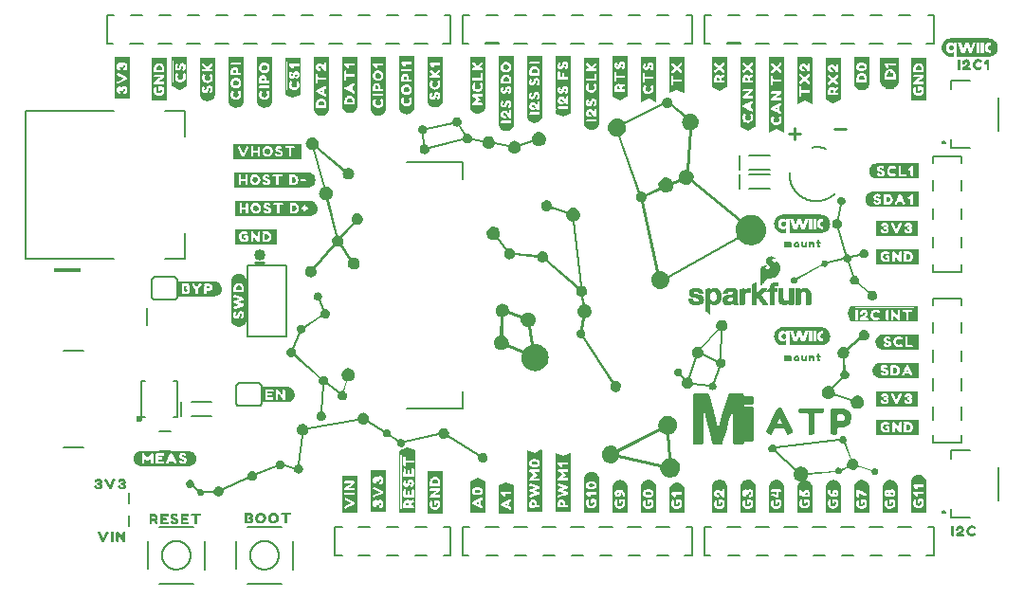
<source format=gto>
G04 EAGLE Gerber RS-274X export*
G75*
%MOMM*%
%FSLAX34Y34*%
%LPD*%
%INSilkscreen Top*%
%IPPOS*%
%AMOC8*
5,1,8,0,0,1.08239X$1,22.5*%
G01*
%ADD10C,0.279400*%
%ADD11C,1.016000*%
%ADD12C,0.080000*%
%ADD13C,0.203200*%
%ADD14C,0.600000*%
%ADD15C,0.152400*%
%ADD16C,0.254000*%
%ADD17C,0.127000*%
%ADD18C,0.177800*%
%ADD19R,0.040000X2.160000*%
%ADD20R,0.040000X2.280000*%
%ADD21R,0.040000X2.360000*%
%ADD22R,0.040000X2.440000*%
%ADD23R,0.040000X2.480000*%
%ADD24R,0.040000X2.520000*%
%ADD25R,0.040000X2.560000*%
%ADD26R,0.040000X2.600000*%
%ADD27R,0.040000X0.720000*%
%ADD28R,0.040000X0.440000*%
%ADD29R,0.040000X0.600000*%
%ADD30R,0.040000X0.760000*%
%ADD31R,0.040000X0.480000*%
%ADD32R,0.040000X0.360000*%
%ADD33R,0.040000X0.800000*%
%ADD34R,0.040000X0.280000*%
%ADD35R,0.040000X0.200000*%
%ADD36R,0.040000X0.240000*%
%ADD37R,0.040000X0.160000*%
%ADD38R,0.040000X0.840000*%
%ADD39R,0.040000X0.320000*%
%ADD40R,0.040000X0.120000*%
%ADD41R,0.040000X0.400000*%
%ADD42R,0.040000X0.080000*%
%ADD43R,0.040000X0.040000*%
%ADD44R,0.040000X0.560000*%
%ADD45R,2.350000X0.400000*%

G36*
X558227Y275901D02*
X558227Y275901D01*
X558265Y275914D01*
X558305Y275917D01*
X559754Y276367D01*
X559788Y276387D01*
X559826Y276397D01*
X561136Y277109D01*
X561166Y277134D01*
X561200Y277152D01*
X562342Y278094D01*
X562365Y278125D01*
X562396Y278148D01*
X563338Y279290D01*
X563355Y279325D01*
X563381Y279354D01*
X564092Y280665D01*
X564103Y280703D01*
X564123Y280737D01*
X564572Y282186D01*
X564575Y282226D01*
X564588Y282264D01*
X564745Y283820D01*
X564740Y283855D01*
X564745Y283891D01*
X564651Y285095D01*
X564642Y285125D01*
X564642Y285156D01*
X564440Y286004D01*
X626813Y320488D01*
X627037Y320210D01*
X627038Y320210D01*
X627359Y319811D01*
X627359Y319810D01*
X627570Y319549D01*
X627588Y319534D01*
X627601Y319515D01*
X628698Y318435D01*
X628718Y318423D01*
X628733Y318405D01*
X629949Y317459D01*
X629971Y317449D01*
X629987Y317432D01*
X631311Y316631D01*
X631334Y316623D01*
X631353Y316609D01*
X632772Y315964D01*
X632796Y315959D01*
X632817Y315947D01*
X634319Y315471D01*
X634344Y315469D01*
X634367Y315460D01*
X635942Y315165D01*
X635966Y315166D01*
X635990Y315159D01*
X637626Y315059D01*
X637648Y315062D01*
X637670Y315058D01*
X639019Y315126D01*
X639039Y315132D01*
X639059Y315130D01*
X640369Y315330D01*
X640388Y315338D01*
X640408Y315338D01*
X641673Y315663D01*
X641691Y315672D01*
X641710Y315675D01*
X642923Y316118D01*
X642939Y316129D01*
X642959Y316133D01*
X644112Y316688D01*
X644127Y316701D01*
X644146Y316707D01*
X645234Y317367D01*
X645255Y317387D01*
X645280Y317400D01*
X647233Y319010D01*
X647257Y319041D01*
X647287Y319064D01*
X648898Y321015D01*
X648911Y321041D01*
X648931Y321062D01*
X649592Y322149D01*
X649598Y322168D01*
X649611Y322183D01*
X650166Y323336D01*
X650171Y323356D01*
X650182Y323372D01*
X650625Y324584D01*
X650628Y324604D01*
X650637Y324622D01*
X650962Y325886D01*
X650963Y325906D01*
X650970Y325925D01*
X651170Y327235D01*
X651169Y327255D01*
X651174Y327275D01*
X651242Y328624D01*
X651239Y328644D01*
X651242Y328664D01*
X651174Y330013D01*
X651169Y330033D01*
X651170Y330053D01*
X650970Y331363D01*
X650963Y331382D01*
X650962Y331402D01*
X650637Y332667D01*
X650628Y332684D01*
X650625Y332704D01*
X650182Y333917D01*
X650171Y333933D01*
X650166Y333953D01*
X649611Y335106D01*
X649598Y335121D01*
X649592Y335140D01*
X648931Y336228D01*
X648911Y336249D01*
X648898Y336275D01*
X647287Y338228D01*
X647257Y338251D01*
X647233Y338281D01*
X645281Y339893D01*
X645255Y339906D01*
X645234Y339926D01*
X644146Y340587D01*
X644127Y340593D01*
X644112Y340606D01*
X642959Y341161D01*
X642939Y341166D01*
X642923Y341177D01*
X641711Y341620D01*
X641691Y341623D01*
X641673Y341632D01*
X640408Y341957D01*
X640388Y341958D01*
X640369Y341965D01*
X639059Y342165D01*
X639039Y342164D01*
X639019Y342169D01*
X637670Y342237D01*
X637650Y342234D01*
X637630Y342237D01*
X636298Y342171D01*
X636278Y342165D01*
X636258Y342167D01*
X634964Y341971D01*
X634945Y341964D01*
X634925Y341964D01*
X633675Y341646D01*
X633657Y341637D01*
X633637Y341634D01*
X632439Y341200D01*
X632414Y341185D01*
X632392Y341180D01*
X632390Y341178D01*
X632386Y341177D01*
X630165Y339987D01*
X630137Y339961D01*
X630102Y339945D01*
X628407Y338567D01*
X628385Y338595D01*
X585879Y373028D01*
X586281Y374114D01*
X586287Y374160D01*
X586303Y374205D01*
X586481Y375687D01*
X586477Y375727D01*
X586482Y375767D01*
X586399Y376793D01*
X586391Y376818D01*
X586391Y376841D01*
X586389Y376846D01*
X586389Y376856D01*
X586148Y377829D01*
X586133Y377858D01*
X586127Y377889D01*
X585742Y378795D01*
X585723Y378821D01*
X585713Y378850D01*
X585196Y379677D01*
X585174Y379699D01*
X585160Y379726D01*
X584525Y380460D01*
X584500Y380479D01*
X584481Y380504D01*
X583741Y381132D01*
X583713Y381146D01*
X583691Y381168D01*
X582860Y381678D01*
X582830Y381688D01*
X582804Y381707D01*
X582160Y381975D01*
X584873Y417906D01*
X585826Y418128D01*
X585859Y418144D01*
X585895Y418151D01*
X587039Y418648D01*
X587068Y418669D01*
X587101Y418682D01*
X588128Y419366D01*
X588153Y419392D01*
X588183Y419410D01*
X589072Y420260D01*
X589091Y420289D01*
X589118Y420312D01*
X589847Y421306D01*
X589861Y421339D01*
X589884Y421366D01*
X590431Y422482D01*
X590440Y422518D01*
X590457Y422550D01*
X590801Y423767D01*
X590802Y423772D01*
X590803Y423775D01*
X590803Y423801D01*
X590803Y423804D01*
X590815Y423839D01*
X590934Y425136D01*
X590929Y425174D01*
X590934Y425213D01*
X590791Y426626D01*
X590778Y426664D01*
X590775Y426704D01*
X590366Y428020D01*
X590346Y428055D01*
X590336Y428093D01*
X589688Y429284D01*
X589663Y429314D01*
X589646Y429348D01*
X588788Y430387D01*
X588758Y430410D01*
X588734Y430441D01*
X587695Y431298D01*
X587661Y431315D01*
X587632Y431341D01*
X586439Y431988D01*
X586401Y431999D01*
X586367Y432019D01*
X585049Y432428D01*
X585009Y432431D01*
X584971Y432444D01*
X583556Y432587D01*
X583519Y432582D01*
X583482Y432587D01*
X582291Y432486D01*
X582258Y432476D01*
X582224Y432475D01*
X581098Y432183D01*
X581069Y432167D01*
X581036Y432161D01*
X579992Y431695D01*
X579965Y431675D01*
X579935Y431663D01*
X579235Y431203D01*
X567455Y440997D01*
X567581Y441469D01*
X567583Y441504D01*
X567593Y441536D01*
X567661Y442292D01*
X567656Y442330D01*
X567661Y442368D01*
X567572Y443252D01*
X567559Y443290D01*
X567556Y443330D01*
X567301Y444153D01*
X567281Y444187D01*
X567270Y444225D01*
X566866Y444970D01*
X566841Y444999D01*
X566823Y445033D01*
X566288Y445682D01*
X566258Y445706D01*
X566234Y445736D01*
X565586Y446272D01*
X565551Y446289D01*
X565522Y446315D01*
X564778Y446719D01*
X564740Y446730D01*
X564706Y446749D01*
X563883Y447005D01*
X563843Y447008D01*
X563805Y447021D01*
X562921Y447110D01*
X562881Y447105D01*
X562841Y447110D01*
X561958Y447021D01*
X561920Y447008D01*
X561880Y447005D01*
X561057Y446749D01*
X561023Y446730D01*
X560985Y446719D01*
X560240Y446315D01*
X560211Y446289D01*
X560177Y446272D01*
X559528Y445736D01*
X559505Y445706D01*
X559474Y445682D01*
X558939Y445033D01*
X558922Y444998D01*
X558896Y444970D01*
X558492Y444225D01*
X558482Y444187D01*
X558462Y444153D01*
X558207Y443330D01*
X558204Y443290D01*
X558191Y443252D01*
X558102Y442368D01*
X558106Y442336D01*
X558100Y442305D01*
X558113Y442087D01*
X524115Y425195D01*
X523118Y426226D01*
X523081Y426250D01*
X523050Y426282D01*
X521601Y427230D01*
X521558Y427246D01*
X521520Y427271D01*
X519870Y427877D01*
X519823Y427883D01*
X519779Y427899D01*
X517975Y428112D01*
X517932Y428107D01*
X517888Y428112D01*
X516333Y427956D01*
X516295Y427943D01*
X516255Y427940D01*
X514807Y427490D01*
X514772Y427470D01*
X514734Y427460D01*
X513424Y426748D01*
X513395Y426723D01*
X513360Y426706D01*
X512218Y425764D01*
X512195Y425733D01*
X512165Y425710D01*
X511222Y424568D01*
X511205Y424534D01*
X511179Y424505D01*
X510468Y423195D01*
X510457Y423157D01*
X510438Y423123D01*
X509988Y421676D01*
X509985Y421636D01*
X509972Y421598D01*
X509815Y420045D01*
X509820Y420005D01*
X509815Y419965D01*
X509972Y418410D01*
X509985Y418372D01*
X509988Y418332D01*
X510438Y416883D01*
X510458Y416849D01*
X510468Y416811D01*
X511179Y415500D01*
X511205Y415471D01*
X511222Y415436D01*
X512164Y414294D01*
X512195Y414270D01*
X512218Y414240D01*
X513360Y413298D01*
X513395Y413280D01*
X513424Y413255D01*
X514734Y412543D01*
X514773Y412532D01*
X514807Y412513D01*
X516255Y412063D01*
X516295Y412060D01*
X516333Y412047D01*
X517888Y411890D01*
X517925Y411895D01*
X517961Y411889D01*
X518756Y411954D01*
X536511Y361688D01*
X536025Y361192D01*
X536002Y361154D01*
X535971Y361123D01*
X535469Y360317D01*
X535454Y360275D01*
X535431Y360238D01*
X535111Y359326D01*
X535107Y359295D01*
X535097Y359275D01*
X535097Y359258D01*
X535091Y359239D01*
X534978Y358249D01*
X534983Y358206D01*
X534978Y358164D01*
X535067Y357280D01*
X535080Y357242D01*
X535083Y357202D01*
X535338Y356379D01*
X535358Y356345D01*
X535368Y356307D01*
X535772Y355562D01*
X535798Y355533D01*
X535815Y355499D01*
X536350Y354850D01*
X536381Y354826D01*
X536404Y354796D01*
X537053Y354260D01*
X537088Y354243D01*
X537116Y354218D01*
X537861Y353813D01*
X537899Y353802D01*
X537933Y353783D01*
X538756Y353527D01*
X538796Y353524D01*
X538834Y353511D01*
X539714Y353422D01*
X553128Y291164D01*
X552411Y290791D01*
X552388Y290772D01*
X552362Y290761D01*
X551463Y290115D01*
X551444Y290093D01*
X551419Y290078D01*
X550624Y289313D01*
X550608Y289289D01*
X550586Y289271D01*
X549906Y288399D01*
X549894Y288373D01*
X549890Y288369D01*
X549889Y288368D01*
X549874Y288352D01*
X549323Y287386D01*
X549315Y287358D01*
X549298Y287334D01*
X548888Y286288D01*
X548884Y286258D01*
X548871Y286231D01*
X548616Y285117D01*
X548616Y285087D01*
X548607Y285058D01*
X548519Y283890D01*
X548524Y283855D01*
X548520Y283820D01*
X548677Y282264D01*
X548689Y282226D01*
X548693Y282186D01*
X549142Y280737D01*
X549162Y280703D01*
X549172Y280665D01*
X549884Y279354D01*
X549909Y279325D01*
X549927Y279290D01*
X550869Y278148D01*
X550899Y278125D01*
X550922Y278094D01*
X552064Y277152D01*
X552099Y277134D01*
X552128Y277109D01*
X553438Y276397D01*
X553477Y276386D01*
X553511Y276367D01*
X554959Y275917D01*
X554999Y275914D01*
X555037Y275901D01*
X556592Y275744D01*
X556632Y275749D01*
X556672Y275744D01*
X558227Y275901D01*
G37*
%LPC*%
G36*
X563283Y288503D02*
X563283Y288503D01*
X563264Y288522D01*
X563252Y288546D01*
X562751Y289166D01*
X562600Y289353D01*
X562579Y289370D01*
X562564Y289392D01*
X561811Y290104D01*
X561788Y290118D01*
X561770Y290138D01*
X560928Y290744D01*
X560902Y290755D01*
X560882Y290773D01*
X559959Y291263D01*
X559945Y291267D01*
X559937Y291273D01*
X559923Y291276D01*
X559909Y291285D01*
X558918Y291649D01*
X558890Y291652D01*
X558864Y291664D01*
X557814Y291890D01*
X557786Y291890D01*
X557758Y291898D01*
X556660Y291976D01*
X556621Y291970D01*
X556582Y291974D01*
X555126Y291791D01*
X541745Y353899D01*
X542633Y354394D01*
X542677Y354434D01*
X542727Y354467D01*
X543628Y355407D01*
X543659Y355459D01*
X543696Y355505D01*
X544285Y356681D01*
X544300Y356741D01*
X544323Y356798D01*
X544534Y358142D01*
X544531Y358183D01*
X544538Y358224D01*
X544529Y358399D01*
X556663Y364259D01*
X557435Y363504D01*
X557472Y363482D01*
X557502Y363451D01*
X558661Y362727D01*
X558702Y362712D01*
X558740Y362689D01*
X560048Y362227D01*
X560093Y362222D01*
X560136Y362207D01*
X561559Y362045D01*
X561602Y362050D01*
X561644Y362045D01*
X562914Y362173D01*
X562952Y362185D01*
X562992Y362189D01*
X564175Y362556D01*
X564209Y362575D01*
X564247Y362586D01*
X565318Y363167D01*
X565347Y363192D01*
X565381Y363210D01*
X566314Y363979D01*
X566337Y364009D01*
X566368Y364033D01*
X567137Y364965D01*
X567154Y365000D01*
X567180Y365029D01*
X567761Y366099D01*
X567771Y366137D01*
X567791Y366171D01*
X568158Y367354D01*
X568161Y367394D01*
X568174Y367432D01*
X568302Y368702D01*
X568298Y368736D01*
X568303Y368769D01*
X568268Y369274D01*
X574497Y371668D01*
X575300Y370761D01*
X575339Y370733D01*
X575370Y370698D01*
X576592Y369842D01*
X576637Y369824D01*
X576677Y369797D01*
X578087Y369248D01*
X578136Y369241D01*
X578182Y369224D01*
X579734Y369030D01*
X579782Y369035D01*
X579830Y369030D01*
X581277Y369201D01*
X581322Y369217D01*
X581370Y369223D01*
X582683Y369716D01*
X582724Y369743D01*
X582770Y369762D01*
X583899Y370546D01*
X583934Y370584D01*
X583975Y370615D01*
X584616Y371365D01*
X626997Y337038D01*
X625919Y335506D01*
X625906Y335474D01*
X625885Y335447D01*
X624916Y333400D01*
X624909Y333366D01*
X624892Y333335D01*
X624284Y331112D01*
X624282Y331076D01*
X624271Y331042D01*
X624060Y328679D01*
X624064Y328648D01*
X624059Y328617D01*
X624178Y326856D01*
X624186Y326830D01*
X624185Y326803D01*
X624529Y325113D01*
X624540Y325089D01*
X624543Y325062D01*
X625095Y323457D01*
X625109Y323435D01*
X625115Y323410D01*
X625690Y322248D01*
X563624Y287940D01*
X563283Y288503D01*
G37*
%LPD*%
%LPC*%
G36*
X543359Y361338D02*
X543359Y361338D01*
X543319Y361376D01*
X543287Y361420D01*
X542372Y362203D01*
X542323Y362229D01*
X542279Y362263D01*
X541172Y362771D01*
X541116Y362782D01*
X541063Y362803D01*
X539815Y362984D01*
X539766Y362980D01*
X539717Y362986D01*
X538860Y362899D01*
X538823Y362887D01*
X538785Y362885D01*
X538349Y362754D01*
X520797Y412437D01*
X521567Y412753D01*
X521592Y412771D01*
X521622Y412781D01*
X522647Y413404D01*
X522669Y413426D01*
X522697Y413440D01*
X523608Y414211D01*
X523627Y414236D01*
X523652Y414254D01*
X524434Y415155D01*
X524448Y415183D01*
X524471Y415205D01*
X525107Y416221D01*
X525118Y416251D01*
X525136Y416276D01*
X525611Y417390D01*
X525617Y417422D01*
X525631Y417451D01*
X525928Y418647D01*
X525929Y418680D01*
X525938Y418711D01*
X526041Y419973D01*
X526035Y420014D01*
X526039Y420055D01*
X525803Y421947D01*
X525800Y421955D01*
X525800Y421956D01*
X525798Y421959D01*
X525786Y421993D01*
X525779Y422041D01*
X525242Y423428D01*
X558720Y440057D01*
X559188Y439301D01*
X559228Y439260D01*
X559261Y439214D01*
X560188Y438382D01*
X560238Y438354D01*
X560283Y438319D01*
X561420Y437777D01*
X561478Y437764D01*
X561533Y437742D01*
X562822Y437549D01*
X562876Y437553D01*
X562929Y437547D01*
X563967Y437672D01*
X564012Y437688D01*
X564059Y437694D01*
X565008Y438048D01*
X565046Y438074D01*
X565089Y438090D01*
X565919Y438643D01*
X565950Y438675D01*
X565987Y438700D01*
X566413Y439149D01*
X577717Y429752D01*
X577203Y429058D01*
X577189Y429025D01*
X577166Y428998D01*
X576610Y427877D01*
X576601Y427842D01*
X576584Y427810D01*
X576233Y426587D01*
X576231Y426550D01*
X576220Y426514D01*
X576098Y425210D01*
X576103Y425171D01*
X576098Y425133D01*
X576233Y423756D01*
X576245Y423718D01*
X576248Y423679D01*
X576636Y422393D01*
X576655Y422359D01*
X576665Y422322D01*
X577280Y421154D01*
X577305Y421125D01*
X577321Y421091D01*
X577536Y420821D01*
X577853Y420422D01*
X577853Y420421D01*
X578137Y420065D01*
X578166Y420042D01*
X578188Y420012D01*
X579179Y419156D01*
X579212Y419138D01*
X579239Y419112D01*
X580379Y418451D01*
X580416Y418440D01*
X580448Y418420D01*
X581710Y417980D01*
X581749Y417975D01*
X581786Y417961D01*
X582775Y417821D01*
X580102Y382415D01*
X579807Y382433D01*
X579775Y382428D01*
X579744Y382432D01*
X578474Y382304D01*
X578435Y382291D01*
X578395Y382288D01*
X577213Y381921D01*
X577190Y381908D01*
X577171Y381903D01*
X577162Y381896D01*
X577140Y381890D01*
X576070Y381310D01*
X576041Y381284D01*
X576007Y381267D01*
X575074Y380498D01*
X575050Y380467D01*
X575020Y380444D01*
X574251Y379511D01*
X574233Y379477D01*
X574208Y379448D01*
X573627Y378377D01*
X573616Y378339D01*
X573597Y378305D01*
X573230Y377123D01*
X573226Y377083D01*
X573214Y377044D01*
X573086Y375775D01*
X573090Y375736D01*
X573085Y375698D01*
X573191Y374556D01*
X573203Y374521D01*
X573204Y374485D01*
X573407Y373760D01*
X567664Y371553D01*
X567417Y372065D01*
X567398Y372088D01*
X567387Y372116D01*
X566865Y372884D01*
X566843Y372904D01*
X566828Y372929D01*
X566202Y373610D01*
X566177Y373627D01*
X566159Y373650D01*
X565439Y374232D01*
X565412Y374246D01*
X565391Y374266D01*
X564589Y374739D01*
X564561Y374748D01*
X564536Y374765D01*
X563664Y375117D01*
X563634Y375122D01*
X563606Y375135D01*
X562675Y375355D01*
X562644Y375355D01*
X562614Y375364D01*
X561635Y375440D01*
X561600Y375435D01*
X561564Y375439D01*
X560294Y375311D01*
X560256Y375298D01*
X560216Y375295D01*
X559033Y374928D01*
X558999Y374908D01*
X558961Y374898D01*
X557891Y374317D01*
X557862Y374291D01*
X557827Y374274D01*
X556895Y373505D01*
X556871Y373474D01*
X556841Y373451D01*
X556071Y372519D01*
X556054Y372484D01*
X556029Y372455D01*
X555448Y371385D01*
X555437Y371347D01*
X555417Y371313D01*
X555050Y370130D01*
X555047Y370090D01*
X555034Y370052D01*
X554906Y368782D01*
X554912Y368739D01*
X554907Y368696D01*
X555072Y367276D01*
X555087Y367233D01*
X555092Y367188D01*
X555437Y366216D01*
X543837Y360622D01*
X543359Y361338D01*
G37*
%LPD*%
G36*
X692002Y76078D02*
X692002Y76078D01*
X692004Y76076D01*
X692604Y76176D01*
X692621Y76197D01*
X692624Y76200D01*
X692624Y98500D01*
X692623Y98502D01*
X692624Y98503D01*
X692424Y99903D01*
X692422Y99905D01*
X692423Y99908D01*
X692023Y101108D01*
X692019Y101110D01*
X692020Y101113D01*
X691621Y101712D01*
X691322Y102311D01*
X691317Y102313D01*
X691317Y102317D01*
X690818Y102816D01*
X690419Y103315D01*
X690414Y103316D01*
X690413Y103320D01*
X689814Y103720D01*
X689315Y104119D01*
X689312Y104119D01*
X689311Y104122D01*
X688111Y104722D01*
X688108Y104721D01*
X688107Y104723D01*
X687407Y104923D01*
X687405Y104922D01*
X687404Y104924D01*
X686804Y105024D01*
X686803Y105024D01*
X686103Y105124D01*
X686101Y105123D01*
X686100Y105124D01*
X685662Y105124D01*
X685711Y105150D01*
X685736Y105172D01*
X685766Y105185D01*
X686552Y105783D01*
X686573Y105808D01*
X686599Y105825D01*
X687274Y106534D01*
X687290Y106561D01*
X687313Y106583D01*
X687865Y107385D01*
X687877Y107415D01*
X687897Y107440D01*
X688316Y108319D01*
X688323Y108350D01*
X688339Y108378D01*
X688617Y109319D01*
X688619Y109351D01*
X688630Y109381D01*
X688714Y110044D01*
X712968Y111995D01*
X713338Y111401D01*
X713389Y111351D01*
X713433Y111297D01*
X714163Y110733D01*
X714227Y110704D01*
X714287Y110669D01*
X715170Y110390D01*
X715242Y110384D01*
X715312Y110372D01*
X716271Y110425D01*
X716342Y110445D01*
X716414Y110460D01*
X717316Y110869D01*
X717375Y110914D01*
X717437Y110954D01*
X718104Y111639D01*
X718142Y111701D01*
X718184Y111759D01*
X718563Y112633D01*
X718577Y112706D01*
X718596Y112776D01*
X718626Y113511D01*
X724501Y116242D01*
X725249Y115441D01*
X725299Y115408D01*
X725342Y115368D01*
X726533Y114682D01*
X726591Y114664D01*
X726644Y114638D01*
X727998Y114329D01*
X728060Y114329D01*
X728120Y114321D01*
X729554Y114440D01*
X729607Y114457D01*
X729661Y114464D01*
X730709Y114856D01*
X730749Y114883D01*
X730794Y114900D01*
X731689Y115509D01*
X731721Y115543D01*
X731759Y115569D01*
X732479Y116356D01*
X732502Y116396D01*
X732532Y116430D01*
X732893Y117069D01*
X745195Y112961D01*
X745215Y112133D01*
X745235Y112056D01*
X745235Y112034D01*
X745244Y112015D01*
X745253Y111974D01*
X745696Y111025D01*
X745745Y110962D01*
X745789Y110899D01*
X746536Y110217D01*
X746593Y110185D01*
X746618Y110166D01*
X746628Y110163D01*
X746666Y110138D01*
X747615Y109786D01*
X747693Y109776D01*
X747769Y109761D01*
X748816Y109802D01*
X748894Y109823D01*
X748970Y109839D01*
X749919Y110283D01*
X749982Y110331D01*
X750045Y110375D01*
X750726Y111122D01*
X750764Y111190D01*
X750806Y111253D01*
X751158Y112201D01*
X751168Y112279D01*
X751182Y112355D01*
X751142Y113402D01*
X751121Y113480D01*
X751105Y113556D01*
X750661Y114505D01*
X750613Y114567D01*
X750569Y114631D01*
X749821Y115313D01*
X749754Y115351D01*
X749691Y115392D01*
X748743Y115744D01*
X748664Y115755D01*
X748589Y115769D01*
X747542Y115728D01*
X747482Y115712D01*
X747420Y115705D01*
X746861Y115501D01*
X746823Y115476D01*
X746781Y115461D01*
X746298Y115148D01*
X746252Y115101D01*
X746202Y115061D01*
X745675Y114400D01*
X733375Y118507D01*
X733473Y119274D01*
X733468Y119323D01*
X733474Y119371D01*
X733343Y120502D01*
X733328Y120544D01*
X733324Y120588D01*
X733019Y121459D01*
X732998Y121492D01*
X732986Y121530D01*
X732531Y122301D01*
X732507Y122326D01*
X732495Y122352D01*
X732490Y122356D01*
X732486Y122363D01*
X731902Y123021D01*
X731871Y123043D01*
X731847Y123072D01*
X731155Y123605D01*
X731121Y123621D01*
X731092Y123645D01*
X730313Y124040D01*
X730276Y124049D01*
X730243Y124067D01*
X729399Y124311D01*
X729360Y124313D01*
X729324Y124325D01*
X728435Y124405D01*
X728396Y124400D01*
X728357Y124404D01*
X727749Y124340D01*
X722110Y138847D01*
X722532Y139267D01*
X722563Y139315D01*
X722601Y139358D01*
X723010Y140106D01*
X723026Y140161D01*
X723051Y140214D01*
X723231Y141056D01*
X723230Y141116D01*
X723238Y141175D01*
X723160Y142063D01*
X723139Y142130D01*
X723134Y142151D01*
X723134Y142154D01*
X723133Y142157D01*
X723124Y142197D01*
X722626Y143263D01*
X722577Y143326D01*
X722534Y143389D01*
X721695Y144154D01*
X721628Y144192D01*
X721565Y144234D01*
X720500Y144629D01*
X720421Y144639D01*
X720346Y144653D01*
X719171Y144608D01*
X719103Y144590D01*
X719034Y144578D01*
X718197Y144233D01*
X718148Y144198D01*
X718094Y144171D01*
X717423Y143612D01*
X717387Y143565D01*
X717345Y143525D01*
X716869Y142803D01*
X716849Y142748D01*
X716820Y142698D01*
X716646Y142114D01*
X659844Y135096D01*
X659372Y135872D01*
X659334Y135912D01*
X659327Y135926D01*
X659307Y135942D01*
X659278Y135979D01*
X658381Y136682D01*
X658317Y136713D01*
X658256Y136748D01*
X657167Y137098D01*
X657094Y137104D01*
X657023Y137117D01*
X655839Y137053D01*
X655784Y137037D01*
X655728Y137031D01*
X655111Y136813D01*
X655077Y136792D01*
X655038Y136780D01*
X654493Y136454D01*
X654451Y136413D01*
X654403Y136380D01*
X653568Y135465D01*
X653530Y135398D01*
X653489Y135335D01*
X653058Y134174D01*
X653050Y134116D01*
X653034Y134060D01*
X652994Y133427D01*
X653000Y133387D01*
X652997Y133347D01*
X653086Y132699D01*
X653101Y132661D01*
X653105Y132621D01*
X653322Y132003D01*
X653344Y131969D01*
X653356Y131931D01*
X653682Y131386D01*
X653723Y131344D01*
X653756Y131296D01*
X654671Y130461D01*
X654738Y130423D01*
X654801Y130382D01*
X655962Y129951D01*
X656021Y129943D01*
X656076Y129926D01*
X656710Y129886D01*
X656750Y129893D01*
X656790Y129889D01*
X657438Y129979D01*
X657491Y129999D01*
X657546Y130010D01*
X658372Y130380D01*
X676626Y114099D01*
X676171Y113267D01*
X676160Y113227D01*
X676140Y113192D01*
X675769Y111974D01*
X675766Y111932D01*
X675753Y111892D01*
X675642Y110603D01*
X675648Y110560D01*
X675644Y110517D01*
X675817Y109194D01*
X675831Y109155D01*
X675836Y109113D01*
X676251Y107935D01*
X676272Y107901D01*
X676285Y107863D01*
X676906Y106823D01*
X676934Y106794D01*
X676953Y106760D01*
X677752Y105876D01*
X677784Y105854D01*
X677808Y105825D01*
X678755Y105115D01*
X678790Y105099D01*
X678820Y105076D01*
X679026Y104976D01*
X679026Y104975D01*
X679849Y104576D01*
X679884Y104559D01*
X679922Y104550D01*
X679956Y104532D01*
X681108Y104227D01*
X681147Y104225D01*
X681185Y104214D01*
X682241Y104148D01*
X682189Y104122D01*
X682188Y104118D01*
X682185Y104119D01*
X681685Y103719D01*
X681684Y103719D01*
X681084Y103219D01*
X681084Y103217D01*
X681083Y103217D01*
X680683Y102817D01*
X680683Y102814D01*
X680680Y102813D01*
X679880Y101613D01*
X679880Y101611D01*
X679878Y101611D01*
X679578Y101011D01*
X679579Y101008D01*
X679577Y101008D01*
X679177Y99808D01*
X679178Y99805D01*
X679176Y99803D01*
X678976Y98403D01*
X678977Y98401D01*
X678976Y98400D01*
X678976Y76600D01*
X678980Y76595D01*
X678978Y76591D01*
X679178Y76091D01*
X679194Y76083D01*
X679200Y76076D01*
X692000Y76076D01*
X692002Y76078D01*
G37*
G36*
X629285Y136808D02*
X629285Y136808D01*
X629298Y136807D01*
X629824Y136832D01*
X629846Y136838D01*
X629981Y136866D01*
X630469Y137055D01*
X630476Y137059D01*
X630483Y137061D01*
X630624Y137150D01*
X631012Y137502D01*
X631017Y137508D01*
X631023Y137512D01*
X631122Y137646D01*
X631360Y138113D01*
X631362Y138119D01*
X631365Y138124D01*
X631411Y138284D01*
X631471Y138806D01*
X631469Y138823D01*
X631474Y138845D01*
X631487Y139246D01*
X631607Y139453D01*
X631835Y139562D01*
X638053Y139579D01*
X638096Y139588D01*
X638170Y139593D01*
X638681Y139719D01*
X638720Y139737D01*
X638810Y139770D01*
X639266Y140032D01*
X639299Y140061D01*
X639376Y140117D01*
X639742Y140494D01*
X639766Y140531D01*
X639824Y140605D01*
X640074Y141067D01*
X640082Y141096D01*
X640097Y141120D01*
X640102Y141149D01*
X640122Y141199D01*
X640233Y141712D01*
X640234Y141754D01*
X640244Y141818D01*
X640252Y161857D01*
X640271Y162375D01*
X640268Y162392D01*
X640271Y162410D01*
X640252Y162490D01*
X640245Y162530D01*
X640251Y162547D01*
X640249Y162577D01*
X640256Y162616D01*
X640256Y168431D01*
X640255Y168435D01*
X640256Y168439D01*
X640246Y168968D01*
X640237Y169009D01*
X640233Y169073D01*
X640113Y169586D01*
X640095Y169625D01*
X640062Y169716D01*
X639804Y170175D01*
X639776Y170208D01*
X639720Y170286D01*
X639346Y170656D01*
X639309Y170680D01*
X639234Y170739D01*
X638772Y170992D01*
X638731Y171005D01*
X638642Y171041D01*
X638128Y171156D01*
X638086Y171157D01*
X638020Y171168D01*
X632211Y171176D01*
X631812Y171186D01*
X631599Y171304D01*
X631487Y171527D01*
X631482Y172363D01*
X631584Y172601D01*
X631782Y172725D01*
X632167Y172743D01*
X637969Y172749D01*
X638008Y172756D01*
X638065Y172758D01*
X638581Y172859D01*
X638622Y172876D01*
X638713Y172904D01*
X639182Y173144D01*
X639216Y173171D01*
X639295Y173224D01*
X639680Y173583D01*
X639706Y173619D01*
X639768Y173691D01*
X640038Y174144D01*
X640052Y174181D01*
X640061Y174196D01*
X640063Y174207D01*
X640093Y174274D01*
X640226Y174784D01*
X640229Y174827D01*
X640242Y174896D01*
X640257Y175424D01*
X640256Y175430D01*
X640257Y175438D01*
X640257Y177552D01*
X640254Y177568D01*
X640256Y177588D01*
X640218Y178114D01*
X640206Y178157D01*
X640190Y178246D01*
X640013Y178742D01*
X639991Y178780D01*
X639949Y178865D01*
X639642Y179293D01*
X639611Y179323D01*
X639547Y179394D01*
X639134Y179721D01*
X639095Y179741D01*
X639016Y179791D01*
X638529Y179993D01*
X638486Y180001D01*
X638396Y180028D01*
X637873Y180089D01*
X637847Y180087D01*
X637815Y180092D01*
X632036Y180094D01*
X631701Y180142D01*
X631542Y180283D01*
X631464Y180607D01*
X631408Y181100D01*
X631407Y181105D01*
X631407Y181111D01*
X631357Y181270D01*
X631118Y181738D01*
X631113Y181744D01*
X631111Y181751D01*
X631008Y181881D01*
X630618Y182233D01*
X630611Y182238D01*
X630606Y182244D01*
X630463Y182329D01*
X629973Y182518D01*
X629955Y182521D01*
X629815Y182551D01*
X629288Y182573D01*
X629278Y182572D01*
X629266Y182574D01*
X619223Y182574D01*
X619218Y182573D01*
X619212Y182574D01*
X618683Y182561D01*
X618652Y182554D01*
X618531Y182534D01*
X618035Y182361D01*
X618027Y182357D01*
X618018Y182355D01*
X617875Y182270D01*
X617475Y181929D01*
X617470Y181922D01*
X617463Y181918D01*
X617360Y181787D01*
X617110Y181326D01*
X617098Y181288D01*
X617072Y181237D01*
X615169Y175186D01*
X615169Y175185D01*
X615169Y175184D01*
X613763Y170639D01*
X613763Y170637D01*
X613762Y170635D01*
X611324Y162537D01*
X611317Y162456D01*
X611310Y162415D01*
X611305Y162402D01*
X611254Y162297D01*
X610236Y158744D01*
X610236Y158741D01*
X610235Y158738D01*
X609262Y155173D01*
X609262Y155168D01*
X609260Y155162D01*
X608492Y152089D01*
X608492Y152083D01*
X608489Y152077D01*
X608389Y151626D01*
X608269Y152223D01*
X608267Y152227D01*
X608266Y152233D01*
X607458Y155839D01*
X607457Y155843D01*
X607457Y155847D01*
X606471Y159954D01*
X606471Y159955D01*
X606471Y159957D01*
X606091Y161494D01*
X606088Y161499D01*
X606088Y161506D01*
X605810Y162525D01*
X605797Y162550D01*
X605793Y162589D01*
X605793Y162603D01*
X605792Y162605D01*
X605792Y162607D01*
X604872Y166191D01*
X604871Y166193D01*
X604871Y166196D01*
X603784Y170284D01*
X603784Y170285D01*
X603784Y170287D01*
X603088Y172837D01*
X603087Y172839D01*
X603087Y172841D01*
X601940Y176912D01*
X601939Y176915D01*
X601938Y176918D01*
X600744Y180976D01*
X600738Y180988D01*
X600735Y181004D01*
X600556Y181500D01*
X600548Y181513D01*
X600476Y181642D01*
X600148Y182053D01*
X600140Y182060D01*
X600135Y182069D01*
X600007Y182175D01*
X599551Y182436D01*
X599541Y182439D01*
X599533Y182446D01*
X599375Y182497D01*
X598855Y182574D01*
X598824Y182572D01*
X598783Y182579D01*
X587679Y182584D01*
X587643Y182577D01*
X587590Y182576D01*
X587073Y182482D01*
X587064Y182479D01*
X587055Y182479D01*
X586900Y182416D01*
X586453Y182141D01*
X586448Y182136D01*
X586441Y182133D01*
X586319Y182020D01*
X585999Y181604D01*
X585995Y181596D01*
X585989Y181590D01*
X585916Y181441D01*
X585767Y180937D01*
X585763Y180895D01*
X585747Y180796D01*
X585738Y162819D01*
X585747Y162776D01*
X585752Y162701D01*
X585780Y162587D01*
X585771Y162573D01*
X585770Y162564D01*
X585765Y162557D01*
X585738Y162393D01*
X585748Y138579D01*
X585756Y138542D01*
X585770Y138433D01*
X585925Y137930D01*
X585929Y137923D01*
X585931Y137914D01*
X586010Y137768D01*
X586336Y137355D01*
X586342Y137350D01*
X586346Y137343D01*
X586472Y137235D01*
X586924Y136966D01*
X586932Y136963D01*
X586938Y136958D01*
X587095Y136903D01*
X587613Y136814D01*
X587649Y136815D01*
X587698Y136806D01*
X592990Y136806D01*
X593008Y136810D01*
X593030Y136808D01*
X593555Y136849D01*
X593558Y136850D01*
X593560Y136850D01*
X593721Y136892D01*
X594201Y137107D01*
X594207Y137112D01*
X594215Y137114D01*
X594350Y137211D01*
X594721Y137585D01*
X594726Y137592D01*
X594733Y137597D01*
X594824Y137736D01*
X595035Y138218D01*
X595035Y138219D01*
X595036Y138220D01*
X595075Y138381D01*
X595114Y138907D01*
X595112Y138924D01*
X595116Y138944D01*
X595113Y154820D01*
X595113Y154822D01*
X595113Y154823D01*
X595089Y159057D01*
X595089Y159059D01*
X595089Y159061D01*
X595041Y162236D01*
X595021Y162329D01*
X594999Y162429D01*
X594999Y162430D01*
X594983Y162452D01*
X594997Y162473D01*
X595000Y162490D01*
X595008Y162504D01*
X595032Y162669D01*
X594939Y166898D01*
X594939Y166900D01*
X594939Y166902D01*
X594908Y167902D01*
X594893Y168401D01*
X594877Y168900D01*
X594877Y168901D01*
X594862Y169400D01*
X594841Y170073D01*
X594840Y170076D01*
X594840Y170080D01*
X594762Y171858D01*
X595177Y169977D01*
X595178Y169975D01*
X595178Y169971D01*
X596857Y162762D01*
X596863Y162748D01*
X596866Y162728D01*
X596969Y162393D01*
X596974Y162327D01*
X596971Y162284D01*
X596979Y162261D01*
X596981Y162230D01*
X598602Y155561D01*
X598603Y155560D01*
X598603Y155558D01*
X600009Y149924D01*
X600010Y149923D01*
X600010Y149921D01*
X601845Y142761D01*
X601846Y142760D01*
X601846Y142757D01*
X603062Y138164D01*
X603081Y138126D01*
X603089Y138095D01*
X603096Y138085D01*
X603107Y138053D01*
X603359Y137593D01*
X603365Y137585D01*
X603368Y137577D01*
X603475Y137450D01*
X603877Y137112D01*
X603883Y137109D01*
X603887Y137104D01*
X604033Y137023D01*
X604528Y136849D01*
X604558Y136844D01*
X604681Y136821D01*
X605208Y136807D01*
X605214Y136808D01*
X605221Y136807D01*
X610500Y136807D01*
X610522Y136811D01*
X610551Y136809D01*
X611073Y136863D01*
X611079Y136864D01*
X611084Y136864D01*
X611244Y136912D01*
X611714Y137144D01*
X611721Y137149D01*
X611729Y137152D01*
X611861Y137254D01*
X612216Y137640D01*
X612219Y137645D01*
X612223Y137648D01*
X612310Y137789D01*
X612509Y138276D01*
X612513Y138297D01*
X612525Y138321D01*
X614045Y143377D01*
X614046Y143379D01*
X614047Y143381D01*
X616111Y150478D01*
X616112Y150480D01*
X616113Y150482D01*
X617683Y156073D01*
X617683Y156075D01*
X617684Y156078D01*
X619341Y162192D01*
X619343Y162227D01*
X619355Y162260D01*
X619350Y162326D01*
X619354Y162391D01*
X619350Y162403D01*
X619376Y162429D01*
X619409Y162502D01*
X619432Y162540D01*
X619435Y162559D01*
X619444Y162581D01*
X620247Y165649D01*
X620247Y165651D01*
X620248Y165653D01*
X621281Y169754D01*
X621281Y169756D01*
X621282Y169759D01*
X621899Y172329D01*
X621899Y172332D01*
X621900Y172335D01*
X621824Y168969D01*
X621824Y168967D01*
X621824Y168965D01*
X621732Y162623D01*
X621742Y162569D01*
X621742Y162514D01*
X621760Y162472D01*
X621769Y162427D01*
X621799Y162381D01*
X621821Y162331D01*
X621822Y162329D01*
X621762Y162121D01*
X621758Y162078D01*
X621742Y161985D01*
X621717Y158820D01*
X621717Y158818D01*
X621717Y158816D01*
X621704Y138768D01*
X621711Y138733D01*
X621712Y138683D01*
X621800Y138166D01*
X621803Y138159D01*
X621803Y138152D01*
X621863Y137996D01*
X622130Y137545D01*
X622135Y137539D01*
X622138Y137532D01*
X622202Y137460D01*
X622221Y137434D01*
X622230Y137429D01*
X622249Y137408D01*
X622660Y137082D01*
X622668Y137078D01*
X622673Y137072D01*
X622822Y136996D01*
X623322Y136840D01*
X623366Y136836D01*
X623460Y136818D01*
X623987Y136806D01*
X623992Y136807D01*
X623998Y136806D01*
X629274Y136806D01*
X629285Y136808D01*
G37*
G36*
X566502Y107427D02*
X566502Y107427D01*
X566541Y107436D01*
X566581Y107436D01*
X568193Y107795D01*
X568229Y107812D01*
X568267Y107820D01*
X569753Y108476D01*
X569784Y108499D01*
X569820Y108513D01*
X571143Y109434D01*
X571169Y109463D01*
X571201Y109484D01*
X572325Y110639D01*
X572345Y110672D01*
X572373Y110699D01*
X573262Y112058D01*
X573276Y112095D01*
X573298Y112128D01*
X573915Y113660D01*
X573919Y113685D01*
X573923Y113694D01*
X573923Y113704D01*
X573937Y113737D01*
X574246Y115410D01*
X574244Y115451D01*
X574252Y115490D01*
X574221Y117188D01*
X574211Y117227D01*
X574211Y117267D01*
X573854Y118876D01*
X573837Y118911D01*
X573830Y118950D01*
X573177Y120433D01*
X573154Y120464D01*
X573140Y120500D01*
X572223Y121821D01*
X572194Y121847D01*
X572174Y121879D01*
X571023Y123002D01*
X570990Y123023D01*
X570963Y123050D01*
X569609Y123940D01*
X569572Y123954D01*
X569540Y123976D01*
X568014Y124596D01*
X567974Y124602D01*
X567937Y124618D01*
X566386Y124910D01*
X565139Y145875D01*
X566083Y146136D01*
X566112Y146152D01*
X566144Y146159D01*
X567313Y146697D01*
X567339Y146717D01*
X567369Y146729D01*
X568430Y147442D01*
X568452Y147466D01*
X568480Y147482D01*
X569414Y148353D01*
X569432Y148380D01*
X569457Y148400D01*
X570243Y149413D01*
X570257Y149443D01*
X570279Y149467D01*
X570898Y150605D01*
X570907Y150637D01*
X570924Y150665D01*
X571355Y151910D01*
X571359Y151944D01*
X571372Y151975D01*
X571595Y153310D01*
X571593Y153347D01*
X571600Y153384D01*
X571570Y155004D01*
X571560Y155044D01*
X571560Y155084D01*
X571491Y155393D01*
X571402Y155793D01*
X571313Y156192D01*
X571218Y156619D01*
X571201Y156655D01*
X571194Y156693D01*
X570569Y158108D01*
X570546Y158139D01*
X570532Y158175D01*
X569654Y159435D01*
X569626Y159461D01*
X569605Y159493D01*
X568504Y160564D01*
X568471Y160584D01*
X568445Y160612D01*
X567150Y161458D01*
X567113Y161472D01*
X567081Y161494D01*
X565621Y162081D01*
X565582Y162088D01*
X565545Y162104D01*
X563950Y162397D01*
X563910Y162396D01*
X563871Y162404D01*
X562250Y162374D01*
X562211Y162364D01*
X562171Y162364D01*
X560636Y162022D01*
X560600Y162005D01*
X560561Y161997D01*
X559146Y161373D01*
X559115Y161350D01*
X559079Y161335D01*
X557819Y160458D01*
X557793Y160430D01*
X557761Y160409D01*
X556691Y159308D01*
X556670Y159275D01*
X556643Y159248D01*
X555796Y157954D01*
X555783Y157916D01*
X555760Y157884D01*
X555173Y156425D01*
X555167Y156385D01*
X555151Y156348D01*
X554857Y154754D01*
X554859Y154712D01*
X554851Y154671D01*
X554896Y152956D01*
X554907Y152914D01*
X554907Y152872D01*
X555227Y151562D01*
X518497Y132893D01*
X517635Y133887D01*
X517600Y133912D01*
X517572Y133945D01*
X516260Y134922D01*
X516220Y134940D01*
X516184Y134967D01*
X514667Y135645D01*
X514623Y135654D01*
X514582Y135672D01*
X512898Y136004D01*
X512855Y136003D01*
X512813Y136012D01*
X511286Y135983D01*
X511247Y135973D01*
X511207Y135974D01*
X509760Y135651D01*
X509724Y135634D01*
X509686Y135627D01*
X508352Y135038D01*
X508321Y135015D01*
X508285Y135001D01*
X507098Y134174D01*
X507072Y134145D01*
X507040Y134124D01*
X506031Y133087D01*
X506011Y133054D01*
X505983Y133027D01*
X505186Y131808D01*
X505172Y131770D01*
X505149Y131738D01*
X504596Y130363D01*
X504590Y130323D01*
X504574Y130286D01*
X504297Y128784D01*
X504299Y128744D01*
X504290Y128704D01*
X504319Y127177D01*
X504329Y127138D01*
X504329Y127098D01*
X504379Y126870D01*
X504380Y126870D01*
X504468Y126470D01*
X504557Y126071D01*
X504651Y125651D01*
X504668Y125615D01*
X504675Y125577D01*
X505264Y124243D01*
X505287Y124212D01*
X505302Y124176D01*
X506128Y122989D01*
X506157Y122963D01*
X506178Y122931D01*
X507215Y121922D01*
X507248Y121902D01*
X507275Y121874D01*
X508495Y121077D01*
X508532Y121063D01*
X508564Y121040D01*
X509939Y120487D01*
X509979Y120481D01*
X510016Y120465D01*
X511518Y120188D01*
X511555Y120190D01*
X511591Y120181D01*
X512862Y120184D01*
X512895Y120191D01*
X512928Y120189D01*
X514147Y120397D01*
X514178Y120410D01*
X514211Y120414D01*
X515360Y120811D01*
X515387Y120828D01*
X515418Y120837D01*
X516478Y121408D01*
X516502Y121430D01*
X516531Y121443D01*
X517483Y122172D01*
X517504Y122197D01*
X517530Y122214D01*
X518356Y123085D01*
X518367Y123104D01*
X518382Y123116D01*
X518387Y123126D01*
X518396Y123135D01*
X519077Y124132D01*
X519089Y124162D01*
X519109Y124188D01*
X519491Y125004D01*
X556708Y116672D01*
X556737Y115145D01*
X556746Y115106D01*
X556746Y115066D01*
X557105Y113454D01*
X557122Y113418D01*
X557130Y113380D01*
X557785Y111894D01*
X557808Y111863D01*
X557823Y111827D01*
X558744Y110503D01*
X558773Y110478D01*
X558793Y110445D01*
X559949Y109321D01*
X559982Y109301D01*
X560009Y109273D01*
X561368Y108385D01*
X561405Y108371D01*
X561438Y108349D01*
X562970Y107732D01*
X563010Y107725D01*
X563046Y107710D01*
X564720Y107401D01*
X564761Y107403D01*
X564800Y107395D01*
X566502Y107427D01*
G37*
G36*
X447278Y202696D02*
X447278Y202696D01*
X447316Y202709D01*
X447356Y202712D01*
X449560Y203396D01*
X449595Y203416D01*
X449633Y203426D01*
X451627Y204509D01*
X451656Y204535D01*
X451691Y204552D01*
X453429Y205986D01*
X453452Y206016D01*
X453483Y206040D01*
X454916Y207778D01*
X454924Y207793D01*
X454928Y207796D01*
X454938Y207817D01*
X454959Y207841D01*
X456042Y209836D01*
X456053Y209874D01*
X456073Y209908D01*
X456757Y212112D01*
X456760Y212152D01*
X456773Y212191D01*
X457011Y214557D01*
X457006Y214597D01*
X457011Y214637D01*
X456773Y217004D01*
X456760Y217042D01*
X456757Y217082D01*
X456073Y219287D01*
X456053Y219321D01*
X456042Y219359D01*
X454959Y221354D01*
X454934Y221383D01*
X454917Y221418D01*
X453483Y223157D01*
X453452Y223180D01*
X453429Y223210D01*
X451691Y224645D01*
X451656Y224662D01*
X451627Y224688D01*
X449633Y225771D01*
X449595Y225782D01*
X449561Y225802D01*
X447356Y226486D01*
X447316Y226489D01*
X447278Y226502D01*
X444912Y226741D01*
X444881Y226737D01*
X444851Y226742D01*
X444059Y226702D01*
X441172Y242365D01*
X441755Y242621D01*
X441780Y242639D01*
X441809Y242650D01*
X442604Y243156D01*
X442625Y243178D01*
X442652Y243192D01*
X443359Y243810D01*
X443377Y243835D01*
X443401Y243853D01*
X444008Y244570D01*
X444022Y244597D01*
X444043Y244619D01*
X444536Y245423D01*
X444546Y245453D01*
X444564Y245478D01*
X444932Y246357D01*
X444937Y246388D01*
X444951Y246416D01*
X445181Y247359D01*
X445181Y247391D01*
X445191Y247421D01*
X445270Y248415D01*
X445265Y248451D01*
X445270Y248486D01*
X445144Y249736D01*
X445131Y249774D01*
X445128Y249814D01*
X444766Y250978D01*
X444746Y251012D01*
X444736Y251050D01*
X444164Y252103D01*
X444139Y252133D01*
X444121Y252167D01*
X443364Y253085D01*
X443334Y253109D01*
X443310Y253139D01*
X442393Y253897D01*
X442358Y253914D01*
X442329Y253940D01*
X441276Y254512D01*
X441237Y254522D01*
X441203Y254542D01*
X440039Y254904D01*
X439999Y254907D01*
X439961Y254920D01*
X438711Y255046D01*
X438664Y255040D01*
X438616Y255044D01*
X436924Y254810D01*
X436873Y254791D01*
X436820Y254781D01*
X435306Y254122D01*
X435263Y254091D01*
X435216Y254068D01*
X433944Y253048D01*
X433917Y253014D01*
X433912Y253010D01*
X433910Y253005D01*
X433872Y252973D01*
X433083Y251898D01*
X421549Y256029D01*
X421610Y256690D01*
X421604Y256729D01*
X421609Y256767D01*
X421495Y257903D01*
X421482Y257941D01*
X421479Y257981D01*
X421150Y259040D01*
X421130Y259074D01*
X421120Y259112D01*
X420600Y260070D01*
X420575Y260099D01*
X420557Y260133D01*
X419869Y260968D01*
X419838Y260992D01*
X419815Y261022D01*
X418981Y261711D01*
X418946Y261728D01*
X418917Y261754D01*
X417960Y262274D01*
X417921Y262285D01*
X417887Y262304D01*
X416829Y262633D01*
X416789Y262636D01*
X416751Y262649D01*
X415615Y262764D01*
X415575Y262759D01*
X415535Y262764D01*
X414398Y262649D01*
X414360Y262636D01*
X414320Y262633D01*
X413261Y262304D01*
X413227Y262285D01*
X413189Y262274D01*
X412232Y261754D01*
X412202Y261728D01*
X412168Y261711D01*
X411334Y261022D01*
X411310Y260992D01*
X411280Y260968D01*
X410591Y260133D01*
X410574Y260099D01*
X410548Y260070D01*
X410029Y259112D01*
X410018Y259074D01*
X409998Y259040D01*
X409670Y257981D01*
X409667Y257941D01*
X409654Y257903D01*
X409539Y256767D01*
X409544Y256729D01*
X409539Y256692D01*
X409627Y255692D01*
X409638Y255658D01*
X409639Y255623D01*
X409894Y254681D01*
X409911Y254650D01*
X409918Y254616D01*
X410324Y253747D01*
X410345Y253720D01*
X410358Y253688D01*
X410900Y252908D01*
X410925Y252885D01*
X410943Y252856D01*
X411605Y252180D01*
X411634Y252161D01*
X411656Y252136D01*
X412424Y251578D01*
X412456Y251564D01*
X412482Y251543D01*
X413341Y251118D01*
X413374Y251110D01*
X413405Y251093D01*
X414043Y250905D01*
X413564Y234310D01*
X412758Y234131D01*
X412725Y234115D01*
X412689Y234109D01*
X411665Y233674D01*
X411635Y233653D01*
X411602Y233641D01*
X410681Y233038D01*
X410656Y233012D01*
X410626Y232994D01*
X409828Y232242D01*
X409808Y232213D01*
X409782Y232190D01*
X409127Y231308D01*
X409113Y231275D01*
X409090Y231248D01*
X408599Y230256D01*
X408590Y230221D01*
X408572Y230189D01*
X408263Y229107D01*
X408261Y229069D01*
X408249Y229034D01*
X408142Y227880D01*
X408147Y227842D01*
X408142Y227803D01*
X408268Y226554D01*
X408281Y226516D01*
X408284Y226476D01*
X408646Y225312D01*
X408665Y225277D01*
X408676Y225240D01*
X409248Y224186D01*
X409273Y224157D01*
X409290Y224122D01*
X410048Y223204D01*
X410078Y223181D01*
X410102Y223150D01*
X411019Y222392D01*
X411054Y222375D01*
X411083Y222349D01*
X412136Y221777D01*
X412174Y221767D01*
X412208Y221747D01*
X413373Y221385D01*
X413413Y221382D01*
X413451Y221369D01*
X414701Y221243D01*
X414747Y221249D01*
X414792Y221244D01*
X416377Y221449D01*
X416425Y221467D01*
X416475Y221475D01*
X417907Y222055D01*
X417911Y222058D01*
X417912Y222058D01*
X417919Y222063D01*
X417948Y222084D01*
X417993Y222103D01*
X419221Y223004D01*
X419253Y223041D01*
X419292Y223070D01*
X420072Y224007D01*
X433306Y218192D01*
X432911Y216661D01*
X432910Y216628D01*
X432900Y216596D01*
X432730Y214631D01*
X432736Y214594D01*
X432731Y214557D01*
X432969Y212191D01*
X432982Y212152D01*
X432985Y212112D01*
X433670Y209908D01*
X433690Y209874D01*
X433700Y209836D01*
X434783Y207841D01*
X434804Y207817D01*
X434814Y207796D01*
X434818Y207793D01*
X434826Y207778D01*
X436260Y206040D01*
X436290Y206016D01*
X436314Y205986D01*
X438052Y204552D01*
X438086Y204535D01*
X438115Y204509D01*
X440110Y203426D01*
X440148Y203416D01*
X440182Y203396D01*
X442386Y202712D01*
X442427Y202709D01*
X442465Y202696D01*
X444831Y202457D01*
X444872Y202462D01*
X444912Y202457D01*
X447278Y202696D01*
G37*
G36*
X604085Y185667D02*
X604085Y185667D01*
X604123Y185679D01*
X604164Y185682D01*
X604753Y185855D01*
X604788Y185875D01*
X604827Y185885D01*
X605354Y186164D01*
X605399Y186203D01*
X605448Y186233D01*
X606275Y187050D01*
X606317Y187115D01*
X606361Y187176D01*
X606822Y188244D01*
X606830Y188287D01*
X606845Y188319D01*
X606845Y188337D01*
X606852Y188356D01*
X606920Y188949D01*
X606916Y188989D01*
X606921Y189029D01*
X606869Y189641D01*
X606860Y189667D01*
X606860Y189694D01*
X606854Y189708D01*
X606852Y189725D01*
X606651Y190376D01*
X606628Y190415D01*
X606615Y190458D01*
X606283Y191028D01*
X606268Y191044D01*
X606265Y191052D01*
X606253Y191062D01*
X606232Y191098D01*
X605791Y191575D01*
X605756Y191599D01*
X605728Y191631D01*
X605446Y191830D01*
X610246Y205438D01*
X610678Y205391D01*
X610717Y205395D01*
X610755Y205390D01*
X611522Y205456D01*
X611560Y205469D01*
X611600Y205471D01*
X612355Y205694D01*
X612391Y205713D01*
X612429Y205724D01*
X613105Y206081D01*
X613135Y206107D01*
X613170Y206125D01*
X613753Y206599D01*
X613777Y206630D01*
X613808Y206653D01*
X614286Y207226D01*
X614303Y207261D01*
X614329Y207289D01*
X614689Y207943D01*
X614699Y207980D01*
X614719Y208013D01*
X614949Y208729D01*
X614953Y208768D01*
X614966Y208805D01*
X615054Y209564D01*
X615049Y209605D01*
X615055Y209644D01*
X614988Y210429D01*
X614982Y210448D01*
X614982Y210455D01*
X614975Y210470D01*
X614972Y210479D01*
X614966Y210530D01*
X614551Y211686D01*
X614517Y211739D01*
X614491Y211796D01*
X613766Y212734D01*
X613719Y212773D01*
X613678Y212817D01*
X612714Y213489D01*
X612682Y213501D01*
X612658Y213521D01*
X612631Y213527D01*
X612606Y213542D01*
X611762Y213807D01*
X612365Y238275D01*
X612489Y238292D01*
X612517Y238303D01*
X612546Y238305D01*
X613453Y238573D01*
X613488Y238593D01*
X613527Y238603D01*
X614337Y239033D01*
X614367Y239058D01*
X614402Y239076D01*
X615102Y239645D01*
X615126Y239676D01*
X615156Y239699D01*
X615730Y240387D01*
X615747Y240421D01*
X615773Y240450D01*
X616205Y241233D01*
X616216Y241271D01*
X616235Y241304D01*
X616512Y242162D01*
X616515Y242200D01*
X616524Y242218D01*
X616524Y242225D01*
X616528Y242238D01*
X616634Y243149D01*
X616629Y243189D01*
X616635Y243229D01*
X616554Y244170D01*
X616542Y244208D01*
X616540Y244249D01*
X616273Y245155D01*
X616253Y245190D01*
X616243Y245229D01*
X615813Y246040D01*
X615788Y246070D01*
X615770Y246105D01*
X615201Y246805D01*
X615170Y246829D01*
X615147Y246859D01*
X614459Y247433D01*
X614425Y247451D01*
X614396Y247476D01*
X613612Y247909D01*
X613575Y247920D01*
X613542Y247939D01*
X612683Y248216D01*
X612644Y248219D01*
X612607Y248232D01*
X611696Y248337D01*
X611655Y248333D01*
X611616Y248339D01*
X610674Y248257D01*
X610636Y248245D01*
X610596Y248242D01*
X609689Y247977D01*
X609654Y247957D01*
X609615Y247947D01*
X608804Y247518D01*
X608774Y247492D01*
X608739Y247475D01*
X608039Y246905D01*
X608015Y246875D01*
X607985Y246851D01*
X607411Y246163D01*
X607406Y246152D01*
X607402Y246149D01*
X607390Y246124D01*
X607368Y246100D01*
X606936Y245316D01*
X606925Y245278D01*
X606906Y245245D01*
X606629Y244386D01*
X606626Y244347D01*
X606613Y244310D01*
X606508Y243398D01*
X606512Y243358D01*
X606507Y243319D01*
X606587Y242377D01*
X606602Y242331D01*
X606607Y242284D01*
X607017Y241067D01*
X607045Y241020D01*
X607065Y240970D01*
X607589Y240199D01*
X592617Y223478D01*
X591950Y223830D01*
X591914Y223840D01*
X591882Y223859D01*
X591046Y224118D01*
X591007Y224121D01*
X590971Y224134D01*
X590086Y224231D01*
X590046Y224227D01*
X590007Y224232D01*
X589093Y224151D01*
X589054Y224139D01*
X589015Y224137D01*
X588108Y223869D01*
X588073Y223849D01*
X588034Y223838D01*
X587224Y223409D01*
X587194Y223383D01*
X587159Y223366D01*
X586459Y222796D01*
X586435Y222766D01*
X586405Y222742D01*
X585831Y222055D01*
X585814Y222020D01*
X585788Y221992D01*
X585356Y221208D01*
X585345Y221171D01*
X585326Y221138D01*
X585049Y220280D01*
X585046Y220240D01*
X585033Y220203D01*
X584927Y219293D01*
X584932Y219252D01*
X584926Y219213D01*
X585007Y218271D01*
X585020Y218229D01*
X585024Y218184D01*
X585369Y217099D01*
X585394Y217057D01*
X585410Y217011D01*
X585986Y216071D01*
X586020Y216037D01*
X586045Y215997D01*
X586814Y215230D01*
X586853Y215205D01*
X586886Y215173D01*
X587538Y214771D01*
X581476Y196808D01*
X580885Y196876D01*
X580845Y196872D01*
X580805Y196878D01*
X579862Y196797D01*
X579824Y196785D01*
X579784Y196782D01*
X578882Y196517D01*
X578847Y196497D01*
X578809Y196487D01*
X578287Y196212D01*
X575385Y199694D01*
X575587Y199991D01*
X575603Y200031D01*
X575627Y200066D01*
X575875Y200679D01*
X575882Y200724D01*
X575899Y200765D01*
X576007Y201427D01*
X576004Y201474D01*
X576011Y201519D01*
X575962Y202212D01*
X575949Y202253D01*
X575947Y202297D01*
X575773Y202886D01*
X575754Y202921D01*
X575743Y202960D01*
X575464Y203487D01*
X575426Y203531D01*
X575396Y203580D01*
X574579Y204408D01*
X574514Y204449D01*
X574453Y204494D01*
X573385Y204954D01*
X573328Y204965D01*
X573273Y204985D01*
X572681Y205053D01*
X572641Y205049D01*
X572601Y205054D01*
X571989Y205002D01*
X571950Y204990D01*
X571910Y204987D01*
X571321Y204814D01*
X571285Y204794D01*
X571247Y204784D01*
X570720Y204505D01*
X570675Y204466D01*
X570626Y204436D01*
X569799Y203619D01*
X569757Y203554D01*
X569713Y203493D01*
X569252Y202425D01*
X569241Y202367D01*
X569222Y202313D01*
X569153Y201720D01*
X569158Y201680D01*
X569152Y201641D01*
X569205Y201028D01*
X569217Y200990D01*
X569220Y200950D01*
X569393Y200360D01*
X569413Y200325D01*
X569423Y200286D01*
X569702Y199760D01*
X569740Y199715D01*
X569771Y199666D01*
X570588Y198838D01*
X570653Y198797D01*
X570714Y198752D01*
X571781Y198292D01*
X571839Y198281D01*
X571893Y198262D01*
X572486Y198193D01*
X572526Y198198D01*
X572566Y198192D01*
X573178Y198244D01*
X573231Y198262D01*
X573287Y198269D01*
X573966Y198530D01*
X576885Y195028D01*
X576420Y194415D01*
X576401Y194373D01*
X576373Y194336D01*
X575933Y193340D01*
X575926Y193305D01*
X575918Y193288D01*
X575918Y193280D01*
X575905Y193250D01*
X575708Y192162D01*
X575710Y192113D01*
X575702Y192065D01*
X575775Y190925D01*
X575788Y190882D01*
X575790Y190837D01*
X576057Y189931D01*
X576077Y189896D01*
X576087Y189857D01*
X576517Y189046D01*
X576542Y189016D01*
X576560Y188981D01*
X577129Y188282D01*
X577160Y188258D01*
X577183Y188227D01*
X577871Y187654D01*
X577905Y187636D01*
X577934Y187611D01*
X578718Y187178D01*
X578755Y187168D01*
X578788Y187148D01*
X579647Y186872D01*
X579686Y186868D01*
X579723Y186855D01*
X580635Y186750D01*
X580675Y186754D01*
X580715Y186749D01*
X581656Y186829D01*
X581704Y186844D01*
X581753Y186850D01*
X583058Y187303D01*
X583108Y187334D01*
X583161Y187357D01*
X584240Y188140D01*
X584278Y188183D01*
X584322Y188219D01*
X585128Y189262D01*
X585151Y189313D01*
X585183Y189360D01*
X585556Y190305D01*
X600105Y188533D01*
X600112Y188451D01*
X600124Y188412D01*
X600127Y188372D01*
X600300Y187783D01*
X600320Y187748D01*
X600330Y187709D01*
X600609Y187182D01*
X600647Y187138D01*
X600678Y187088D01*
X601495Y186261D01*
X601560Y186220D01*
X601621Y186175D01*
X602688Y185714D01*
X602746Y185704D01*
X602801Y185684D01*
X603393Y185616D01*
X603433Y185620D01*
X603473Y185615D01*
X604085Y185667D01*
G37*
%LPC*%
G36*
X688589Y112213D02*
X688589Y112213D01*
X688575Y112247D01*
X688571Y112283D01*
X688156Y113461D01*
X688135Y113496D01*
X688123Y113534D01*
X687501Y114574D01*
X687473Y114602D01*
X687454Y114637D01*
X686655Y115520D01*
X686624Y115543D01*
X686599Y115572D01*
X685652Y116281D01*
X685617Y116297D01*
X685587Y116321D01*
X684523Y116838D01*
X684485Y116846D01*
X684451Y116864D01*
X683299Y117170D01*
X683260Y117171D01*
X683222Y117182D01*
X682013Y117259D01*
X681973Y117252D01*
X681933Y117256D01*
X680696Y117084D01*
X680663Y117072D01*
X680628Y117069D01*
X679729Y116777D01*
X679703Y116762D01*
X679673Y116754D01*
X678850Y116341D01*
X678826Y116322D01*
X678799Y116310D01*
X678059Y115788D01*
X678039Y115766D01*
X678014Y115751D01*
X677632Y115387D01*
X659599Y131471D01*
X659768Y131713D01*
X659783Y131751D01*
X659807Y131783D01*
X660065Y132380D01*
X660073Y132420D01*
X660090Y132457D01*
X660224Y133101D01*
X660223Y133142D01*
X660232Y133183D01*
X660232Y133501D01*
X716643Y140471D01*
X716644Y140464D01*
X717142Y139398D01*
X717191Y139336D01*
X717235Y139272D01*
X718074Y138507D01*
X718141Y138469D01*
X718204Y138428D01*
X719268Y138033D01*
X719347Y138022D01*
X719423Y138008D01*
X720598Y138053D01*
X720648Y138067D01*
X720663Y138068D01*
X726185Y123862D01*
X725758Y123643D01*
X725731Y123620D01*
X725698Y123605D01*
X725043Y123105D01*
X725020Y123078D01*
X724991Y123057D01*
X724440Y122456D01*
X724423Y122426D01*
X724398Y122401D01*
X723961Y121716D01*
X723949Y121683D01*
X723929Y121655D01*
X723617Y120903D01*
X723611Y120868D01*
X723596Y120836D01*
X723419Y120034D01*
X723419Y119998D01*
X723410Y119963D01*
X723379Y119128D01*
X723386Y119092D01*
X723383Y119055D01*
X723508Y118205D01*
X723522Y118169D01*
X723526Y118132D01*
X723689Y117662D01*
X718112Y115070D01*
X717784Y115517D01*
X717734Y115560D01*
X717689Y115609D01*
X716976Y116102D01*
X716915Y116127D01*
X716857Y116158D01*
X716017Y116395D01*
X715948Y116399D01*
X715882Y116409D01*
X714979Y116350D01*
X714912Y116330D01*
X714844Y116317D01*
X713988Y115939D01*
X713931Y115897D01*
X713872Y115861D01*
X713222Y115233D01*
X713184Y115176D01*
X713183Y115174D01*
X713173Y115166D01*
X713168Y115156D01*
X713142Y115124D01*
X712742Y114319D01*
X712726Y114252D01*
X712717Y114225D01*
X712708Y114208D01*
X712708Y114201D01*
X712703Y114188D01*
X712636Y113604D01*
X688673Y111676D01*
X688589Y112213D01*
G37*
%LPD*%
G36*
X346232Y396413D02*
X346232Y396413D01*
X346271Y396409D01*
X347036Y396511D01*
X347072Y396524D01*
X347110Y396528D01*
X347836Y396772D01*
X347868Y396792D01*
X347905Y396802D01*
X348571Y397179D01*
X348600Y397205D01*
X348634Y397223D01*
X349220Y397724D01*
X349240Y397750D01*
X349243Y397753D01*
X349245Y397757D01*
X349274Y397780D01*
X349759Y398395D01*
X349776Y398432D01*
X349802Y398462D01*
X350165Y399183D01*
X350176Y399228D01*
X350197Y399270D01*
X350425Y400223D01*
X350425Y400273D01*
X350436Y400321D01*
X350429Y400959D01*
X380545Y408448D01*
X380837Y407906D01*
X380862Y407877D01*
X380880Y407843D01*
X381377Y407235D01*
X381409Y407211D01*
X381434Y407179D01*
X382052Y406675D01*
X382090Y406657D01*
X382122Y406630D01*
X382855Y406253D01*
X382896Y406242D01*
X382933Y406223D01*
X383713Y406013D01*
X383753Y406011D01*
X383792Y406000D01*
X384574Y405950D01*
X384613Y405956D01*
X384652Y405953D01*
X385416Y406054D01*
X385453Y406068D01*
X385491Y406071D01*
X386216Y406315D01*
X386249Y406335D01*
X386286Y406346D01*
X386952Y406723D01*
X386981Y406749D01*
X387015Y406767D01*
X387601Y407267D01*
X387624Y407299D01*
X387655Y407324D01*
X388140Y407939D01*
X388157Y407975D01*
X388183Y408006D01*
X388525Y408686D01*
X397719Y406985D01*
X397714Y406473D01*
X397721Y406442D01*
X397719Y406410D01*
X397844Y405583D01*
X397856Y405553D01*
X397859Y405521D01*
X398111Y404730D01*
X398128Y404703D01*
X398135Y404672D01*
X398508Y403932D01*
X398529Y403908D01*
X398541Y403878D01*
X399028Y403205D01*
X399053Y403183D01*
X399070Y403156D01*
X399665Y402564D01*
X399694Y402547D01*
X399716Y402522D01*
X400412Y402027D01*
X400443Y402014D01*
X400470Y401993D01*
X401211Y401636D01*
X401211Y401635D01*
X401261Y401611D01*
X401297Y401603D01*
X401330Y401585D01*
X402352Y401307D01*
X402392Y401306D01*
X402431Y401294D01*
X403456Y401227D01*
X403495Y401234D01*
X403535Y401230D01*
X404536Y401363D01*
X404573Y401376D01*
X404611Y401380D01*
X405562Y401699D01*
X405595Y401719D01*
X405631Y401730D01*
X406504Y402224D01*
X406533Y402250D01*
X406567Y402268D01*
X407334Y402925D01*
X407358Y402956D01*
X407388Y402981D01*
X408024Y403787D01*
X408041Y403824D01*
X408067Y403854D01*
X408543Y404798D01*
X408552Y404838D01*
X408572Y404874D01*
X408604Y404993D01*
X420768Y402795D01*
X420765Y402288D01*
X420772Y402257D01*
X420770Y402225D01*
X420898Y401403D01*
X420910Y401373D01*
X420912Y401342D01*
X421166Y400555D01*
X421183Y400528D01*
X421190Y400497D01*
X421564Y399761D01*
X421584Y399736D01*
X421597Y399707D01*
X422083Y399036D01*
X422108Y399015D01*
X422125Y398987D01*
X422719Y398398D01*
X422747Y398380D01*
X422769Y398356D01*
X423464Y397862D01*
X423495Y397849D01*
X423521Y397829D01*
X423905Y397643D01*
X424311Y397447D01*
X424347Y397438D01*
X424380Y397421D01*
X425402Y397143D01*
X425442Y397141D01*
X425481Y397130D01*
X426506Y397063D01*
X426545Y397069D01*
X426584Y397066D01*
X427586Y397198D01*
X427622Y397212D01*
X427661Y397216D01*
X428611Y397536D01*
X428644Y397556D01*
X428681Y397567D01*
X429554Y398062D01*
X429583Y398088D01*
X429617Y398106D01*
X430384Y398764D01*
X430408Y398795D01*
X430438Y398820D01*
X431074Y399628D01*
X431091Y399665D01*
X431117Y399696D01*
X431593Y400642D01*
X431605Y400691D01*
X431608Y400697D01*
X431613Y400708D01*
X431626Y400736D01*
X431961Y402260D01*
X431960Y402319D01*
X431969Y402378D01*
X431874Y403564D01*
X442486Y407046D01*
X442883Y406313D01*
X442909Y406283D01*
X442927Y406248D01*
X443677Y405345D01*
X443709Y405320D01*
X443734Y405288D01*
X444665Y404541D01*
X444702Y404522D01*
X444734Y404496D01*
X445833Y403938D01*
X445873Y403928D01*
X445909Y403908D01*
X447069Y403593D01*
X447109Y403591D01*
X447148Y403580D01*
X448312Y403504D01*
X448351Y403510D01*
X448390Y403507D01*
X449528Y403657D01*
X449564Y403671D01*
X449602Y403674D01*
X450682Y404037D01*
X450715Y404057D01*
X450752Y404068D01*
X451743Y404630D01*
X451771Y404656D01*
X451806Y404674D01*
X452677Y405421D01*
X452701Y405452D01*
X452731Y405477D01*
X453453Y406395D01*
X453470Y406431D01*
X453496Y406462D01*
X454036Y407537D01*
X454046Y407576D01*
X454065Y407612D01*
X454380Y408770D01*
X454382Y408811D01*
X454393Y408849D01*
X454469Y410012D01*
X454463Y410051D01*
X454466Y410090D01*
X454316Y411226D01*
X454308Y411247D01*
X454308Y411266D01*
X454300Y411282D01*
X454298Y411301D01*
X453936Y412380D01*
X453916Y412413D01*
X453905Y412450D01*
X453344Y413440D01*
X453318Y413469D01*
X453300Y413503D01*
X452554Y414375D01*
X452522Y414398D01*
X452497Y414429D01*
X451581Y415150D01*
X451544Y415168D01*
X451513Y415193D01*
X450439Y415734D01*
X450400Y415744D01*
X450365Y415763D01*
X449204Y416078D01*
X449164Y416080D01*
X449126Y416092D01*
X447961Y416167D01*
X447922Y416161D01*
X447883Y416165D01*
X446746Y416014D01*
X446710Y416001D01*
X446671Y415997D01*
X445592Y415635D01*
X445559Y415615D01*
X445522Y415604D01*
X444531Y415043D01*
X444502Y415017D01*
X444468Y414999D01*
X443597Y414254D01*
X443576Y414227D01*
X443570Y414222D01*
X443568Y414218D01*
X443542Y414198D01*
X442821Y413282D01*
X442804Y413246D01*
X442778Y413215D01*
X442237Y412142D01*
X442229Y412107D01*
X442211Y412076D01*
X441950Y411195D01*
X441948Y411164D01*
X441937Y411135D01*
X441816Y410249D01*
X441819Y410218D01*
X441813Y410189D01*
X441827Y409310D01*
X441834Y409281D01*
X441832Y409251D01*
X441918Y408731D01*
X431332Y405257D01*
X431000Y405854D01*
X430974Y405883D01*
X430956Y405918D01*
X430298Y406698D01*
X430266Y406722D01*
X430241Y406754D01*
X429428Y407400D01*
X429391Y407417D01*
X429360Y407444D01*
X428404Y407926D01*
X428364Y407936D01*
X428329Y407955D01*
X427307Y408233D01*
X427266Y408235D01*
X427228Y408246D01*
X426203Y408313D01*
X426163Y408307D01*
X426124Y408310D01*
X425123Y408178D01*
X425086Y408164D01*
X425048Y408160D01*
X424097Y407840D01*
X424064Y407820D01*
X424027Y407809D01*
X423155Y407314D01*
X423126Y407288D01*
X423092Y407270D01*
X422324Y406612D01*
X422301Y406581D01*
X422270Y406556D01*
X421635Y405748D01*
X421617Y405711D01*
X421592Y405680D01*
X421116Y404734D01*
X421106Y404695D01*
X421087Y404660D01*
X421057Y404548D01*
X408891Y406746D01*
X408894Y407252D01*
X408887Y407284D01*
X408889Y407316D01*
X408761Y408137D01*
X408749Y408167D01*
X408747Y408199D01*
X408493Y408985D01*
X408477Y409013D01*
X408469Y409043D01*
X408096Y409780D01*
X408075Y409804D01*
X408063Y409834D01*
X407576Y410504D01*
X407552Y410526D01*
X407534Y410553D01*
X406940Y411143D01*
X406912Y411160D01*
X406890Y411185D01*
X406195Y411678D01*
X406164Y411691D01*
X406138Y411712D01*
X405349Y412094D01*
X405312Y412102D01*
X405280Y412120D01*
X404258Y412398D01*
X404217Y412400D01*
X404179Y412411D01*
X403154Y412478D01*
X403114Y412471D01*
X403075Y412475D01*
X402074Y412342D01*
X402037Y412329D01*
X401999Y412325D01*
X401048Y412005D01*
X401015Y411985D01*
X400978Y411974D01*
X400106Y411479D01*
X400077Y411453D01*
X400043Y411435D01*
X399275Y410777D01*
X399251Y410745D01*
X399221Y410720D01*
X398585Y409912D01*
X398568Y409876D01*
X398543Y409845D01*
X398067Y408898D01*
X398057Y408859D01*
X398038Y408824D01*
X398013Y408730D01*
X388797Y410434D01*
X388706Y411379D01*
X388687Y411438D01*
X388676Y411499D01*
X388189Y412633D01*
X388152Y412683D01*
X388123Y412738D01*
X387305Y413674D01*
X387253Y413712D01*
X387207Y413756D01*
X386093Y414410D01*
X386041Y414426D01*
X385993Y414451D01*
X385195Y414663D01*
X385153Y414664D01*
X385114Y414675D01*
X384314Y414718D01*
X384274Y414711D01*
X384234Y414714D01*
X383454Y414599D01*
X383418Y414585D01*
X383379Y414580D01*
X382942Y414426D01*
X378058Y422204D01*
X378504Y422669D01*
X378531Y422714D01*
X378566Y422753D01*
X379044Y423620D01*
X379057Y423666D01*
X379079Y423708D01*
X379281Y424450D01*
X379283Y424490D01*
X379294Y424529D01*
X379342Y425273D01*
X379336Y425312D01*
X379340Y425352D01*
X379243Y426079D01*
X379230Y426116D01*
X379226Y426154D01*
X378994Y426845D01*
X378974Y426878D01*
X378963Y426915D01*
X378604Y427550D01*
X378578Y427578D01*
X378560Y427612D01*
X378082Y428171D01*
X378051Y428194D01*
X378026Y428225D01*
X377439Y428687D01*
X377403Y428704D01*
X377372Y428730D01*
X376684Y429076D01*
X376645Y429085D01*
X376609Y429104D01*
X375867Y429306D01*
X375827Y429308D01*
X375788Y429319D01*
X375043Y429367D01*
X375004Y429361D01*
X374965Y429365D01*
X374237Y429269D01*
X374200Y429255D01*
X374162Y429251D01*
X373471Y429019D01*
X373438Y428999D01*
X373401Y428988D01*
X372767Y428629D01*
X372738Y428602D01*
X372704Y428584D01*
X372146Y428107D01*
X372122Y428075D01*
X372092Y428050D01*
X371630Y427462D01*
X371612Y427426D01*
X371587Y427395D01*
X371241Y426706D01*
X371230Y426662D01*
X371210Y426623D01*
X370999Y425771D01*
X370998Y425725D01*
X370987Y425679D01*
X370981Y425143D01*
X348000Y419968D01*
X347811Y420349D01*
X347785Y420380D01*
X347768Y420417D01*
X347310Y421003D01*
X347306Y421006D01*
X347305Y421008D01*
X347276Y421032D01*
X347252Y421064D01*
X346672Y421548D01*
X346632Y421568D01*
X346598Y421597D01*
X345905Y421951D01*
X345864Y421962D01*
X345828Y421981D01*
X345128Y422172D01*
X345088Y422174D01*
X345049Y422185D01*
X344347Y422231D01*
X344308Y422225D01*
X344269Y422229D01*
X343583Y422139D01*
X343546Y422125D01*
X343508Y422121D01*
X342857Y421903D01*
X342824Y421883D01*
X342787Y421872D01*
X342189Y421534D01*
X342160Y421508D01*
X342126Y421490D01*
X341600Y421040D01*
X341581Y421013D01*
X341575Y421009D01*
X341574Y421005D01*
X341546Y420983D01*
X341111Y420430D01*
X341094Y420393D01*
X341068Y420362D01*
X340742Y419713D01*
X340732Y419674D01*
X340713Y419639D01*
X340523Y418941D01*
X340522Y418900D01*
X340510Y418862D01*
X340465Y418160D01*
X340471Y418121D01*
X340467Y418082D01*
X340558Y417397D01*
X340572Y417361D01*
X340575Y417322D01*
X340794Y416671D01*
X340814Y416639D01*
X340825Y416602D01*
X341164Y416004D01*
X341190Y415976D01*
X341208Y415941D01*
X341658Y415416D01*
X341689Y415392D01*
X341714Y415361D01*
X342267Y414926D01*
X342303Y414909D01*
X342334Y414883D01*
X342982Y414556D01*
X343035Y414543D01*
X343085Y414521D01*
X343918Y414358D01*
X344802Y404958D01*
X344184Y404742D01*
X344143Y404716D01*
X344097Y404699D01*
X343287Y404169D01*
X343252Y404134D01*
X343212Y404106D01*
X342545Y403383D01*
X342520Y403339D01*
X342487Y403301D01*
X342006Y402404D01*
X341994Y402360D01*
X341973Y402320D01*
X341761Y401542D01*
X341759Y401501D01*
X341748Y401463D01*
X341697Y400681D01*
X341703Y400642D01*
X341699Y400603D01*
X341801Y399839D01*
X341814Y399803D01*
X341818Y399764D01*
X342062Y399039D01*
X342082Y399006D01*
X342093Y398969D01*
X342470Y398303D01*
X342496Y398275D01*
X342514Y398241D01*
X343015Y397655D01*
X343047Y397631D01*
X343071Y397600D01*
X343687Y397115D01*
X343724Y397098D01*
X343755Y397072D01*
X344476Y396708D01*
X344516Y396698D01*
X344552Y396679D01*
X345332Y396469D01*
X345372Y396467D01*
X345411Y396456D01*
X346193Y396406D01*
X346232Y396413D01*
G37*
G36*
X517638Y183834D02*
X517638Y183834D01*
X517676Y183844D01*
X517714Y183844D01*
X518560Y184039D01*
X518595Y184056D01*
X518633Y184063D01*
X519432Y184419D01*
X519464Y184442D01*
X519500Y184457D01*
X520227Y184970D01*
X520254Y185000D01*
X520287Y185023D01*
X520916Y185690D01*
X520936Y185725D01*
X520964Y185753D01*
X520996Y185804D01*
X521009Y185842D01*
X521031Y185876D01*
X521928Y188302D01*
X521938Y188380D01*
X521953Y188454D01*
X521923Y189322D01*
X521913Y189360D01*
X521913Y189398D01*
X521894Y189482D01*
X521718Y190244D01*
X521702Y190278D01*
X521702Y190280D01*
X521701Y190283D01*
X521694Y190317D01*
X521339Y191116D01*
X521315Y191148D01*
X521300Y191184D01*
X520787Y191911D01*
X520757Y191938D01*
X520735Y191971D01*
X520067Y192600D01*
X520025Y192624D01*
X519989Y192657D01*
X518875Y193284D01*
X518820Y193301D01*
X518770Y193325D01*
X517568Y193605D01*
X517513Y193606D01*
X517460Y193615D01*
X516241Y193561D01*
X516189Y193547D01*
X516136Y193542D01*
X515259Y193260D01*
X488782Y233389D01*
X488959Y233575D01*
X488980Y233610D01*
X489009Y233639D01*
X489394Y234261D01*
X489407Y234299D01*
X489429Y234333D01*
X489675Y234998D01*
X489681Y235038D01*
X489695Y235074D01*
X489805Y235763D01*
X489802Y235802D01*
X489810Y235840D01*
X489785Y236532D01*
X489776Y236567D01*
X489776Y236593D01*
X489776Y236595D01*
X489776Y236607D01*
X489620Y237282D01*
X489603Y237317D01*
X489596Y237355D01*
X489312Y237992D01*
X489288Y238024D01*
X489273Y238061D01*
X488864Y238640D01*
X488834Y238667D01*
X488812Y238700D01*
X488279Y239202D01*
X488231Y239230D01*
X488189Y239265D01*
X487409Y239671D01*
X489030Y249912D01*
X490089Y249985D01*
X490135Y249999D01*
X490182Y250003D01*
X491501Y250418D01*
X491543Y250442D01*
X491589Y250457D01*
X492790Y251186D01*
X492825Y251221D01*
X492867Y251247D01*
X493886Y252282D01*
X493910Y252320D01*
X493941Y252352D01*
X494563Y253355D01*
X494576Y253393D01*
X494598Y253427D01*
X494995Y254501D01*
X495000Y254540D01*
X495015Y254577D01*
X495192Y255689D01*
X495190Y255727D01*
X495197Y255765D01*
X495158Y256882D01*
X495148Y256919D01*
X495149Y256955D01*
X495148Y256956D01*
X495148Y256958D01*
X495057Y257354D01*
X494898Y258047D01*
X494881Y258082D01*
X494873Y258120D01*
X494416Y259148D01*
X494392Y259180D01*
X494377Y259216D01*
X493716Y260151D01*
X493686Y260178D01*
X493664Y260212D01*
X492804Y261019D01*
X492772Y261038D01*
X492746Y261065D01*
X491863Y261628D01*
X491829Y261640D01*
X491800Y261661D01*
X490859Y262046D01*
X490824Y262052D01*
X490793Y262067D01*
X489816Y262280D01*
X489782Y262279D01*
X489749Y262288D01*
X489090Y262318D01*
X488068Y269439D01*
X489080Y269903D01*
X489118Y269932D01*
X489160Y269952D01*
X489728Y270397D01*
X489749Y270423D01*
X489776Y270442D01*
X490276Y270989D01*
X490295Y271021D01*
X490321Y271048D01*
X490805Y271830D01*
X490818Y271868D01*
X490840Y271902D01*
X491150Y272739D01*
X491155Y272778D01*
X491170Y272815D01*
X491307Y273682D01*
X491305Y273720D01*
X491312Y273758D01*
X491282Y274629D01*
X491272Y274666D01*
X491272Y274704D01*
X491077Y275553D01*
X491060Y275588D01*
X491053Y275626D01*
X490696Y276428D01*
X490672Y276459D01*
X490657Y276496D01*
X490143Y277224D01*
X490113Y277251D01*
X490091Y277285D01*
X489422Y277914D01*
X489390Y277933D01*
X489365Y277958D01*
X488749Y278358D01*
X488718Y278369D01*
X488696Y278386D01*
X488694Y278387D01*
X488691Y278389D01*
X488036Y278674D01*
X487990Y278683D01*
X487947Y278701D01*
X486867Y278893D01*
X480492Y336395D01*
X481127Y336592D01*
X481157Y336609D01*
X481190Y336617D01*
X482084Y337072D01*
X482111Y337095D01*
X482143Y337109D01*
X482957Y337723D01*
X482980Y337751D01*
X483010Y337771D01*
X483722Y338543D01*
X483741Y338576D01*
X483768Y338604D01*
X484390Y339610D01*
X484403Y339648D01*
X484425Y339681D01*
X484822Y340757D01*
X484827Y340796D01*
X484842Y340833D01*
X485019Y341946D01*
X485016Y341985D01*
X485023Y342023D01*
X484984Y343141D01*
X484976Y343175D01*
X484976Y343193D01*
X484975Y343195D01*
X484975Y343216D01*
X484724Y344306D01*
X484707Y344341D01*
X484700Y344379D01*
X484242Y345408D01*
X484218Y345440D01*
X484203Y345476D01*
X483543Y346411D01*
X483513Y346438D01*
X483490Y346471D01*
X482631Y347279D01*
X482596Y347299D01*
X482568Y347327D01*
X481564Y347950D01*
X481526Y347963D01*
X481492Y347985D01*
X480418Y348383D01*
X480379Y348388D01*
X480342Y348403D01*
X479230Y348580D01*
X479191Y348578D01*
X479153Y348585D01*
X478036Y348546D01*
X477999Y348537D01*
X477960Y348537D01*
X476870Y348286D01*
X476835Y348269D01*
X476798Y348262D01*
X475768Y347804D01*
X475737Y347781D01*
X475700Y347766D01*
X474765Y347105D01*
X474738Y347075D01*
X474704Y347053D01*
X473895Y346194D01*
X473874Y346159D01*
X473861Y346148D01*
X473857Y346140D01*
X473843Y346125D01*
X473336Y345277D01*
X460091Y349723D01*
X460139Y350651D01*
X460130Y350704D01*
X460130Y350757D01*
X459868Y351955D01*
X459845Y352005D01*
X459831Y352057D01*
X459249Y353152D01*
X459211Y353195D01*
X459182Y353243D01*
X458285Y354162D01*
X458244Y354188D01*
X458210Y354222D01*
X457428Y354706D01*
X457390Y354719D01*
X457357Y354741D01*
X456520Y355050D01*
X456481Y355055D01*
X456445Y355070D01*
X455579Y355208D01*
X455540Y355206D01*
X455502Y355213D01*
X454632Y355184D01*
X454595Y355174D01*
X454557Y355174D01*
X453708Y354980D01*
X453673Y354963D01*
X453635Y354955D01*
X452834Y354600D01*
X452802Y354576D01*
X452766Y354561D01*
X452037Y354047D01*
X452010Y354017D01*
X451977Y353995D01*
X451346Y353325D01*
X451326Y353291D01*
X451297Y353262D01*
X450813Y352480D01*
X450800Y352442D01*
X450778Y352408D01*
X450469Y351571D01*
X450464Y351532D01*
X450449Y351495D01*
X450312Y350628D01*
X450314Y350590D01*
X450307Y350552D01*
X450337Y349681D01*
X450347Y349644D01*
X450347Y349605D01*
X450393Y349404D01*
X450542Y348756D01*
X450559Y348722D01*
X450567Y348684D01*
X450923Y347882D01*
X450947Y347850D01*
X450962Y347814D01*
X451476Y347086D01*
X451506Y347059D01*
X451529Y347025D01*
X452198Y346396D01*
X452233Y346375D01*
X452261Y346347D01*
X453043Y345864D01*
X453081Y345851D01*
X453114Y345829D01*
X453951Y345520D01*
X453990Y345515D01*
X454026Y345501D01*
X454892Y345363D01*
X454931Y345366D01*
X454969Y345359D01*
X455839Y345389D01*
X455876Y345399D01*
X455914Y345399D01*
X456763Y345593D01*
X456798Y345610D01*
X456835Y345618D01*
X457637Y345973D01*
X457668Y345997D01*
X457704Y346012D01*
X458433Y346525D01*
X458460Y346555D01*
X458493Y346577D01*
X459123Y347244D01*
X459144Y347279D01*
X459173Y347308D01*
X459471Y347788D01*
X472700Y343343D01*
X472598Y342035D01*
X472606Y341980D01*
X472604Y341924D01*
X472926Y340339D01*
X472949Y340287D01*
X472963Y340234D01*
X473721Y338781D01*
X473749Y338748D01*
X473768Y338710D01*
X474307Y338064D01*
X474330Y338047D01*
X474347Y338023D01*
X474990Y337448D01*
X475018Y337433D01*
X475040Y337410D01*
X475874Y336874D01*
X475906Y336863D01*
X475934Y336843D01*
X476820Y336468D01*
X476853Y336462D01*
X476883Y336447D01*
X477804Y336228D01*
X477836Y336227D01*
X477867Y336218D01*
X478471Y336174D01*
X484845Y278673D01*
X484158Y278420D01*
X484118Y278394D01*
X484105Y278389D01*
X484096Y278387D01*
X484092Y278384D01*
X484074Y278377D01*
X483445Y277955D01*
X455829Y302198D01*
X456089Y302687D01*
X456099Y302724D01*
X456118Y302756D01*
X456368Y303566D01*
X456371Y303604D01*
X456383Y303639D01*
X456479Y304469D01*
X456475Y304505D01*
X456480Y304542D01*
X456424Y305370D01*
X456413Y305405D01*
X456412Y305442D01*
X456205Y306246D01*
X456188Y306279D01*
X456180Y306316D01*
X455826Y307074D01*
X455802Y307104D01*
X455788Y307139D01*
X455288Y307829D01*
X455259Y307854D01*
X455237Y307886D01*
X454596Y308486D01*
X454561Y308506D01*
X454533Y308534D01*
X453752Y309017D01*
X453714Y309030D01*
X453680Y309052D01*
X452844Y309361D01*
X452805Y309366D01*
X452768Y309381D01*
X451902Y309519D01*
X451864Y309517D01*
X451826Y309524D01*
X450956Y309495D01*
X450918Y309485D01*
X450880Y309485D01*
X450032Y309291D01*
X449997Y309274D01*
X449959Y309266D01*
X449157Y308911D01*
X449126Y308887D01*
X449089Y308872D01*
X448361Y308358D01*
X448334Y308328D01*
X448300Y308306D01*
X447670Y307636D01*
X447648Y307599D01*
X447618Y307569D01*
X447115Y306732D01*
X447101Y306692D01*
X447079Y306656D01*
X446875Y306062D01*
X427125Y307926D01*
X427030Y308576D01*
X427014Y308616D01*
X427009Y308657D01*
X426670Y309569D01*
X426646Y309606D01*
X426631Y309647D01*
X426094Y310475D01*
X426062Y310506D01*
X426037Y310545D01*
X425304Y311252D01*
X425259Y311280D01*
X425219Y311315D01*
X423999Y311985D01*
X423940Y312002D01*
X423885Y312027D01*
X422568Y312288D01*
X422509Y312286D01*
X422451Y312293D01*
X421128Y312160D01*
X421073Y312141D01*
X421016Y312132D01*
X420055Y311734D01*
X411979Y321776D01*
X412224Y322054D01*
X412240Y322084D01*
X412245Y322089D01*
X412252Y322095D01*
X412254Y322098D01*
X412264Y322108D01*
X412857Y323066D01*
X412870Y323104D01*
X412892Y323138D01*
X413270Y324163D01*
X413275Y324202D01*
X413290Y324238D01*
X413459Y325299D01*
X413456Y325338D01*
X413463Y325376D01*
X413426Y326441D01*
X413417Y326479D01*
X413417Y326517D01*
X413346Y326824D01*
X413254Y327223D01*
X413178Y327556D01*
X413161Y327591D01*
X413153Y327629D01*
X412717Y328610D01*
X412693Y328641D01*
X412678Y328678D01*
X412048Y329569D01*
X412018Y329596D01*
X411996Y329630D01*
X411177Y330400D01*
X411142Y330421D01*
X411113Y330449D01*
X410156Y331041D01*
X410118Y331054D01*
X410085Y331076D01*
X409060Y331454D01*
X409021Y331459D01*
X408985Y331473D01*
X407924Y331642D01*
X407885Y331639D01*
X407848Y331647D01*
X406782Y331610D01*
X406745Y331600D01*
X406707Y331600D01*
X405668Y331362D01*
X405633Y331345D01*
X405595Y331337D01*
X404614Y330902D01*
X404582Y330878D01*
X404546Y330863D01*
X403654Y330235D01*
X403627Y330205D01*
X403594Y330182D01*
X402822Y329365D01*
X402801Y329330D01*
X402773Y329301D01*
X402180Y328343D01*
X402167Y328305D01*
X402145Y328271D01*
X401767Y327246D01*
X401764Y327229D01*
X401762Y327224D01*
X401762Y327210D01*
X401761Y327207D01*
X401747Y327170D01*
X401578Y326109D01*
X401581Y326071D01*
X401573Y326033D01*
X401610Y324967D01*
X401620Y324930D01*
X401620Y324892D01*
X401859Y323853D01*
X401876Y323818D01*
X401883Y323780D01*
X402319Y322799D01*
X402343Y322767D01*
X402358Y322731D01*
X402988Y321840D01*
X403018Y321813D01*
X403040Y321779D01*
X403859Y321009D01*
X403890Y320990D01*
X403915Y320965D01*
X404656Y320482D01*
X404686Y320471D01*
X404711Y320451D01*
X405498Y320100D01*
X405528Y320094D01*
X405556Y320080D01*
X406373Y319859D01*
X406404Y319857D01*
X406433Y319847D01*
X407265Y319754D01*
X407295Y319758D01*
X407325Y319752D01*
X408157Y319785D01*
X408187Y319793D01*
X408217Y319792D01*
X409035Y319948D01*
X409062Y319960D01*
X409092Y319963D01*
X409881Y320241D01*
X409907Y320257D01*
X409937Y320265D01*
X410390Y320506D01*
X418450Y310489D01*
X418374Y310408D01*
X418353Y310373D01*
X418325Y310344D01*
X417841Y309562D01*
X417828Y309524D01*
X417806Y309490D01*
X417497Y308653D01*
X417492Y308614D01*
X417477Y308577D01*
X417339Y307710D01*
X417342Y307672D01*
X417334Y307634D01*
X417365Y306763D01*
X417375Y306726D01*
X417375Y306688D01*
X417569Y305839D01*
X417586Y305804D01*
X417594Y305766D01*
X417950Y304964D01*
X417974Y304933D01*
X417989Y304896D01*
X418503Y304168D01*
X418533Y304141D01*
X418539Y304129D01*
X418544Y304125D01*
X418556Y304107D01*
X419224Y303478D01*
X419260Y303457D01*
X419288Y303429D01*
X420070Y302946D01*
X420108Y302933D01*
X420141Y302911D01*
X420978Y302602D01*
X421017Y302597D01*
X421054Y302583D01*
X421920Y302445D01*
X421958Y302448D01*
X421996Y302441D01*
X422866Y302471D01*
X422903Y302481D01*
X422942Y302481D01*
X423790Y302676D01*
X423825Y302692D01*
X423863Y302700D01*
X424664Y303055D01*
X424696Y303079D01*
X424732Y303094D01*
X425460Y303607D01*
X425487Y303637D01*
X425521Y303659D01*
X426151Y304326D01*
X426173Y304363D01*
X426203Y304394D01*
X426707Y305230D01*
X426720Y305271D01*
X426743Y305306D01*
X426947Y305901D01*
X446697Y304036D01*
X446792Y303386D01*
X446807Y303347D01*
X446813Y303305D01*
X447152Y302394D01*
X447176Y302357D01*
X447191Y302316D01*
X447727Y301488D01*
X447760Y301456D01*
X447784Y301418D01*
X448517Y300711D01*
X448551Y300689D01*
X448580Y300661D01*
X449261Y300228D01*
X449294Y300216D01*
X449323Y300195D01*
X450048Y299896D01*
X450083Y299891D01*
X450114Y299876D01*
X450867Y299709D01*
X450902Y299709D01*
X450934Y299700D01*
X451698Y299664D01*
X451731Y299670D01*
X451765Y299666D01*
X452521Y299757D01*
X452553Y299768D01*
X452586Y299770D01*
X453319Y299987D01*
X453349Y300003D01*
X453382Y300011D01*
X454073Y300350D01*
X454100Y300372D01*
X454132Y300386D01*
X454507Y300658D01*
X482113Y276423D01*
X481854Y275934D01*
X481844Y275898D01*
X481825Y275865D01*
X481575Y275055D01*
X481572Y275017D01*
X481559Y274982D01*
X481464Y274152D01*
X481468Y274116D01*
X481462Y274079D01*
X481519Y273251D01*
X481530Y273216D01*
X481531Y273179D01*
X481737Y272375D01*
X481754Y272342D01*
X481762Y272305D01*
X482116Y271547D01*
X482140Y271517D01*
X482155Y271482D01*
X482654Y270792D01*
X482683Y270767D01*
X482705Y270735D01*
X483346Y270135D01*
X483378Y270117D01*
X483404Y270091D01*
X484056Y269674D01*
X484089Y269662D01*
X484117Y269642D01*
X484811Y269353D01*
X484859Y269345D01*
X484905Y269327D01*
X486063Y269155D01*
X487097Y262025D01*
X486513Y261823D01*
X486485Y261805D01*
X486454Y261797D01*
X485612Y261344D01*
X485587Y261322D01*
X485557Y261308D01*
X484789Y260713D01*
X484767Y260686D01*
X484739Y260667D01*
X484065Y259930D01*
X484058Y259919D01*
X484047Y259910D01*
X484037Y259889D01*
X484020Y259871D01*
X483398Y258868D01*
X483385Y258830D01*
X483363Y258796D01*
X482966Y257722D01*
X482961Y257683D01*
X482946Y257646D01*
X482769Y256534D01*
X482771Y256495D01*
X482764Y256457D01*
X482803Y255340D01*
X482813Y255302D01*
X482813Y255264D01*
X483063Y254174D01*
X483080Y254139D01*
X483087Y254101D01*
X483545Y253071D01*
X483569Y253040D01*
X483584Y253003D01*
X484244Y252067D01*
X484274Y252040D01*
X484297Y252006D01*
X485156Y251196D01*
X485191Y251175D01*
X485220Y251147D01*
X486203Y250539D01*
X486224Y250532D01*
X486240Y250518D01*
X486258Y250514D01*
X486273Y250504D01*
X487020Y250224D01*
X485402Y240004D01*
X484912Y239944D01*
X484871Y239930D01*
X484828Y239925D01*
X484076Y239660D01*
X484037Y239636D01*
X483995Y239621D01*
X483312Y239189D01*
X483278Y239155D01*
X483239Y239129D01*
X482655Y238529D01*
X482633Y238492D01*
X482602Y238461D01*
X482217Y237839D01*
X482204Y237801D01*
X482182Y237768D01*
X481936Y237102D01*
X481931Y237063D01*
X481916Y237027D01*
X481806Y236338D01*
X481809Y236299D01*
X481802Y236261D01*
X481826Y235569D01*
X481835Y235531D01*
X481836Y235493D01*
X481899Y235219D01*
X481899Y235218D01*
X481990Y234820D01*
X481990Y234819D01*
X481991Y234818D01*
X482008Y234783D01*
X482015Y234745D01*
X482299Y234108D01*
X482322Y234076D01*
X482337Y234040D01*
X482746Y233461D01*
X482777Y233434D01*
X482799Y233400D01*
X483332Y232899D01*
X483373Y232875D01*
X483407Y232843D01*
X484267Y232352D01*
X484320Y232336D01*
X484368Y232312D01*
X485294Y232082D01*
X485348Y232081D01*
X485400Y232070D01*
X486342Y232092D01*
X486393Y232105D01*
X486445Y232108D01*
X487070Y232292D01*
X513545Y192164D01*
X513157Y191752D01*
X513136Y191717D01*
X513108Y191688D01*
X512625Y190909D01*
X512612Y190871D01*
X512590Y190837D01*
X512282Y190003D01*
X512277Y189964D01*
X512262Y189927D01*
X512125Y189063D01*
X512127Y189025D01*
X512120Y188987D01*
X512150Y188119D01*
X512160Y188081D01*
X512160Y188043D01*
X512237Y187708D01*
X512355Y187197D01*
X512371Y187162D01*
X512379Y187124D01*
X512734Y186325D01*
X512758Y186293D01*
X512773Y186257D01*
X513286Y185530D01*
X513316Y185503D01*
X513338Y185470D01*
X514006Y184841D01*
X514040Y184820D01*
X514069Y184792D01*
X514848Y184309D01*
X514887Y184296D01*
X514920Y184274D01*
X515754Y183966D01*
X515794Y183961D01*
X515830Y183946D01*
X516694Y183809D01*
X516733Y183811D01*
X516771Y183804D01*
X517638Y183834D01*
G37*
G36*
X162412Y90671D02*
X162412Y90671D01*
X162452Y90668D01*
X163235Y90788D01*
X163273Y90803D01*
X163312Y90808D01*
X164079Y91091D01*
X164091Y91099D01*
X164104Y91102D01*
X164120Y91115D01*
X164148Y91124D01*
X164789Y91513D01*
X164816Y91539D01*
X164848Y91557D01*
X165391Y92043D01*
X165412Y92073D01*
X165440Y92096D01*
X165879Y92661D01*
X165894Y92694D01*
X165918Y92721D01*
X166247Y93350D01*
X166256Y93384D01*
X166274Y93414D01*
X166488Y94090D01*
X166491Y94125D01*
X166503Y94158D01*
X166596Y94863D01*
X166593Y94899D01*
X166599Y94934D01*
X166566Y95653D01*
X166556Y95688D01*
X166556Y95724D01*
X166464Y96122D01*
X188779Y106332D01*
X189038Y105979D01*
X189067Y105954D01*
X189088Y105923D01*
X189634Y105416D01*
X189667Y105397D01*
X189693Y105371D01*
X190315Y104977D01*
X190349Y104965D01*
X190379Y104944D01*
X191058Y104671D01*
X191094Y104665D01*
X191127Y104650D01*
X191846Y104504D01*
X191883Y104505D01*
X191918Y104496D01*
X192657Y104482D01*
X192694Y104490D01*
X192731Y104488D01*
X193472Y104613D01*
X193508Y104628D01*
X193545Y104633D01*
X194271Y104904D01*
X194302Y104925D01*
X194337Y104936D01*
X194959Y105312D01*
X194985Y105337D01*
X195017Y105354D01*
X195548Y105821D01*
X195578Y105863D01*
X195616Y105899D01*
X196381Y107045D01*
X196405Y107109D01*
X196436Y107169D01*
X196771Y108498D01*
X196772Y108539D01*
X196772Y108540D01*
X196772Y108552D01*
X196783Y108599D01*
X196776Y109294D01*
X196768Y109328D01*
X196769Y109363D01*
X196700Y109737D01*
X213811Y116632D01*
X214036Y116303D01*
X214065Y116276D01*
X214086Y116244D01*
X214585Y115753D01*
X214618Y115733D01*
X214644Y115705D01*
X215218Y115322D01*
X215253Y115309D01*
X215284Y115287D01*
X215915Y115018D01*
X215952Y115012D01*
X215986Y114996D01*
X216657Y114848D01*
X216694Y114849D01*
X216731Y114839D01*
X217422Y114819D01*
X217460Y114826D01*
X217498Y114824D01*
X218193Y114937D01*
X218230Y114952D01*
X218268Y114957D01*
X218949Y115210D01*
X218982Y115231D01*
X219019Y115244D01*
X219645Y115629D01*
X219673Y115657D01*
X219707Y115677D01*
X220229Y116163D01*
X220251Y116195D01*
X220280Y116221D01*
X220692Y116788D01*
X220707Y116823D01*
X220730Y116853D01*
X220890Y117191D01*
X229470Y115229D01*
X229492Y114530D01*
X229506Y114476D01*
X229511Y114421D01*
X229830Y113428D01*
X229855Y113386D01*
X229870Y113340D01*
X230264Y112704D01*
X230292Y112675D01*
X230313Y112640D01*
X230810Y112111D01*
X230843Y112089D01*
X230869Y112059D01*
X231451Y111644D01*
X231486Y111629D01*
X231517Y111605D01*
X232163Y111311D01*
X232200Y111303D01*
X232235Y111286D01*
X232924Y111120D01*
X232963Y111120D01*
X233000Y111109D01*
X233714Y111078D01*
X233753Y111085D01*
X233793Y111082D01*
X234511Y111193D01*
X234548Y111208D01*
X234588Y111213D01*
X235291Y111472D01*
X235325Y111494D01*
X235363Y111507D01*
X236000Y111900D01*
X236028Y111929D01*
X236063Y111949D01*
X236592Y112447D01*
X236615Y112479D01*
X236644Y112506D01*
X237059Y113087D01*
X237074Y113123D01*
X237098Y113153D01*
X237392Y113799D01*
X237399Y113837D01*
X237416Y113871D01*
X237583Y114560D01*
X237583Y114599D01*
X237593Y114636D01*
X237624Y115350D01*
X237617Y115389D01*
X237620Y115428D01*
X237510Y116147D01*
X237495Y116184D01*
X237490Y116224D01*
X237231Y116927D01*
X237207Y116963D01*
X237193Y117003D01*
X236738Y117717D01*
X236706Y117749D01*
X236681Y117787D01*
X236096Y118362D01*
X236058Y118385D01*
X236027Y118416D01*
X235341Y118841D01*
X235300Y118855D01*
X235263Y118879D01*
X234804Y119040D01*
X237613Y144997D01*
X238401Y145075D01*
X238446Y145090D01*
X238493Y145095D01*
X239583Y145472D01*
X239630Y145502D01*
X239681Y145522D01*
X240915Y146382D01*
X240957Y146427D01*
X241004Y146466D01*
X241888Y147618D01*
X241913Y147672D01*
X241945Y147722D01*
X242447Y149068D01*
X242455Y149127D01*
X242471Y149184D01*
X242539Y150317D01*
X286473Y158425D01*
X286660Y157928D01*
X286682Y157895D01*
X286694Y157858D01*
X287212Y157021D01*
X287240Y156992D01*
X287261Y156958D01*
X287915Y156262D01*
X287947Y156240D01*
X287973Y156210D01*
X288738Y155665D01*
X288773Y155650D01*
X288804Y155626D01*
X289652Y155240D01*
X289690Y155232D01*
X289724Y155215D01*
X290631Y154996D01*
X290669Y154996D01*
X290707Y154986D01*
X291645Y154945D01*
X291684Y154952D01*
X291723Y154949D01*
X292667Y155094D01*
X292704Y155109D01*
X292744Y155114D01*
X293668Y155454D01*
X293705Y155478D01*
X293746Y155493D01*
X294708Y156113D01*
X294741Y156147D01*
X294780Y156172D01*
X295322Y156738D01*
X308916Y148214D01*
X308793Y147842D01*
X308789Y147799D01*
X308775Y147759D01*
X308699Y147056D01*
X308704Y147012D01*
X308699Y146968D01*
X308778Y146254D01*
X308793Y146211D01*
X308799Y146166D01*
X309046Y145465D01*
X309069Y145428D01*
X309083Y145388D01*
X309434Y144820D01*
X309462Y144792D01*
X309482Y144757D01*
X309926Y144285D01*
X309958Y144263D01*
X309984Y144234D01*
X310503Y143864D01*
X310538Y143849D01*
X310569Y143825D01*
X311144Y143563D01*
X311182Y143555D01*
X311216Y143538D01*
X311830Y143390D01*
X311869Y143390D01*
X311907Y143379D01*
X312542Y143352D01*
X312581Y143359D01*
X312621Y143356D01*
X313260Y143454D01*
X313298Y143469D01*
X313338Y143474D01*
X313964Y143705D01*
X313997Y143727D01*
X314035Y143740D01*
X314579Y144076D01*
X314606Y144103D01*
X314640Y144122D01*
X314863Y144328D01*
X321773Y139624D01*
X321627Y139224D01*
X321621Y139180D01*
X321606Y139139D01*
X321510Y138407D01*
X321514Y138361D01*
X321508Y138316D01*
X321581Y137571D01*
X321597Y137526D01*
X321602Y137479D01*
X321856Y136747D01*
X321879Y136710D01*
X321894Y136668D01*
X322244Y136101D01*
X322273Y136072D01*
X322293Y136038D01*
X322736Y135566D01*
X322769Y135544D01*
X322795Y135514D01*
X323313Y135144D01*
X323349Y135129D01*
X323379Y135106D01*
X323954Y134844D01*
X323992Y134836D01*
X324026Y134819D01*
X324641Y134671D01*
X324680Y134671D01*
X324717Y134660D01*
X325353Y134632D01*
X325392Y134639D01*
X325431Y134637D01*
X326071Y134735D01*
X326108Y134750D01*
X326148Y134755D01*
X326774Y134985D01*
X326817Y135013D01*
X326828Y135017D01*
X326838Y135020D01*
X326842Y135023D01*
X326865Y135032D01*
X327698Y135612D01*
X327739Y135658D01*
X327786Y135697D01*
X328383Y136474D01*
X328408Y136528D01*
X328440Y136577D01*
X328780Y137486D01*
X328788Y137545D01*
X328804Y137601D01*
X328847Y138279D01*
X358794Y145056D01*
X358880Y144842D01*
X358900Y144813D01*
X358911Y144781D01*
X359382Y144018D01*
X359411Y143990D01*
X359431Y143955D01*
X360027Y143321D01*
X360060Y143299D01*
X360086Y143270D01*
X360782Y142773D01*
X360817Y142758D01*
X360848Y142734D01*
X361621Y142382D01*
X361659Y142374D01*
X361693Y142357D01*
X362518Y142158D01*
X362557Y142158D01*
X362594Y142148D01*
X363449Y142110D01*
X363487Y142117D01*
X363527Y142114D01*
X364386Y142246D01*
X364424Y142261D01*
X364464Y142266D01*
X365304Y142576D01*
X365341Y142600D01*
X365345Y142601D01*
X365362Y142605D01*
X365367Y142609D01*
X365382Y142615D01*
X366246Y143170D01*
X366278Y143203D01*
X366317Y143228D01*
X366785Y143710D01*
X394134Y126635D01*
X393948Y126105D01*
X393943Y126061D01*
X393929Y126019D01*
X393826Y125141D01*
X393831Y125096D01*
X393825Y125051D01*
X393922Y124158D01*
X393930Y124135D01*
X393930Y124112D01*
X393940Y124091D01*
X393942Y124068D01*
X394250Y123192D01*
X394273Y123156D01*
X394287Y123115D01*
X394713Y122425D01*
X394742Y122396D01*
X394762Y122361D01*
X395301Y121788D01*
X395334Y121766D01*
X395360Y121736D01*
X395990Y121287D01*
X396026Y121272D01*
X396057Y121248D01*
X396756Y120930D01*
X396794Y120922D01*
X396828Y120905D01*
X397575Y120725D01*
X397614Y120724D01*
X397651Y120714D01*
X398424Y120680D01*
X398463Y120687D01*
X398502Y120684D01*
X399280Y120804D01*
X399318Y120819D01*
X399358Y120824D01*
X400119Y121104D01*
X400153Y121126D01*
X400191Y121139D01*
X400881Y121566D01*
X400910Y121594D01*
X400944Y121615D01*
X401518Y122154D01*
X401540Y122186D01*
X401569Y122212D01*
X402019Y122842D01*
X402034Y122878D01*
X402058Y122909D01*
X402376Y123608D01*
X402384Y123646D01*
X402401Y123680D01*
X402505Y124111D01*
X402581Y124427D01*
X402582Y124466D01*
X402592Y124503D01*
X402626Y125277D01*
X402619Y125315D01*
X402621Y125355D01*
X402502Y126133D01*
X402487Y126170D01*
X402482Y126210D01*
X402201Y126971D01*
X402179Y127005D01*
X402166Y127043D01*
X401740Y127733D01*
X401712Y127762D01*
X401691Y127797D01*
X401152Y128370D01*
X401119Y128392D01*
X401093Y128422D01*
X400463Y128872D01*
X400428Y128887D01*
X400397Y128910D01*
X399698Y129229D01*
X399660Y129236D01*
X399626Y129254D01*
X398879Y129434D01*
X398840Y129434D01*
X398803Y129444D01*
X398029Y129478D01*
X397990Y129471D01*
X397951Y129474D01*
X397173Y129354D01*
X397135Y129339D01*
X397096Y129334D01*
X396334Y129054D01*
X396298Y129030D01*
X396257Y129016D01*
X395493Y128528D01*
X395461Y128495D01*
X395423Y128471D01*
X395031Y128072D01*
X367681Y145148D01*
X367906Y145772D01*
X367911Y145816D01*
X367927Y145858D01*
X368049Y146839D01*
X368044Y146885D01*
X368049Y146929D01*
X367946Y147929D01*
X367931Y147973D01*
X367926Y148019D01*
X367583Y148999D01*
X367560Y149036D01*
X367546Y149077D01*
X367074Y149839D01*
X367046Y149868D01*
X367026Y149903D01*
X366430Y150536D01*
X366397Y150559D01*
X366371Y150588D01*
X365675Y151085D01*
X365640Y151100D01*
X365609Y151123D01*
X364836Y151475D01*
X364799Y151483D01*
X364764Y151500D01*
X363939Y151699D01*
X363900Y151700D01*
X363863Y151710D01*
X363009Y151747D01*
X362970Y151740D01*
X362931Y151743D01*
X362071Y151611D01*
X362033Y151596D01*
X361994Y151591D01*
X361152Y151281D01*
X361109Y151253D01*
X361061Y151233D01*
X359912Y150426D01*
X359869Y150379D01*
X359822Y150339D01*
X359009Y149255D01*
X358984Y149199D01*
X358952Y149147D01*
X358507Y147881D01*
X358505Y147861D01*
X358497Y147845D01*
X358497Y147809D01*
X358485Y147762D01*
X358451Y146715D01*
X328505Y139939D01*
X328494Y139973D01*
X328143Y140541D01*
X328115Y140569D01*
X328094Y140604D01*
X327651Y141076D01*
X327618Y141098D01*
X327592Y141127D01*
X327074Y141497D01*
X327038Y141512D01*
X327008Y141536D01*
X326433Y141798D01*
X326395Y141806D01*
X326361Y141823D01*
X325746Y141971D01*
X325707Y141971D01*
X325670Y141981D01*
X325034Y142009D01*
X324995Y142002D01*
X324956Y142005D01*
X324316Y141907D01*
X324279Y141892D01*
X324239Y141887D01*
X323613Y141656D01*
X323579Y141634D01*
X323541Y141621D01*
X322998Y141285D01*
X322970Y141258D01*
X322937Y141239D01*
X322714Y141033D01*
X315803Y145737D01*
X315949Y146136D01*
X315955Y146180D01*
X315970Y146222D01*
X316067Y146954D01*
X316062Y146999D01*
X316068Y147045D01*
X315995Y147790D01*
X315985Y147819D01*
X315985Y147845D01*
X315977Y147862D01*
X315975Y147882D01*
X315721Y148614D01*
X315698Y148651D01*
X315683Y148693D01*
X315332Y149260D01*
X315304Y149289D01*
X315284Y149324D01*
X314840Y149795D01*
X314808Y149817D01*
X314781Y149847D01*
X314263Y150217D01*
X314228Y150232D01*
X314197Y150255D01*
X313622Y150517D01*
X313584Y150525D01*
X313550Y150542D01*
X312936Y150690D01*
X312897Y150690D01*
X312859Y150701D01*
X312224Y150728D01*
X312185Y150721D01*
X312145Y150724D01*
X311506Y150626D01*
X311468Y150611D01*
X311428Y150606D01*
X310802Y150375D01*
X310767Y150352D01*
X310727Y150338D01*
X310134Y149964D01*
X310104Y149934D01*
X310068Y149912D01*
X309807Y149657D01*
X296221Y158174D01*
X296489Y158897D01*
X296495Y158942D01*
X296510Y158984D01*
X296654Y160073D01*
X296649Y160119D01*
X296655Y160165D01*
X296545Y161275D01*
X296530Y161320D01*
X296525Y161367D01*
X296145Y162455D01*
X296122Y162493D01*
X296108Y162534D01*
X295590Y163371D01*
X295562Y163400D01*
X295542Y163434D01*
X294888Y164130D01*
X294855Y164152D01*
X294829Y164182D01*
X294065Y164727D01*
X294029Y164742D01*
X293998Y164766D01*
X293150Y165152D01*
X293113Y165160D01*
X293078Y165177D01*
X292172Y165396D01*
X292133Y165396D01*
X292096Y165406D01*
X291158Y165448D01*
X291119Y165440D01*
X291080Y165443D01*
X290136Y165298D01*
X290099Y165284D01*
X290059Y165278D01*
X289136Y164938D01*
X289093Y164910D01*
X289046Y164891D01*
X287811Y164032D01*
X287769Y163986D01*
X287722Y163947D01*
X286838Y162795D01*
X286813Y162741D01*
X286781Y162691D01*
X286280Y161344D01*
X286272Y161285D01*
X286255Y161229D01*
X286187Y160095D01*
X242253Y151988D01*
X242066Y152486D01*
X242044Y152519D01*
X242032Y152555D01*
X241514Y153392D01*
X241486Y153421D01*
X241466Y153455D01*
X240812Y154151D01*
X240779Y154173D01*
X240753Y154203D01*
X239988Y154748D01*
X239953Y154763D01*
X239922Y154787D01*
X239074Y155173D01*
X239036Y155181D01*
X239002Y155198D01*
X238095Y155416D01*
X238057Y155417D01*
X238019Y155427D01*
X237081Y155468D01*
X237042Y155461D01*
X237003Y155464D01*
X236060Y155319D01*
X236022Y155304D01*
X235982Y155299D01*
X235059Y154959D01*
X235025Y154937D01*
X234987Y154924D01*
X234150Y154406D01*
X234121Y154378D01*
X234086Y154357D01*
X233390Y153703D01*
X233368Y153671D01*
X233339Y153645D01*
X232793Y152880D01*
X232778Y152845D01*
X232755Y152814D01*
X232368Y151966D01*
X232361Y151928D01*
X232343Y151894D01*
X232125Y150988D01*
X232125Y150949D01*
X232114Y150911D01*
X232073Y149973D01*
X232080Y149935D01*
X232077Y149895D01*
X232222Y148951D01*
X232237Y148914D01*
X232242Y148874D01*
X232583Y147951D01*
X232607Y147914D01*
X232621Y147873D01*
X233242Y146907D01*
X233276Y146874D01*
X233302Y146835D01*
X234104Y146066D01*
X234144Y146042D01*
X234177Y146011D01*
X235118Y145452D01*
X235161Y145438D01*
X235199Y145416D01*
X235928Y145181D01*
X233118Y119221D01*
X232642Y119163D01*
X232600Y119149D01*
X232556Y119143D01*
X231781Y118869D01*
X231745Y118846D01*
X231705Y118833D01*
X231079Y118447D01*
X231051Y118419D01*
X231016Y118399D01*
X230494Y117913D01*
X230472Y117881D01*
X230443Y117856D01*
X230031Y117289D01*
X230016Y117254D01*
X229993Y117224D01*
X229834Y116885D01*
X221253Y118847D01*
X221232Y119546D01*
X221217Y119600D01*
X221213Y119656D01*
X220894Y120648D01*
X220869Y120690D01*
X220853Y120736D01*
X220459Y121373D01*
X220431Y121402D01*
X220411Y121436D01*
X219913Y121966D01*
X219880Y121988D01*
X219854Y122017D01*
X219272Y122432D01*
X219237Y122447D01*
X219206Y122471D01*
X218560Y122765D01*
X218523Y122773D01*
X218488Y122790D01*
X217799Y122956D01*
X217760Y122956D01*
X217723Y122967D01*
X217009Y122998D01*
X216970Y122991D01*
X216931Y122994D01*
X216213Y122884D01*
X216175Y122869D01*
X216135Y122864D01*
X215433Y122605D01*
X215386Y122575D01*
X215336Y122553D01*
X214285Y121787D01*
X214239Y121734D01*
X214189Y121687D01*
X213488Y120646D01*
X213464Y120583D01*
X213433Y120524D01*
X213121Y119316D01*
X213119Y119248D01*
X213110Y119181D01*
X213196Y118211D01*
X196061Y111307D01*
X195800Y111694D01*
X195772Y111721D01*
X195751Y111754D01*
X195206Y112298D01*
X195174Y112319D01*
X195148Y112347D01*
X194519Y112771D01*
X194484Y112785D01*
X194454Y112807D01*
X193762Y113106D01*
X193725Y113113D01*
X193691Y113129D01*
X192955Y113294D01*
X192917Y113294D01*
X192881Y113303D01*
X192121Y113328D01*
X192083Y113321D01*
X192045Y113323D01*
X191281Y113201D01*
X191245Y113186D01*
X191206Y113181D01*
X190459Y112904D01*
X190427Y112882D01*
X190390Y112870D01*
X189749Y112481D01*
X189723Y112455D01*
X189690Y112437D01*
X189147Y111951D01*
X189126Y111921D01*
X189098Y111898D01*
X188659Y111333D01*
X188644Y111300D01*
X188621Y111273D01*
X188292Y110644D01*
X188283Y110610D01*
X188265Y110580D01*
X188051Y109904D01*
X188048Y109869D01*
X188036Y109836D01*
X187943Y109130D01*
X187946Y109095D01*
X187940Y109060D01*
X187973Y108341D01*
X187983Y108306D01*
X187983Y108270D01*
X188075Y107872D01*
X165759Y97662D01*
X165500Y98015D01*
X165471Y98040D01*
X165450Y98071D01*
X164904Y98578D01*
X164872Y98597D01*
X164846Y98623D01*
X164224Y99017D01*
X164189Y99029D01*
X164159Y99050D01*
X163480Y99323D01*
X163444Y99329D01*
X163411Y99344D01*
X162693Y99491D01*
X162656Y99490D01*
X162620Y99499D01*
X161881Y99512D01*
X161845Y99505D01*
X161807Y99507D01*
X161066Y99381D01*
X161031Y99366D01*
X160993Y99361D01*
X160268Y99090D01*
X160229Y99064D01*
X160186Y99048D01*
X159271Y98436D01*
X159234Y98397D01*
X159190Y98364D01*
X158497Y97558D01*
X158472Y97512D01*
X158440Y97471D01*
X157986Y96525D01*
X157974Y96474D01*
X157954Y96427D01*
X157815Y95702D01*
X149136Y95230D01*
X149041Y95506D01*
X149007Y95561D01*
X148981Y95618D01*
X148349Y96445D01*
X148287Y96496D01*
X148231Y96549D01*
X147361Y97052D01*
X147288Y97074D01*
X147217Y97101D01*
X146222Y97241D01*
X146143Y97235D01*
X146066Y97232D01*
X145058Y96970D01*
X144996Y96938D01*
X144932Y96912D01*
X144586Y96673D01*
X140148Y100191D01*
X140344Y100639D01*
X140353Y100686D01*
X140372Y100731D01*
X140508Y101517D01*
X140505Y101566D01*
X140512Y101614D01*
X140453Y102421D01*
X140438Y102470D01*
X140433Y102520D01*
X140165Y103312D01*
X140141Y103351D01*
X140126Y103394D01*
X139775Y103962D01*
X139747Y103991D01*
X139726Y104025D01*
X139283Y104497D01*
X139250Y104519D01*
X139224Y104549D01*
X138706Y104919D01*
X138670Y104934D01*
X138639Y104957D01*
X138064Y105219D01*
X138027Y105227D01*
X137992Y105244D01*
X137378Y105392D01*
X137339Y105393D01*
X137302Y105403D01*
X136666Y105431D01*
X136627Y105424D01*
X136588Y105426D01*
X135948Y105328D01*
X135911Y105313D01*
X135871Y105308D01*
X135245Y105077D01*
X135211Y105055D01*
X135173Y105042D01*
X134605Y104691D01*
X134577Y104663D01*
X134542Y104643D01*
X134070Y104199D01*
X134048Y104167D01*
X134019Y104140D01*
X133649Y103622D01*
X133634Y103586D01*
X133610Y103556D01*
X133348Y102981D01*
X133340Y102943D01*
X133323Y102909D01*
X133175Y102294D01*
X133175Y102256D01*
X133165Y102218D01*
X133137Y101583D01*
X133144Y101544D01*
X133141Y101504D01*
X133239Y100865D01*
X133254Y100827D01*
X133259Y100787D01*
X133490Y100161D01*
X133512Y100127D01*
X133525Y100089D01*
X133876Y99522D01*
X133904Y99493D01*
X133925Y99459D01*
X134368Y98987D01*
X134401Y98965D01*
X134427Y98936D01*
X134945Y98566D01*
X134981Y98551D01*
X135011Y98527D01*
X135587Y98265D01*
X135624Y98257D01*
X135659Y98240D01*
X136273Y98092D01*
X136312Y98092D01*
X136349Y98082D01*
X136985Y98054D01*
X137024Y98061D01*
X137063Y98058D01*
X137703Y98156D01*
X137740Y98171D01*
X137780Y98176D01*
X138406Y98406D01*
X138451Y98436D01*
X138501Y98457D01*
X139080Y98873D01*
X143527Y95349D01*
X143410Y95059D01*
X143403Y95013D01*
X143386Y94970D01*
X143294Y94365D01*
X143297Y94318D01*
X143291Y94271D01*
X143344Y93652D01*
X143359Y93606D01*
X143364Y93557D01*
X143573Y92950D01*
X143607Y92895D01*
X143633Y92837D01*
X144265Y92010D01*
X144326Y91959D01*
X144383Y91907D01*
X145253Y91404D01*
X145326Y91381D01*
X145397Y91354D01*
X146392Y91214D01*
X146471Y91221D01*
X146548Y91223D01*
X147556Y91485D01*
X147586Y91501D01*
X147589Y91501D01*
X147591Y91503D01*
X147614Y91515D01*
X147675Y91538D01*
X148238Y91909D01*
X148274Y91946D01*
X148315Y91975D01*
X148751Y92460D01*
X148775Y92503D01*
X148808Y92541D01*
X149106Y93110D01*
X149119Y93158D01*
X149141Y93201D01*
X149223Y93537D01*
X157911Y94010D01*
X158169Y93202D01*
X158194Y93160D01*
X158210Y93114D01*
X158639Y92419D01*
X158668Y92390D01*
X158688Y92356D01*
X159231Y91778D01*
X159264Y91756D01*
X159290Y91727D01*
X159924Y91274D01*
X159960Y91259D01*
X159990Y91235D01*
X160695Y90915D01*
X160732Y90907D01*
X160767Y90890D01*
X161519Y90708D01*
X161558Y90708D01*
X161595Y90698D01*
X162373Y90664D01*
X162412Y90671D01*
G37*
G36*
X243892Y341157D02*
X243892Y341157D01*
X243893Y341156D01*
X245293Y341356D01*
X245295Y341358D01*
X245298Y341357D01*
X245897Y341557D01*
X246597Y341757D01*
X246598Y341759D01*
X246601Y341758D01*
X247201Y342058D01*
X247202Y342062D01*
X247205Y342061D01*
X247704Y342460D01*
X248303Y342860D01*
X248304Y342863D01*
X248307Y342863D01*
X248807Y343363D01*
X248807Y343365D01*
X248809Y343365D01*
X249609Y344365D01*
X249609Y344368D01*
X249612Y344369D01*
X250212Y345569D01*
X250211Y345572D01*
X250213Y345573D01*
X250413Y346273D01*
X250412Y346275D01*
X250414Y346276D01*
X250514Y346876D01*
X250514Y346877D01*
X250614Y347577D01*
X250613Y347578D01*
X250614Y347579D01*
X250614Y347580D01*
X250614Y348280D01*
X250613Y348282D01*
X250614Y348283D01*
X250514Y348983D01*
X250514Y348984D01*
X250414Y349584D01*
X250412Y349585D01*
X250413Y349587D01*
X250213Y350287D01*
X250213Y350288D01*
X250013Y350888D01*
X250009Y350890D01*
X250010Y350893D01*
X249611Y351492D01*
X249312Y352091D01*
X249307Y352093D01*
X249307Y352097D01*
X248307Y353097D01*
X248305Y353097D01*
X248305Y353099D01*
X247805Y353499D01*
X247804Y353499D01*
X247803Y353500D01*
X247203Y353900D01*
X247201Y353900D01*
X247201Y353902D01*
X246601Y354202D01*
X246598Y354201D01*
X246598Y354203D01*
X245398Y354603D01*
X245395Y354602D01*
X245393Y354604D01*
X243993Y354804D01*
X243991Y354803D01*
X243990Y354804D01*
X177090Y354804D01*
X177069Y354786D01*
X177066Y354784D01*
X176966Y354184D01*
X176967Y354182D01*
X176966Y354181D01*
X176966Y354180D01*
X176966Y341280D01*
X176984Y341259D01*
X176986Y341256D01*
X177586Y341156D01*
X177588Y341158D01*
X177590Y341156D01*
X243890Y341156D01*
X243892Y341157D01*
G37*
G36*
X245556Y286461D02*
X245556Y286461D01*
X245595Y286474D01*
X245635Y286477D01*
X246523Y286753D01*
X246557Y286773D01*
X246595Y286783D01*
X247398Y287220D01*
X247428Y287246D01*
X247462Y287263D01*
X248162Y287841D01*
X248186Y287872D01*
X248216Y287895D01*
X248794Y288596D01*
X248811Y288630D01*
X248837Y288659D01*
X249273Y289464D01*
X249284Y289502D01*
X249303Y289536D01*
X249579Y290425D01*
X249582Y290465D01*
X249595Y290503D01*
X249691Y291458D01*
X249686Y291496D01*
X249691Y291534D01*
X249613Y292394D01*
X249605Y292417D01*
X249605Y292440D01*
X249600Y292450D01*
X249600Y292465D01*
X249373Y293274D01*
X249356Y293305D01*
X249348Y293340D01*
X248988Y294085D01*
X248967Y294112D01*
X248953Y294144D01*
X248661Y294552D01*
X266087Y314219D01*
X267046Y313760D01*
X267104Y313747D01*
X267159Y313725D01*
X268555Y313515D01*
X268583Y313517D01*
X268605Y313512D01*
X268625Y313512D01*
X268642Y313516D01*
X268664Y313514D01*
X269835Y313661D01*
X269882Y313678D01*
X269931Y313685D01*
X270705Y313987D01*
X278991Y302355D01*
X278532Y301834D01*
X278513Y301799D01*
X278485Y301769D01*
X277978Y300888D01*
X277966Y300848D01*
X277944Y300813D01*
X277622Y299831D01*
X277618Y299789D01*
X277605Y299749D01*
X277492Y298687D01*
X277497Y298646D01*
X277492Y298605D01*
X277594Y297594D01*
X277607Y297555D01*
X277610Y297515D01*
X277902Y296573D01*
X277922Y296539D01*
X277933Y296501D01*
X278396Y295648D01*
X278421Y295619D01*
X278438Y295585D01*
X279052Y294842D01*
X279082Y294818D01*
X279105Y294788D01*
X279849Y294175D01*
X279883Y294157D01*
X279912Y294132D01*
X280765Y293669D01*
X280803Y293658D01*
X280837Y293638D01*
X281780Y293345D01*
X281820Y293342D01*
X281858Y293329D01*
X282870Y293227D01*
X282910Y293232D01*
X282950Y293227D01*
X283962Y293329D01*
X284000Y293342D01*
X284040Y293345D01*
X284983Y293638D01*
X285017Y293658D01*
X285055Y293669D01*
X285908Y294132D01*
X285937Y294157D01*
X285971Y294175D01*
X286714Y294788D01*
X286738Y294818D01*
X286768Y294842D01*
X287381Y295585D01*
X287399Y295619D01*
X287424Y295648D01*
X287887Y296501D01*
X287898Y296539D01*
X287917Y296573D01*
X288210Y297515D01*
X288213Y297556D01*
X288226Y297594D01*
X288328Y298605D01*
X288323Y298645D01*
X288328Y298685D01*
X288226Y299696D01*
X288213Y299735D01*
X288210Y299775D01*
X287917Y300717D01*
X287898Y300751D01*
X287887Y300789D01*
X287424Y301642D01*
X287398Y301671D01*
X287381Y301705D01*
X286768Y302448D01*
X286738Y302472D01*
X286714Y302502D01*
X285971Y303116D01*
X285937Y303133D01*
X285908Y303158D01*
X285055Y303622D01*
X285017Y303632D01*
X284983Y303652D01*
X284040Y303945D01*
X284000Y303948D01*
X283962Y303961D01*
X282950Y304063D01*
X282905Y304057D01*
X282861Y304062D01*
X281618Y303908D01*
X281571Y303891D01*
X281522Y303883D01*
X280682Y303555D01*
X272370Y315182D01*
X272780Y315654D01*
X272782Y315657D01*
X272783Y315659D01*
X272792Y315677D01*
X272799Y315690D01*
X272826Y315719D01*
X273293Y316541D01*
X273305Y316580D01*
X273326Y316615D01*
X273622Y317528D01*
X273626Y317570D01*
X273640Y317610D01*
X273743Y318595D01*
X273738Y318634D01*
X273744Y318673D01*
X273664Y319542D01*
X273656Y319566D01*
X273656Y319589D01*
X273652Y319599D01*
X273651Y319614D01*
X273422Y320428D01*
X273405Y320460D01*
X273396Y320495D01*
X273033Y321241D01*
X273011Y321269D01*
X272997Y321301D01*
X272701Y321710D01*
X283554Y334048D01*
X284506Y333595D01*
X284563Y333583D01*
X284618Y333561D01*
X286005Y333352D01*
X286055Y333356D01*
X286104Y333350D01*
X287058Y333446D01*
X287096Y333459D01*
X287136Y333462D01*
X288024Y333738D01*
X288058Y333758D01*
X288096Y333768D01*
X288900Y334205D01*
X288929Y334230D01*
X288964Y334248D01*
X289664Y334826D01*
X289687Y334856D01*
X289718Y334880D01*
X290295Y335580D01*
X290313Y335615D01*
X290317Y335619D01*
X290319Y335621D01*
X290320Y335623D01*
X290338Y335644D01*
X290774Y336448D01*
X290785Y336486D01*
X290805Y336520D01*
X291080Y337409D01*
X291084Y337450D01*
X291096Y337488D01*
X291193Y338442D01*
X291188Y338483D01*
X291193Y338522D01*
X291096Y339474D01*
X291083Y339512D01*
X291080Y339553D01*
X290805Y340440D01*
X290785Y340474D01*
X290774Y340512D01*
X290338Y341315D01*
X290312Y341344D01*
X290295Y341378D01*
X289717Y342078D01*
X289687Y342102D01*
X289664Y342132D01*
X288963Y342709D01*
X288929Y342727D01*
X288900Y342752D01*
X288096Y343188D01*
X288058Y343199D01*
X288024Y343219D01*
X287136Y343494D01*
X287096Y343498D01*
X287058Y343510D01*
X286104Y343607D01*
X286064Y343602D01*
X286024Y343607D01*
X285071Y343510D01*
X285032Y343497D01*
X284992Y343494D01*
X284104Y343219D01*
X284070Y343199D01*
X284032Y343188D01*
X283228Y342752D01*
X283199Y342727D01*
X283165Y342709D01*
X282464Y342132D01*
X282441Y342101D01*
X282411Y342078D01*
X281833Y341378D01*
X281815Y341344D01*
X281790Y341315D01*
X281353Y340512D01*
X281343Y340474D01*
X281323Y340440D01*
X281047Y339553D01*
X281044Y339512D01*
X281031Y339474D01*
X280935Y338522D01*
X280940Y338484D01*
X280935Y338446D01*
X281014Y337580D01*
X281026Y337545D01*
X281028Y337509D01*
X281257Y336694D01*
X281274Y336663D01*
X281282Y336628D01*
X281645Y335879D01*
X281667Y335852D01*
X281681Y335820D01*
X281978Y335410D01*
X271125Y323071D01*
X270173Y323524D01*
X270115Y323537D01*
X270061Y323558D01*
X268674Y323767D01*
X268634Y323764D01*
X268595Y323771D01*
X268427Y323763D01*
X260557Y355714D01*
X261054Y355941D01*
X261079Y355960D01*
X261107Y355970D01*
X261835Y356447D01*
X261856Y356468D01*
X261882Y356483D01*
X262529Y357060D01*
X262546Y357084D01*
X262570Y357102D01*
X263123Y357769D01*
X263137Y357796D01*
X263158Y357817D01*
X263608Y358563D01*
X263618Y358592D01*
X263636Y358617D01*
X263971Y359430D01*
X263976Y359461D01*
X263990Y359488D01*
X264199Y360358D01*
X264199Y360390D01*
X264209Y360420D01*
X264281Y361336D01*
X264276Y361372D01*
X264280Y361407D01*
X264163Y362576D01*
X264150Y362614D01*
X264147Y362654D01*
X263809Y363742D01*
X263789Y363777D01*
X263779Y363814D01*
X263245Y364799D01*
X263219Y364828D01*
X263202Y364863D01*
X262494Y365720D01*
X262464Y365744D01*
X262441Y365774D01*
X261583Y366481D01*
X261549Y366499D01*
X261520Y366524D01*
X260536Y367058D01*
X260497Y367069D01*
X260464Y367088D01*
X259376Y367426D01*
X259336Y367429D01*
X259298Y367442D01*
X258130Y367559D01*
X258094Y367555D01*
X258057Y367560D01*
X257497Y367514D01*
X248466Y400669D01*
X249057Y400950D01*
X249085Y400973D01*
X249119Y400987D01*
X249658Y401375D01*
X273692Y381135D01*
X273278Y380229D01*
X273266Y380173D01*
X273246Y380120D01*
X273052Y378784D01*
X273056Y378735D01*
X273050Y378687D01*
X273146Y377732D01*
X273152Y377714D01*
X273152Y377703D01*
X273159Y377688D01*
X273162Y377654D01*
X273438Y376765D01*
X273458Y376731D01*
X273468Y376693D01*
X273904Y375889D01*
X273930Y375860D01*
X273947Y375825D01*
X274525Y375124D01*
X274555Y375101D01*
X274579Y375070D01*
X275279Y374492D01*
X275314Y374475D01*
X275343Y374449D01*
X276146Y374013D01*
X276184Y374002D01*
X276218Y373983D01*
X277106Y373707D01*
X277147Y373704D01*
X277185Y373691D01*
X278138Y373595D01*
X278178Y373600D01*
X278218Y373595D01*
X279172Y373691D01*
X279210Y373704D01*
X279250Y373707D01*
X280138Y373983D01*
X280173Y374002D01*
X280210Y374013D01*
X281014Y374449D01*
X281043Y374475D01*
X281078Y374492D01*
X281778Y375070D01*
X281802Y375101D01*
X281832Y375124D01*
X282410Y375825D01*
X282427Y375860D01*
X282453Y375889D01*
X282889Y376693D01*
X282900Y376731D01*
X282920Y376765D01*
X283195Y377654D01*
X283198Y377687D01*
X283205Y377702D01*
X283205Y377714D01*
X283211Y377732D01*
X283307Y378687D01*
X283302Y378727D01*
X283307Y378767D01*
X283211Y379719D01*
X283198Y379757D01*
X283195Y379797D01*
X282919Y380684D01*
X282900Y380719D01*
X282889Y380756D01*
X282453Y381559D01*
X282427Y381589D01*
X282410Y381623D01*
X281832Y382323D01*
X281801Y382346D01*
X281778Y382377D01*
X281078Y382954D01*
X281043Y382971D01*
X281014Y382997D01*
X280210Y383433D01*
X280172Y383444D01*
X280138Y383463D01*
X279250Y383739D01*
X279210Y383742D01*
X279172Y383755D01*
X278218Y383851D01*
X278179Y383846D01*
X278141Y383851D01*
X277249Y383767D01*
X277213Y383755D01*
X277176Y383753D01*
X276341Y383510D01*
X276308Y383492D01*
X276272Y383483D01*
X275509Y383099D01*
X275481Y383076D01*
X275448Y383061D01*
X275025Y382742D01*
X251051Y402927D01*
X251626Y404051D01*
X251637Y404096D01*
X251658Y404137D01*
X251849Y404918D01*
X251850Y404950D01*
X251860Y404981D01*
X251926Y405802D01*
X251920Y405839D01*
X251925Y405876D01*
X251812Y406946D01*
X251798Y406986D01*
X251795Y407028D01*
X251471Y408025D01*
X251451Y408060D01*
X251439Y408099D01*
X250927Y409001D01*
X250901Y409031D01*
X250882Y409065D01*
X250205Y409852D01*
X250174Y409874D01*
X250150Y409904D01*
X249328Y410553D01*
X249294Y410570D01*
X249265Y410594D01*
X248323Y411084D01*
X248285Y411094D01*
X248252Y411113D01*
X247210Y411422D01*
X247172Y411425D01*
X247135Y411437D01*
X246017Y411545D01*
X245978Y411540D01*
X245940Y411545D01*
X244822Y411437D01*
X244785Y411425D01*
X244746Y411422D01*
X243705Y411113D01*
X243671Y411094D01*
X243635Y411084D01*
X242692Y410594D01*
X242663Y410569D01*
X242629Y410553D01*
X241807Y409904D01*
X241783Y409874D01*
X241753Y409852D01*
X241075Y409065D01*
X241057Y409030D01*
X241030Y409001D01*
X240519Y408099D01*
X240507Y408060D01*
X240486Y408025D01*
X240163Y407028D01*
X240159Y406986D01*
X240146Y406946D01*
X240033Y405876D01*
X240038Y405834D01*
X240033Y405792D01*
X240146Y404721D01*
X240159Y404682D01*
X240163Y404640D01*
X240486Y403643D01*
X240507Y403608D01*
X240519Y403569D01*
X241030Y402666D01*
X241057Y402637D01*
X241075Y402603D01*
X241753Y401816D01*
X241784Y401793D01*
X241807Y401763D01*
X242629Y401115D01*
X242663Y401098D01*
X242692Y401074D01*
X243635Y400583D01*
X243672Y400574D01*
X243705Y400555D01*
X244746Y400245D01*
X244785Y400243D01*
X244822Y400231D01*
X245940Y400123D01*
X245972Y400127D01*
X246004Y400122D01*
X246444Y400150D01*
X255484Y366969D01*
X255009Y366737D01*
X254986Y366718D01*
X254958Y366707D01*
X254255Y366225D01*
X254235Y366203D01*
X254210Y366189D01*
X253586Y365612D01*
X253569Y365588D01*
X253546Y365569D01*
X253012Y364908D01*
X252999Y364881D01*
X252979Y364860D01*
X252545Y364123D01*
X252536Y364095D01*
X252519Y364070D01*
X252197Y363270D01*
X252192Y363239D01*
X252178Y363212D01*
X252154Y363108D01*
X251977Y362357D01*
X251977Y362326D01*
X251968Y362297D01*
X251898Y361398D01*
X251904Y361363D01*
X251899Y361327D01*
X252017Y360161D01*
X252022Y360144D01*
X252022Y360136D01*
X252030Y360120D01*
X252033Y360083D01*
X252370Y358996D01*
X252390Y358962D01*
X252401Y358924D01*
X252935Y357940D01*
X252961Y357911D01*
X252978Y357876D01*
X253685Y357018D01*
X253716Y356995D01*
X253739Y356964D01*
X254597Y356256D01*
X254631Y356239D01*
X254660Y356213D01*
X255644Y355678D01*
X255682Y355667D01*
X255716Y355648D01*
X256804Y355310D01*
X256844Y355306D01*
X256882Y355294D01*
X258050Y355176D01*
X258085Y355180D01*
X258120Y355175D01*
X258534Y355206D01*
X266410Y323232D01*
X265464Y322680D01*
X265421Y322640D01*
X265373Y322608D01*
X264429Y321596D01*
X264399Y321545D01*
X264362Y321500D01*
X263746Y320245D01*
X263732Y320185D01*
X263709Y320129D01*
X263489Y318698D01*
X263492Y318649D01*
X263486Y318601D01*
X263564Y317741D01*
X263576Y317706D01*
X263577Y317670D01*
X263804Y316862D01*
X263821Y316830D01*
X263829Y316795D01*
X264189Y316053D01*
X264211Y316025D01*
X264224Y315993D01*
X264516Y315590D01*
X247089Y295923D01*
X246129Y296377D01*
X246072Y296389D01*
X246018Y296411D01*
X244622Y296619D01*
X244572Y296616D01*
X244523Y296622D01*
X243569Y296526D01*
X243531Y296513D01*
X243491Y296510D01*
X242603Y296235D01*
X242568Y296215D01*
X242531Y296205D01*
X241727Y295770D01*
X241698Y295744D01*
X241663Y295727D01*
X240963Y295150D01*
X240939Y295120D01*
X240909Y295096D01*
X240331Y294397D01*
X240314Y294362D01*
X240288Y294333D01*
X239852Y293530D01*
X239841Y293492D01*
X239821Y293458D01*
X239546Y292570D01*
X239543Y292530D01*
X239530Y292492D01*
X239434Y291538D01*
X239439Y291497D01*
X239434Y291458D01*
X239530Y290503D01*
X239543Y290465D01*
X239546Y290425D01*
X239821Y289536D01*
X239841Y289501D01*
X239852Y289464D01*
X240288Y288659D01*
X240314Y288630D01*
X240331Y288596D01*
X240909Y287895D01*
X240939Y287871D01*
X240963Y287841D01*
X241663Y287263D01*
X241698Y287245D01*
X241726Y287220D01*
X242530Y286783D01*
X242568Y286773D01*
X242602Y286753D01*
X243491Y286477D01*
X243531Y286474D01*
X243569Y286461D01*
X244523Y286365D01*
X244563Y286370D01*
X244603Y286365D01*
X245556Y286461D01*
G37*
G36*
X242122Y366557D02*
X242122Y366557D01*
X242123Y366556D01*
X242823Y366656D01*
X242824Y366656D01*
X243424Y366756D01*
X243425Y366758D01*
X243427Y366757D01*
X244127Y366957D01*
X244128Y366957D01*
X244728Y367157D01*
X244729Y367159D01*
X244731Y367158D01*
X245331Y367458D01*
X245332Y367460D01*
X245333Y367460D01*
X245933Y367860D01*
X245934Y367861D01*
X245935Y367861D01*
X246435Y368261D01*
X246436Y368263D01*
X246437Y368263D01*
X246937Y368763D01*
X246937Y368765D01*
X246939Y368765D01*
X247339Y369265D01*
X247339Y369266D01*
X247340Y369267D01*
X247740Y369867D01*
X247740Y369869D01*
X247742Y369869D01*
X248342Y371069D01*
X248341Y371072D01*
X248343Y371072D01*
X248543Y371672D01*
X248542Y371675D01*
X248544Y371677D01*
X248744Y373077D01*
X248743Y373079D01*
X248744Y373080D01*
X248744Y373780D01*
X248742Y373782D01*
X248744Y373784D01*
X248644Y374383D01*
X248544Y375083D01*
X248542Y375085D01*
X248543Y375088D01*
X248343Y375688D01*
X248342Y375688D01*
X248342Y375690D01*
X248042Y376390D01*
X248041Y376390D01*
X248042Y376391D01*
X247742Y376991D01*
X247738Y376992D01*
X247739Y376995D01*
X246939Y377995D01*
X246937Y377996D01*
X246937Y377997D01*
X246437Y378497D01*
X246434Y378497D01*
X246433Y378500D01*
X245834Y378900D01*
X245335Y379299D01*
X245332Y379299D01*
X245331Y379302D01*
X244731Y379602D01*
X244728Y379601D01*
X244727Y379603D01*
X244027Y379803D01*
X243428Y380003D01*
X243425Y380002D01*
X243423Y380004D01*
X242023Y380204D01*
X242021Y380203D01*
X242020Y380204D01*
X176920Y380204D01*
X176918Y380202D01*
X176916Y380204D01*
X176316Y380104D01*
X176299Y380083D01*
X176296Y380080D01*
X176296Y366580D01*
X176317Y366556D01*
X176319Y366557D01*
X176320Y366556D01*
X242120Y366556D01*
X242122Y366557D01*
G37*
G36*
X420002Y416997D02*
X420002Y416997D01*
X420003Y416996D01*
X420703Y417096D01*
X420705Y417098D01*
X420708Y417097D01*
X421308Y417297D01*
X421308Y417298D01*
X421310Y417298D01*
X422010Y417598D01*
X422010Y417599D01*
X422011Y417598D01*
X422611Y417898D01*
X422612Y417902D01*
X422615Y417901D01*
X423615Y418701D01*
X423616Y418703D01*
X423617Y418703D01*
X424617Y419703D01*
X424617Y419708D01*
X424622Y419709D01*
X425522Y421509D01*
X425521Y421512D01*
X425523Y421512D01*
X425723Y422112D01*
X425722Y422115D01*
X425724Y422117D01*
X425924Y423517D01*
X425923Y423519D01*
X425924Y423520D01*
X425924Y483820D01*
X425906Y483841D01*
X425904Y483844D01*
X425304Y483944D01*
X425302Y483942D01*
X425300Y483944D01*
X412400Y483944D01*
X412379Y483926D01*
X412376Y483924D01*
X412276Y483324D01*
X412277Y483323D01*
X412276Y483323D01*
X412277Y483321D01*
X412276Y483320D01*
X412276Y423720D01*
X412277Y423718D01*
X412276Y423717D01*
X412476Y422317D01*
X412476Y422316D01*
X412576Y421716D01*
X412579Y421714D01*
X412578Y421710D01*
X412878Y421010D01*
X412879Y421010D01*
X412878Y421009D01*
X413178Y420409D01*
X413180Y420409D01*
X413179Y420408D01*
X413479Y419908D01*
X413482Y419907D01*
X413481Y419904D01*
X413981Y419304D01*
X414381Y418805D01*
X414385Y418804D01*
X414385Y418801D01*
X414885Y418401D01*
X414886Y418401D01*
X414887Y418400D01*
X415487Y418000D01*
X415489Y418000D01*
X415489Y417998D01*
X416689Y417398D01*
X416692Y417399D01*
X416692Y417397D01*
X417292Y417197D01*
X417293Y417197D01*
X417993Y416997D01*
X417997Y416999D01*
X418000Y416996D01*
X420000Y416996D01*
X420002Y416997D01*
G37*
G36*
X635305Y417301D02*
X635305Y417301D01*
X635311Y417298D01*
X641411Y420398D01*
X641413Y420403D01*
X641417Y420403D01*
X641817Y420803D01*
X641818Y420814D01*
X641824Y420820D01*
X641824Y483120D01*
X641822Y483123D01*
X641824Y483125D01*
X641724Y483625D01*
X641704Y483640D01*
X641700Y483644D01*
X628800Y483644D01*
X628799Y483644D01*
X628797Y483644D01*
X628797Y483643D01*
X628796Y483644D01*
X628196Y483544D01*
X628179Y483523D01*
X628176Y483520D01*
X628176Y420820D01*
X628184Y420810D01*
X628185Y420801D01*
X628685Y420401D01*
X628688Y420401D01*
X628689Y420398D01*
X634689Y417298D01*
X634696Y417300D01*
X634700Y417296D01*
X635300Y417296D01*
X635305Y417301D01*
G37*
G36*
X653705Y415131D02*
X653705Y415131D01*
X653711Y415128D01*
X660400Y418523D01*
X667089Y415128D01*
X667091Y415129D01*
X667092Y415127D01*
X667099Y415131D01*
X667120Y415136D01*
X667119Y415142D01*
X667124Y415145D01*
X667224Y415645D01*
X667222Y415648D01*
X667224Y415650D01*
X667224Y482750D01*
X667218Y482757D01*
X667219Y482765D01*
X666919Y483165D01*
X666906Y483167D01*
X666900Y483174D01*
X654000Y483174D01*
X653997Y483171D01*
X653994Y483171D01*
X653993Y483170D01*
X653989Y483172D01*
X653589Y482972D01*
X653583Y482957D01*
X653582Y482956D01*
X653576Y482950D01*
X653576Y421950D01*
X653581Y421945D01*
X653579Y421938D01*
X653588Y421936D01*
X653597Y421926D01*
X653605Y421933D01*
X653615Y421931D01*
X656415Y424131D01*
X656417Y424141D01*
X656420Y424144D01*
X656418Y424146D01*
X656421Y424162D01*
X656419Y424163D01*
X656419Y424165D01*
X656021Y424663D01*
X655723Y425359D01*
X655524Y425956D01*
X655424Y426652D01*
X655424Y427248D01*
X655524Y427947D01*
X655623Y428643D01*
X656220Y429836D01*
X656710Y430326D01*
X657293Y430326D01*
X657885Y429931D01*
X658376Y429440D01*
X658376Y428957D01*
X657980Y428363D01*
X657980Y428361D01*
X657978Y428361D01*
X657678Y427761D01*
X657680Y427754D01*
X657676Y427750D01*
X657676Y427050D01*
X657677Y427048D01*
X657676Y427047D01*
X657776Y426347D01*
X657780Y426343D01*
X657778Y426339D01*
X658078Y425739D01*
X658080Y425738D01*
X658080Y425737D01*
X658480Y425137D01*
X658485Y425135D01*
X658485Y425131D01*
X658985Y424731D01*
X658991Y424731D01*
X658993Y424727D01*
X659693Y424527D01*
X659697Y424529D01*
X659700Y424526D01*
X660400Y424526D01*
X660402Y424527D01*
X660403Y424526D01*
X661103Y424626D01*
X661105Y424628D01*
X661108Y424627D01*
X661708Y424827D01*
X661711Y424833D01*
X661717Y424833D01*
X662217Y425333D01*
X662217Y425338D01*
X662222Y425339D01*
X662822Y426539D01*
X662821Y426543D01*
X662823Y426544D01*
X662821Y426547D01*
X662824Y426550D01*
X662824Y427250D01*
X662822Y427252D01*
X662824Y427254D01*
X662724Y427854D01*
X662721Y427857D01*
X662722Y427860D01*
X662223Y428957D01*
X662126Y429442D01*
X662615Y429931D01*
X663305Y430325D01*
X663888Y430227D01*
X664381Y429735D01*
X664678Y429240D01*
X664877Y428543D01*
X665076Y427847D01*
X665076Y426552D01*
X664977Y425857D01*
X664379Y424662D01*
X663980Y424064D01*
X663583Y423567D01*
X663086Y423170D01*
X662489Y422772D01*
X661893Y422573D01*
X661195Y422374D01*
X660598Y422274D01*
X659802Y422274D01*
X659205Y422374D01*
X658507Y422573D01*
X657911Y422772D01*
X657314Y423170D01*
X656817Y423567D01*
X656419Y424065D01*
X656406Y424067D01*
X656400Y424074D01*
X656395Y424069D01*
X656387Y424071D01*
X656387Y424069D01*
X656385Y424069D01*
X653585Y421869D01*
X653583Y421856D01*
X653576Y421850D01*
X653576Y415650D01*
X653578Y415648D01*
X653576Y415645D01*
X653676Y415145D01*
X653678Y415144D01*
X653677Y415142D01*
X653685Y415139D01*
X653702Y415126D01*
X653705Y415131D01*
G37*
G36*
X495702Y418097D02*
X495702Y418097D01*
X495703Y418096D01*
X497103Y418296D01*
X497105Y418298D01*
X497108Y418297D01*
X497708Y418497D01*
X497709Y418499D01*
X497711Y418498D01*
X498911Y419098D01*
X498912Y419100D01*
X498913Y419100D01*
X499513Y419500D01*
X499514Y419503D01*
X499517Y419503D01*
X500517Y420503D01*
X500517Y420505D01*
X500519Y420505D01*
X500919Y421005D01*
X500919Y421008D01*
X500922Y421009D01*
X501822Y422809D01*
X501820Y422814D01*
X501824Y422817D01*
X501924Y423516D01*
X502024Y424116D01*
X502024Y424117D01*
X502124Y424817D01*
X502123Y424819D01*
X502124Y424820D01*
X502124Y482420D01*
X502117Y482429D01*
X502117Y482437D01*
X501817Y482737D01*
X501806Y482738D01*
X501800Y482744D01*
X488900Y482744D01*
X488893Y482738D01*
X488885Y482739D01*
X488485Y482439D01*
X488483Y482426D01*
X488476Y482420D01*
X488476Y424620D01*
X488477Y424618D01*
X488476Y424617D01*
X488576Y423917D01*
X488576Y423916D01*
X488676Y423316D01*
X488678Y423315D01*
X488677Y423313D01*
X488877Y422613D01*
X488879Y422612D01*
X488878Y422609D01*
X489478Y421409D01*
X489480Y421408D01*
X489480Y421407D01*
X489880Y420807D01*
X489881Y420806D01*
X489881Y420805D01*
X490281Y420305D01*
X490283Y420305D01*
X490283Y420303D01*
X490783Y419803D01*
X490785Y419803D01*
X490785Y419801D01*
X491785Y419001D01*
X491788Y419001D01*
X491789Y418998D01*
X492389Y418698D01*
X492392Y418699D01*
X492393Y418697D01*
X493093Y418497D01*
X493692Y418297D01*
X493695Y418298D01*
X493697Y418296D01*
X495097Y418096D01*
X495099Y418097D01*
X495100Y418096D01*
X495700Y418096D01*
X495702Y418097D01*
G37*
G36*
X786527Y247182D02*
X786527Y247182D01*
X786535Y247181D01*
X786935Y247481D01*
X786937Y247494D01*
X786944Y247500D01*
X786944Y260400D01*
X786938Y260407D01*
X786939Y260415D01*
X786639Y260815D01*
X786626Y260817D01*
X786620Y260824D01*
X727520Y260824D01*
X727516Y260821D01*
X727512Y260823D01*
X726912Y260623D01*
X726907Y260613D01*
X726898Y260611D01*
X723798Y254611D01*
X723799Y254609D01*
X723797Y254608D01*
X723597Y254008D01*
X723601Y253997D01*
X723598Y253989D01*
X726898Y247289D01*
X726911Y247284D01*
X726916Y247276D01*
X727516Y247176D01*
X727518Y247178D01*
X727520Y247176D01*
X786520Y247176D01*
X786527Y247182D01*
G37*
G36*
X235773Y391843D02*
X235773Y391843D01*
X235808Y391847D01*
X235818Y391861D01*
X235840Y391869D01*
X235875Y391939D01*
X235887Y391955D01*
X235987Y392555D01*
X235986Y392559D01*
X235988Y392562D01*
X235985Y392572D01*
X235989Y392580D01*
X235989Y405480D01*
X235977Y405513D01*
X235973Y405548D01*
X235959Y405558D01*
X235951Y405580D01*
X235881Y405615D01*
X235865Y405627D01*
X235265Y405727D01*
X235250Y405724D01*
X235240Y405729D01*
X179140Y405729D01*
X179118Y405721D01*
X179095Y405722D01*
X179088Y405717D01*
X179062Y405718D01*
X179040Y405729D01*
X175840Y405729D01*
X175818Y405721D01*
X175794Y405722D01*
X175776Y405705D01*
X175740Y405691D01*
X175717Y405646D01*
X175698Y405627D01*
X175498Y405027D01*
X175500Y404998D01*
X175491Y404980D01*
X175491Y392180D01*
X175498Y392162D01*
X175496Y392142D01*
X175513Y392123D01*
X175529Y392080D01*
X175568Y392061D01*
X175585Y392041D01*
X176085Y391841D01*
X176120Y391841D01*
X176140Y391831D01*
X235740Y391831D01*
X235773Y391843D01*
G37*
G36*
X444702Y424307D02*
X444702Y424307D01*
X444703Y424306D01*
X446103Y424506D01*
X446105Y424508D01*
X446108Y424507D01*
X446707Y424707D01*
X447407Y424907D01*
X447409Y424911D01*
X447413Y424910D01*
X448013Y425310D01*
X448512Y425609D01*
X448514Y425613D01*
X448517Y425613D01*
X449016Y426112D01*
X449515Y426511D01*
X449516Y426514D01*
X449519Y426514D01*
X450019Y427114D01*
X450019Y427117D01*
X450021Y427118D01*
X450321Y427618D01*
X450321Y427619D01*
X450322Y427619D01*
X450922Y428819D01*
X450921Y428822D01*
X450923Y428823D01*
X451123Y429523D01*
X451122Y429525D01*
X451124Y429527D01*
X451224Y430226D01*
X451324Y430826D01*
X451322Y430828D01*
X451324Y430830D01*
X451324Y483730D01*
X451320Y483735D01*
X451322Y483741D01*
X451122Y484141D01*
X451106Y484147D01*
X451100Y484154D01*
X438200Y484154D01*
X438195Y484150D01*
X438191Y484153D01*
X437691Y483953D01*
X437683Y483936D01*
X437676Y483930D01*
X437676Y431030D01*
X437678Y431028D01*
X437676Y431026D01*
X437776Y430426D01*
X437876Y429727D01*
X437976Y429027D01*
X437980Y429023D01*
X437978Y429019D01*
X438878Y427219D01*
X438882Y427218D01*
X438881Y427215D01*
X439281Y426715D01*
X439283Y426715D01*
X439283Y426713D01*
X440283Y425713D01*
X440288Y425713D01*
X440289Y425708D01*
X440888Y425409D01*
X441487Y425010D01*
X441489Y425010D01*
X441489Y425008D01*
X442089Y424708D01*
X442092Y424709D01*
X442092Y424707D01*
X442692Y424507D01*
X442695Y424508D01*
X442697Y424506D01*
X444097Y424306D01*
X444099Y424307D01*
X444100Y424306D01*
X444700Y424306D01*
X444702Y424307D01*
G37*
G36*
X337115Y76268D02*
X337115Y76268D01*
X337123Y76267D01*
X337523Y76567D01*
X337525Y76580D01*
X337532Y76586D01*
X337532Y131486D01*
X337521Y131498D01*
X337519Y131508D01*
X330919Y134808D01*
X330910Y134805D01*
X330905Y134810D01*
X330205Y134710D01*
X330201Y134706D01*
X330197Y134708D01*
X324197Y131708D01*
X324194Y131699D01*
X324186Y131697D01*
X323886Y131097D01*
X323887Y131094D01*
X323886Y131094D01*
X323887Y131093D01*
X323888Y131090D01*
X323884Y131086D01*
X323884Y79686D01*
X323887Y79682D01*
X323885Y79678D01*
X323894Y79674D01*
X323905Y79662D01*
X323907Y79663D01*
X323908Y79662D01*
X323998Y79662D01*
X323897Y79607D01*
X323891Y79594D01*
X323884Y79587D01*
X323884Y79586D01*
X323884Y76586D01*
X323893Y76576D01*
X323893Y76567D01*
X324293Y76267D01*
X324303Y76267D01*
X324308Y76262D01*
X337108Y76262D01*
X337115Y76268D01*
G37*
%LPC*%
G36*
X520113Y127787D02*
X520113Y127787D01*
X520082Y129078D01*
X520071Y129118D01*
X520071Y129160D01*
X519789Y130352D01*
X556518Y149021D01*
X557447Y147936D01*
X557482Y147910D01*
X557510Y147876D01*
X558909Y146823D01*
X558950Y146805D01*
X558985Y146778D01*
X560607Y146047D01*
X560651Y146038D01*
X560693Y146019D01*
X562293Y145702D01*
X563541Y124729D01*
X562757Y124528D01*
X562733Y124516D01*
X562707Y124511D01*
X561693Y124102D01*
X561671Y124087D01*
X561646Y124080D01*
X560699Y123547D01*
X560680Y123529D01*
X560656Y123518D01*
X559789Y122870D01*
X559772Y122850D01*
X559750Y122837D01*
X558973Y122082D01*
X558959Y122060D01*
X558939Y122044D01*
X558263Y121193D01*
X558252Y121169D01*
X558233Y121151D01*
X557670Y120212D01*
X557662Y120187D01*
X557646Y120166D01*
X557337Y119452D01*
X520113Y127787D01*
G37*
%LPD*%
G36*
X451115Y76659D02*
X451115Y76659D01*
X451123Y76662D01*
X451323Y77262D01*
X451321Y77267D01*
X451324Y77270D01*
X451324Y132170D01*
X451309Y132187D01*
X451306Y132194D01*
X450906Y132294D01*
X450897Y132289D01*
X450889Y132292D01*
X444892Y129293D01*
X444304Y129195D01*
X438211Y132192D01*
X438207Y132191D01*
X438205Y132194D01*
X437705Y132294D01*
X437704Y132293D01*
X437703Y132294D01*
X437699Y132290D01*
X437677Y132278D01*
X437680Y132273D01*
X437676Y132270D01*
X437676Y76870D01*
X437689Y76855D01*
X437692Y76847D01*
X438292Y76647D01*
X438297Y76649D01*
X438300Y76646D01*
X451100Y76646D01*
X451115Y76659D01*
G37*
G36*
X470304Y429646D02*
X470304Y429646D01*
X470307Y429650D01*
X470311Y429648D01*
X476311Y432648D01*
X476313Y432655D01*
X476319Y432655D01*
X476719Y433155D01*
X476718Y433165D01*
X476724Y433170D01*
X476724Y483870D01*
X476712Y483884D01*
X476709Y483893D01*
X476209Y484093D01*
X476203Y484090D01*
X476200Y484094D01*
X463300Y484094D01*
X463288Y484083D01*
X463278Y484081D01*
X463078Y483681D01*
X463079Y483677D01*
X463077Y483675D01*
X463079Y483673D01*
X463076Y483670D01*
X463076Y436270D01*
X463078Y436268D01*
X463076Y436265D01*
X463084Y436260D01*
X463097Y436246D01*
X463102Y436251D01*
X463108Y436247D01*
X464156Y436628D01*
X463091Y436192D01*
X463083Y436176D01*
X463076Y436170D01*
X463076Y432970D01*
X463084Y432960D01*
X463085Y432951D01*
X463585Y432551D01*
X463589Y432551D01*
X463589Y432548D01*
X469689Y429548D01*
X469698Y429551D01*
X469704Y429546D01*
X470304Y429646D01*
G37*
G36*
X136002Y117637D02*
X136002Y117637D01*
X136003Y117636D01*
X136703Y117736D01*
X136705Y117738D01*
X136708Y117737D01*
X137307Y117937D01*
X138007Y118137D01*
X138008Y118139D01*
X138011Y118138D01*
X139211Y118738D01*
X139212Y118742D01*
X139215Y118741D01*
X139715Y119141D01*
X139716Y119143D01*
X139717Y119143D01*
X140717Y120143D01*
X140717Y120145D01*
X140719Y120145D01*
X141119Y120645D01*
X141119Y120648D01*
X141122Y120649D01*
X141722Y121849D01*
X141721Y121852D01*
X141722Y121852D01*
X141721Y121852D01*
X141723Y121853D01*
X141923Y122553D01*
X142123Y123152D01*
X142122Y123155D01*
X142124Y123157D01*
X142224Y123857D01*
X142223Y123859D01*
X142224Y123860D01*
X142224Y125160D01*
X142223Y125162D01*
X142224Y125163D01*
X142124Y125863D01*
X142122Y125865D01*
X142123Y125867D01*
X141923Y126567D01*
X141921Y126568D01*
X141922Y126571D01*
X141022Y128371D01*
X141018Y128372D01*
X141019Y128375D01*
X140619Y128875D01*
X140617Y128876D01*
X140617Y128877D01*
X139617Y129877D01*
X139612Y129877D01*
X139611Y129882D01*
X139012Y130181D01*
X138413Y130580D01*
X138409Y130580D01*
X138408Y130583D01*
X137208Y130983D01*
X137207Y130983D01*
X136507Y131183D01*
X136505Y131182D01*
X136503Y131184D01*
X135803Y131284D01*
X135801Y131283D01*
X135800Y131284D01*
X92700Y131284D01*
X92698Y131282D01*
X92696Y131284D01*
X92096Y131184D01*
X92095Y131182D01*
X92093Y131183D01*
X91393Y130983D01*
X91392Y130983D01*
X90793Y130783D01*
X90093Y130583D01*
X90090Y130578D01*
X90085Y130579D01*
X89586Y130180D01*
X88987Y129780D01*
X88986Y129779D01*
X88985Y129779D01*
X88485Y129379D01*
X88485Y129377D01*
X88483Y129377D01*
X87983Y128877D01*
X87983Y128875D01*
X87981Y128875D01*
X87581Y128375D01*
X87581Y128374D01*
X87580Y128373D01*
X87180Y127773D01*
X87180Y127771D01*
X87178Y127771D01*
X86878Y127171D01*
X86879Y127168D01*
X86877Y127168D01*
X86677Y126568D01*
X86677Y126567D01*
X86477Y125867D01*
X86478Y125865D01*
X86476Y125863D01*
X86376Y125163D01*
X86377Y125161D01*
X86376Y125160D01*
X86376Y123860D01*
X86377Y123858D01*
X86376Y123857D01*
X86476Y123157D01*
X86478Y123155D01*
X86477Y123153D01*
X86677Y122453D01*
X86677Y122452D01*
X86877Y121852D01*
X86879Y121851D01*
X86878Y121849D01*
X87478Y120649D01*
X87483Y120647D01*
X87483Y120643D01*
X87982Y120144D01*
X88381Y119645D01*
X88383Y119645D01*
X88383Y119643D01*
X88883Y119143D01*
X88886Y119143D01*
X88887Y119140D01*
X89487Y118740D01*
X89488Y118739D01*
X89988Y118439D01*
X89990Y118440D01*
X89990Y118438D01*
X90690Y118138D01*
X90692Y118138D01*
X90692Y118137D01*
X91292Y117937D01*
X91293Y117937D01*
X91993Y117737D01*
X91995Y117738D01*
X91996Y117736D01*
X92596Y117636D01*
X92598Y117638D01*
X92600Y117636D01*
X136000Y117636D01*
X136002Y117637D01*
G37*
G36*
X476724Y76797D02*
X476724Y76797D01*
X476723Y76799D01*
X476724Y76800D01*
X476724Y129600D01*
X476703Y129624D01*
X476701Y129623D01*
X476700Y129624D01*
X476300Y129624D01*
X476295Y129620D01*
X476289Y129622D01*
X470194Y126624D01*
X469606Y126624D01*
X463511Y129622D01*
X463504Y129620D01*
X463500Y129624D01*
X463100Y129624D01*
X463076Y129603D01*
X463077Y129601D01*
X463076Y129600D01*
X463076Y76800D01*
X463097Y76776D01*
X463099Y76777D01*
X463100Y76776D01*
X476700Y76776D01*
X476724Y76797D01*
G37*
G36*
X256007Y430721D02*
X256007Y430721D01*
X256012Y430726D01*
X256016Y430723D01*
X256616Y430923D01*
X256619Y430928D01*
X256622Y430926D01*
X257222Y431226D01*
X257224Y431230D01*
X257227Y431229D01*
X257827Y431629D01*
X257828Y431632D01*
X257831Y431632D01*
X258831Y432432D01*
X258832Y432436D01*
X258835Y432435D01*
X259335Y432935D01*
X259336Y432942D01*
X259341Y432943D01*
X259741Y433543D01*
X259741Y433547D01*
X259744Y433548D01*
X260344Y434748D01*
X260343Y434753D01*
X260347Y434754D01*
X260547Y435354D01*
X260546Y435356D01*
X260547Y435356D01*
X260747Y436056D01*
X260746Y436061D01*
X260749Y436063D01*
X260849Y436763D01*
X260846Y436768D01*
X260849Y436770D01*
X260849Y482770D01*
X260830Y482796D01*
X260830Y482809D01*
X260430Y483109D01*
X260408Y483109D01*
X260401Y483118D01*
X260400Y483119D01*
X247500Y483119D01*
X247474Y483100D01*
X247461Y483100D01*
X247161Y482700D01*
X247161Y482692D01*
X247156Y482688D01*
X247161Y482683D01*
X247161Y482678D01*
X247151Y482670D01*
X247151Y436870D01*
X247154Y436866D01*
X247151Y436863D01*
X247251Y436163D01*
X247255Y436159D01*
X247253Y436156D01*
X247453Y435456D01*
X247454Y435455D01*
X247453Y435454D01*
X247853Y434254D01*
X247861Y434249D01*
X247859Y434243D01*
X248659Y433043D01*
X248662Y433042D01*
X248662Y433039D01*
X249062Y432539D01*
X249069Y432537D01*
X249069Y432532D01*
X249567Y432133D01*
X250065Y431635D01*
X250077Y431634D01*
X250078Y431626D01*
X251878Y430726D01*
X251889Y430728D01*
X251893Y430721D01*
X252593Y430621D01*
X253292Y430521D01*
X253892Y430421D01*
X253902Y430427D01*
X253907Y430421D01*
X256007Y430721D01*
G37*
G36*
X305204Y430624D02*
X305204Y430624D01*
X305207Y430621D01*
X305907Y430721D01*
X305912Y430726D01*
X305916Y430723D01*
X306515Y430923D01*
X307214Y431123D01*
X307215Y431124D01*
X307216Y431123D01*
X307816Y431323D01*
X307821Y431331D01*
X307827Y431329D01*
X308426Y431728D01*
X308925Y432028D01*
X308927Y432033D01*
X308932Y432032D01*
X309532Y432532D01*
X309533Y432539D01*
X309538Y432539D01*
X310338Y433539D01*
X310339Y433543D01*
X310341Y433543D01*
X310741Y434143D01*
X310741Y434147D01*
X310744Y434148D01*
X311044Y434748D01*
X311043Y434753D01*
X311047Y434754D01*
X311247Y435354D01*
X311246Y435356D01*
X311247Y435356D01*
X311447Y436056D01*
X311446Y436060D01*
X311449Y436062D01*
X311549Y436662D01*
X311548Y436663D01*
X311549Y436663D01*
X311649Y437363D01*
X311646Y437368D01*
X311649Y437370D01*
X311649Y482770D01*
X311613Y482817D01*
X311609Y482814D01*
X311607Y482819D01*
X310907Y482919D01*
X310902Y482916D01*
X310900Y482919D01*
X298100Y482919D01*
X298053Y482883D01*
X298056Y482879D01*
X298051Y482877D01*
X297951Y482177D01*
X297954Y482172D01*
X297951Y482170D01*
X297951Y437270D01*
X297954Y437266D01*
X297951Y437263D01*
X298051Y436563D01*
X298052Y436562D01*
X298051Y436562D01*
X298151Y435962D01*
X298155Y435959D01*
X298153Y435956D01*
X298353Y435256D01*
X298354Y435255D01*
X298353Y435254D01*
X298553Y434654D01*
X298558Y434651D01*
X298556Y434648D01*
X298856Y434048D01*
X298860Y434046D01*
X298859Y434043D01*
X299259Y433443D01*
X299262Y433442D01*
X299262Y433439D01*
X299662Y432939D01*
X299666Y432938D01*
X299665Y432935D01*
X300165Y432435D01*
X300169Y432435D01*
X300169Y432432D01*
X300669Y432032D01*
X300673Y432031D01*
X300673Y432029D01*
X301273Y431629D01*
X301277Y431629D01*
X301278Y431626D01*
X302478Y431026D01*
X302485Y431027D01*
X302486Y431023D01*
X303186Y430823D01*
X303190Y430824D01*
X303192Y430821D01*
X303792Y430721D01*
X303793Y430722D01*
X303793Y430721D01*
X304493Y430621D01*
X304498Y430624D01*
X304500Y430621D01*
X305200Y430621D01*
X305204Y430624D01*
G37*
G36*
X330602Y431917D02*
X330602Y431917D01*
X330603Y431916D01*
X331303Y432016D01*
X331305Y432018D01*
X331308Y432017D01*
X331907Y432217D01*
X332607Y432417D01*
X332608Y432417D01*
X333208Y432617D01*
X333210Y432621D01*
X333213Y432620D01*
X333813Y433020D01*
X334312Y433319D01*
X334313Y433322D01*
X334316Y433321D01*
X334916Y433821D01*
X334916Y433825D01*
X334919Y433825D01*
X335719Y434825D01*
X335719Y434826D01*
X335720Y434827D01*
X336120Y435427D01*
X336120Y435429D01*
X336122Y435429D01*
X336422Y436029D01*
X336421Y436032D01*
X336423Y436032D01*
X336623Y436632D01*
X336623Y436633D01*
X336823Y437333D01*
X336822Y437335D01*
X336824Y437336D01*
X336924Y437936D01*
X336924Y437937D01*
X337024Y438637D01*
X337023Y438639D01*
X337024Y438640D01*
X337024Y484040D01*
X337004Y484062D01*
X337003Y484064D01*
X336303Y484164D01*
X336301Y484163D01*
X336300Y484164D01*
X323500Y484164D01*
X323478Y484144D01*
X323476Y484143D01*
X323376Y483443D01*
X323377Y483441D01*
X323376Y483440D01*
X323376Y438540D01*
X323377Y438539D01*
X323377Y438538D01*
X323376Y438537D01*
X323476Y437837D01*
X323476Y437836D01*
X323576Y437236D01*
X323578Y437235D01*
X323577Y437233D01*
X323777Y436533D01*
X323777Y436532D01*
X323977Y435932D01*
X323979Y435931D01*
X323978Y435929D01*
X324278Y435329D01*
X324280Y435328D01*
X324280Y435327D01*
X324680Y434727D01*
X324681Y434726D01*
X324681Y434725D01*
X325081Y434225D01*
X325083Y434225D01*
X325083Y434223D01*
X325583Y433723D01*
X325585Y433723D01*
X325585Y433721D01*
X326085Y433321D01*
X326086Y433321D01*
X326087Y433320D01*
X326687Y432920D01*
X326689Y432920D01*
X326689Y432918D01*
X327889Y432318D01*
X327892Y432319D01*
X327893Y432317D01*
X328593Y432117D01*
X328595Y432118D01*
X328596Y432116D01*
X329196Y432016D01*
X329197Y432016D01*
X329897Y431916D01*
X329899Y431917D01*
X329900Y431916D01*
X330600Y431916D01*
X330602Y431917D01*
G37*
G36*
X254316Y158110D02*
X254316Y158110D01*
X254355Y158121D01*
X254394Y158121D01*
X255134Y158301D01*
X255170Y158319D01*
X255209Y158327D01*
X255920Y158660D01*
X255952Y158685D01*
X255989Y158701D01*
X256618Y159170D01*
X256645Y159201D01*
X256677Y159224D01*
X257185Y159791D01*
X257200Y159818D01*
X257211Y159826D01*
X257216Y159838D01*
X257232Y159854D01*
X257613Y160499D01*
X257625Y160536D01*
X257646Y160568D01*
X257895Y161269D01*
X257899Y161307D01*
X257913Y161342D01*
X258025Y162078D01*
X258022Y162116D01*
X258029Y162154D01*
X257998Y162903D01*
X257989Y162935D01*
X257989Y162958D01*
X257987Y162962D01*
X257987Y162980D01*
X257807Y163720D01*
X257789Y163756D01*
X257781Y163795D01*
X257447Y164506D01*
X257421Y164539D01*
X257404Y164578D01*
X256890Y165257D01*
X256856Y165285D01*
X256829Y165320D01*
X256200Y165854D01*
X256162Y165873D01*
X256130Y165901D01*
X255413Y166284D01*
X255372Y166295D01*
X255336Y166315D01*
X254869Y166450D01*
X256441Y189864D01*
X257058Y189967D01*
X257104Y189986D01*
X257152Y189996D01*
X258042Y190387D01*
X258083Y190417D01*
X258129Y190439D01*
X258645Y190846D01*
X269057Y182626D01*
X268757Y181957D01*
X268746Y181904D01*
X268726Y181855D01*
X268568Y180825D01*
X268571Y180771D01*
X268566Y180717D01*
X268690Y179670D01*
X268709Y179617D01*
X268719Y179562D01*
X269142Y178556D01*
X269170Y178516D01*
X269190Y178472D01*
X269658Y177843D01*
X269689Y177816D01*
X269712Y177783D01*
X270279Y177275D01*
X270314Y177256D01*
X270342Y177229D01*
X270987Y176848D01*
X271024Y176836D01*
X271056Y176815D01*
X271757Y176566D01*
X271795Y176561D01*
X271831Y176547D01*
X272566Y176436D01*
X272604Y176439D01*
X272642Y176432D01*
X273391Y176463D01*
X273429Y176473D01*
X273468Y176474D01*
X274208Y176653D01*
X274244Y176671D01*
X274284Y176680D01*
X274994Y177013D01*
X275026Y177038D01*
X275063Y177054D01*
X275692Y177523D01*
X275719Y177553D01*
X275752Y177577D01*
X276260Y178144D01*
X276279Y178178D01*
X276288Y178188D01*
X276292Y178191D01*
X276293Y178194D01*
X276306Y178207D01*
X276687Y178851D01*
X276699Y178888D01*
X276720Y178921D01*
X276969Y179621D01*
X276974Y179659D01*
X276988Y179695D01*
X277099Y180430D01*
X277096Y180469D01*
X277104Y180507D01*
X277072Y181255D01*
X277063Y181290D01*
X277063Y181324D01*
X277061Y181327D01*
X277061Y181332D01*
X276882Y182072D01*
X276864Y182108D01*
X276855Y182148D01*
X276522Y182858D01*
X276489Y182900D01*
X276465Y182947D01*
X275645Y183912D01*
X275593Y183951D01*
X275547Y183996D01*
X274760Y184470D01*
X277257Y193325D01*
X277919Y193253D01*
X277955Y193257D01*
X277990Y193251D01*
X278999Y193323D01*
X279035Y193334D01*
X279071Y193335D01*
X280067Y193594D01*
X280100Y193612D01*
X280137Y193620D01*
X280203Y193652D01*
X281094Y194075D01*
X281125Y194100D01*
X281161Y194116D01*
X282067Y194790D01*
X282094Y194821D01*
X282126Y194844D01*
X282858Y195660D01*
X282877Y195695D01*
X282904Y195723D01*
X283453Y196651D01*
X283465Y196688D01*
X283486Y196721D01*
X283845Y197729D01*
X283849Y197768D01*
X283863Y197803D01*
X284024Y198862D01*
X284021Y198900D01*
X284028Y198938D01*
X283983Y200016D01*
X283973Y200052D01*
X283973Y200089D01*
X283972Y200091D01*
X283972Y200093D01*
X283714Y201159D01*
X283696Y201195D01*
X283687Y201234D01*
X283207Y202257D01*
X283182Y202289D01*
X283166Y202326D01*
X282492Y203233D01*
X282461Y203259D01*
X282438Y203292D01*
X281621Y204024D01*
X281586Y204043D01*
X281558Y204070D01*
X280630Y204619D01*
X280593Y204631D01*
X280560Y204652D01*
X279552Y205010D01*
X279514Y205015D01*
X279478Y205029D01*
X278420Y205190D01*
X278396Y205188D01*
X278386Y205190D01*
X278363Y205190D01*
X278343Y205194D01*
X277266Y205149D01*
X277227Y205139D01*
X277188Y205138D01*
X276123Y204879D01*
X276086Y204861D01*
X276047Y204853D01*
X275024Y204373D01*
X274999Y204353D01*
X274995Y204352D01*
X274987Y204345D01*
X274955Y204332D01*
X274049Y203657D01*
X274022Y203626D01*
X273990Y203603D01*
X273258Y202787D01*
X273238Y202752D01*
X273211Y202724D01*
X272662Y201796D01*
X272650Y201759D01*
X272629Y201726D01*
X272270Y200718D01*
X272266Y200679D01*
X272252Y200644D01*
X272091Y199585D01*
X272094Y199547D01*
X272087Y199509D01*
X272132Y198432D01*
X272142Y198393D01*
X272143Y198354D01*
X272402Y197288D01*
X272420Y197252D01*
X272428Y197213D01*
X272908Y196190D01*
X272931Y196160D01*
X272946Y196125D01*
X273519Y195334D01*
X273545Y195310D01*
X273564Y195281D01*
X274246Y194619D01*
X274275Y194601D01*
X274299Y194576D01*
X275069Y194048D01*
X275101Y194036D01*
X275127Y194015D01*
X275658Y193769D01*
X273162Y184918D01*
X272133Y184910D01*
X272081Y184898D01*
X272029Y184895D01*
X271372Y184714D01*
X271340Y184697D01*
X271305Y184689D01*
X270673Y184385D01*
X270639Y184357D01*
X270599Y184338D01*
X270083Y183930D01*
X259671Y192151D01*
X259971Y192819D01*
X259981Y192872D01*
X260001Y192922D01*
X260160Y193951D01*
X260156Y194006D01*
X260162Y194059D01*
X260037Y195107D01*
X260018Y195160D01*
X260009Y195214D01*
X259585Y196221D01*
X259557Y196260D01*
X259538Y196304D01*
X259069Y196934D01*
X259038Y196960D01*
X259015Y196993D01*
X258448Y197501D01*
X258414Y197521D01*
X258385Y197548D01*
X257741Y197929D01*
X257704Y197941D01*
X257671Y197962D01*
X256971Y198211D01*
X256933Y198216D01*
X256897Y198230D01*
X256162Y198341D01*
X256123Y198339D01*
X256085Y198346D01*
X255337Y198314D01*
X255299Y198304D01*
X255260Y198303D01*
X254520Y198124D01*
X254484Y198106D01*
X254444Y198097D01*
X253734Y197764D01*
X253702Y197739D01*
X253666Y197723D01*
X253305Y197456D01*
X230838Y217199D01*
X231193Y217901D01*
X231206Y217956D01*
X231229Y218007D01*
X231430Y219080D01*
X231428Y219137D01*
X231435Y219193D01*
X231326Y220291D01*
X231308Y220347D01*
X231298Y220404D01*
X230862Y221462D01*
X230829Y221508D01*
X230805Y221559D01*
X230164Y222362D01*
X230123Y222395D01*
X230089Y222435D01*
X229540Y222839D01*
X235196Y236347D01*
X235535Y236288D01*
X235575Y236290D01*
X235614Y236282D01*
X236280Y236299D01*
X236319Y236309D01*
X236360Y236309D01*
X237020Y236462D01*
X237057Y236480D01*
X237098Y236489D01*
X237731Y236783D01*
X237763Y236808D01*
X237799Y236823D01*
X238316Y237203D01*
X238341Y237232D01*
X238372Y237254D01*
X238796Y237710D01*
X238824Y237758D01*
X238859Y237800D01*
X239411Y238883D01*
X239429Y238954D01*
X239452Y239021D01*
X239585Y240226D01*
X239576Y240299D01*
X239574Y240371D01*
X239330Y241294D01*
X254348Y250977D01*
X254609Y250710D01*
X254639Y250690D01*
X254663Y250663D01*
X255223Y250266D01*
X255272Y250246D01*
X255316Y250217D01*
X256582Y249749D01*
X256652Y249739D01*
X256719Y249724D01*
X258075Y249718D01*
X258128Y249730D01*
X258181Y249732D01*
X258853Y249913D01*
X258885Y249931D01*
X258921Y249939D01*
X259567Y250249D01*
X259597Y250273D01*
X259633Y250289D01*
X260262Y250758D01*
X260289Y250789D01*
X260321Y250812D01*
X260829Y251379D01*
X260849Y251414D01*
X260876Y251442D01*
X261257Y252087D01*
X261269Y252124D01*
X261290Y252157D01*
X261539Y252857D01*
X261543Y252895D01*
X261557Y252931D01*
X261669Y253666D01*
X261666Y253704D01*
X261673Y253742D01*
X261642Y254490D01*
X261631Y254529D01*
X261631Y254568D01*
X261451Y255307D01*
X261433Y255344D01*
X261425Y255383D01*
X261091Y256092D01*
X261062Y256130D01*
X261055Y256144D01*
X261052Y256146D01*
X261033Y256183D01*
X260178Y257179D01*
X260124Y257219D01*
X260076Y257264D01*
X258980Y257901D01*
X258917Y257920D01*
X258859Y257947D01*
X257626Y258197D01*
X257560Y258196D01*
X257495Y258202D01*
X256529Y258077D01*
X253042Y266188D01*
X253347Y266413D01*
X253373Y266444D01*
X253406Y266467D01*
X253847Y266957D01*
X253866Y266992D01*
X253893Y267020D01*
X254224Y267578D01*
X254236Y267615D01*
X254257Y267648D01*
X254473Y268254D01*
X254477Y268293D01*
X254491Y268328D01*
X254588Y268966D01*
X254585Y269004D01*
X254592Y269042D01*
X254565Y269691D01*
X254554Y269729D01*
X254554Y269769D01*
X254398Y270411D01*
X254380Y270447D01*
X254372Y270487D01*
X254083Y271104D01*
X254057Y271137D01*
X254041Y271174D01*
X253635Y271719D01*
X253605Y271745D01*
X253581Y271778D01*
X253090Y272218D01*
X253055Y272237D01*
X253027Y272264D01*
X252468Y272595D01*
X252432Y272606D01*
X252399Y272627D01*
X251792Y272843D01*
X251754Y272848D01*
X251718Y272862D01*
X251081Y272959D01*
X251043Y272956D01*
X251005Y272963D01*
X250356Y272936D01*
X250318Y272926D01*
X250278Y272925D01*
X249637Y272770D01*
X249601Y272752D01*
X249562Y272743D01*
X248946Y272454D01*
X248914Y272429D01*
X248877Y272413D01*
X248331Y272006D01*
X248305Y271975D01*
X248272Y271952D01*
X247832Y271460D01*
X247813Y271426D01*
X247786Y271397D01*
X247455Y270839D01*
X247444Y270802D01*
X247423Y270769D01*
X247207Y270162D01*
X247203Y270124D01*
X247188Y270088D01*
X247092Y269451D01*
X247095Y269413D01*
X247088Y269375D01*
X247115Y268727D01*
X247125Y268689D01*
X247126Y268649D01*
X247281Y268008D01*
X247299Y267972D01*
X247308Y267933D01*
X247597Y267318D01*
X247630Y267276D01*
X247654Y267229D01*
X248383Y266372D01*
X248437Y266332D01*
X248485Y266287D01*
X249419Y265736D01*
X249481Y265716D01*
X249539Y265689D01*
X250591Y265465D01*
X250656Y265466D01*
X250720Y265459D01*
X251508Y265549D01*
X254994Y257444D01*
X254577Y257138D01*
X254552Y257109D01*
X254520Y257087D01*
X254028Y256554D01*
X254024Y256547D01*
X254020Y256543D01*
X254009Y256521D01*
X253982Y256494D01*
X253605Y255889D01*
X253593Y255854D01*
X253572Y255823D01*
X253314Y255164D01*
X253309Y255127D01*
X253294Y255094D01*
X253160Y254399D01*
X253161Y254363D01*
X253153Y254327D01*
X253147Y253616D01*
X253155Y253579D01*
X253153Y253542D01*
X253281Y252833D01*
X253296Y252798D01*
X253301Y252760D01*
X253449Y252374D01*
X238431Y242685D01*
X237749Y243253D01*
X237686Y243285D01*
X237628Y243322D01*
X236540Y243713D01*
X236471Y243721D01*
X236404Y243736D01*
X235242Y243733D01*
X235172Y243717D01*
X235102Y243707D01*
X233974Y243281D01*
X233928Y243250D01*
X233878Y243228D01*
X233332Y242824D01*
X233306Y242794D01*
X233273Y242770D01*
X232832Y242280D01*
X232813Y242246D01*
X232786Y242217D01*
X232455Y241660D01*
X232443Y241623D01*
X232422Y241590D01*
X232206Y240983D01*
X232202Y240945D01*
X232188Y240909D01*
X232091Y240272D01*
X232094Y240233D01*
X232087Y240195D01*
X232114Y239546D01*
X232124Y239508D01*
X232125Y239469D01*
X232280Y238826D01*
X232298Y238790D01*
X232307Y238751D01*
X232596Y238133D01*
X232624Y238097D01*
X232644Y238055D01*
X233177Y237379D01*
X233217Y237347D01*
X233249Y237308D01*
X233668Y236990D01*
X228013Y223482D01*
X227563Y223567D01*
X227523Y223565D01*
X227484Y223574D01*
X226699Y223564D01*
X226659Y223554D01*
X226617Y223555D01*
X225839Y223381D01*
X225800Y223363D01*
X225758Y223354D01*
X225011Y223009D01*
X224978Y222983D01*
X224940Y222967D01*
X224311Y222498D01*
X224285Y222467D01*
X224252Y222444D01*
X223743Y221876D01*
X223724Y221841D01*
X223697Y221813D01*
X223316Y221168D01*
X223304Y221131D01*
X223283Y221099D01*
X223034Y220398D01*
X223030Y220360D01*
X223016Y220324D01*
X222904Y219589D01*
X222907Y219550D01*
X222900Y219512D01*
X222931Y218764D01*
X222942Y218726D01*
X222942Y218686D01*
X223122Y217946D01*
X223140Y217910D01*
X223148Y217871D01*
X223482Y217161D01*
X223506Y217129D01*
X223523Y217092D01*
X223991Y216462D01*
X224022Y216436D01*
X224045Y216403D01*
X224612Y215895D01*
X224646Y215876D01*
X224675Y215849D01*
X225319Y215467D01*
X225356Y215455D01*
X225389Y215435D01*
X226089Y215185D01*
X226127Y215181D01*
X226163Y215167D01*
X226898Y215055D01*
X226937Y215058D01*
X226975Y215051D01*
X227723Y215082D01*
X227761Y215093D01*
X227800Y215093D01*
X228540Y215273D01*
X228577Y215291D01*
X228616Y215299D01*
X229326Y215633D01*
X229358Y215658D01*
X229395Y215674D01*
X229755Y215941D01*
X252222Y196198D01*
X251867Y195496D01*
X251854Y195441D01*
X251831Y195389D01*
X251630Y194317D01*
X251632Y194260D01*
X251625Y194204D01*
X251733Y193105D01*
X251752Y193050D01*
X251762Y192992D01*
X252198Y191936D01*
X252228Y191893D01*
X252249Y191847D01*
X252764Y191168D01*
X252798Y191139D01*
X252824Y191104D01*
X253454Y190571D01*
X253492Y190551D01*
X253524Y190523D01*
X254241Y190141D01*
X254281Y190130D01*
X254317Y190110D01*
X254785Y189974D01*
X253213Y166560D01*
X252596Y166457D01*
X252550Y166438D01*
X252501Y166429D01*
X251611Y166038D01*
X251596Y166026D01*
X251589Y166024D01*
X251567Y166007D01*
X251534Y165992D01*
X250904Y165524D01*
X250878Y165493D01*
X250845Y165470D01*
X250337Y164903D01*
X250318Y164868D01*
X250291Y164840D01*
X249909Y164195D01*
X249898Y164159D01*
X249877Y164126D01*
X249628Y163426D01*
X249623Y163387D01*
X249614Y163363D01*
X249611Y163358D01*
X249611Y163357D01*
X249609Y163352D01*
X249497Y162617D01*
X249500Y162578D01*
X249493Y162540D01*
X249525Y161792D01*
X249535Y161754D01*
X249536Y161715D01*
X249715Y160975D01*
X249733Y160939D01*
X249742Y160899D01*
X250075Y160189D01*
X250100Y160157D01*
X250116Y160120D01*
X250585Y159490D01*
X250615Y159464D01*
X250638Y159431D01*
X251206Y158923D01*
X251240Y158904D01*
X251269Y158877D01*
X251913Y158495D01*
X251950Y158484D01*
X251983Y158463D01*
X252683Y158214D01*
X252721Y158209D01*
X252757Y158195D01*
X253492Y158083D01*
X253530Y158086D01*
X253568Y158079D01*
X254316Y158110D01*
G37*
G36*
X394202Y432617D02*
X394202Y432617D01*
X394203Y432616D01*
X394903Y432716D01*
X394905Y432718D01*
X394907Y432717D01*
X395607Y432917D01*
X395608Y432917D01*
X396208Y433117D01*
X396209Y433119D01*
X396211Y433118D01*
X397411Y433718D01*
X397412Y433720D01*
X397413Y433720D01*
X398013Y434120D01*
X398014Y434123D01*
X398017Y434123D01*
X398517Y434623D01*
X398517Y434625D01*
X398519Y434625D01*
X399319Y435625D01*
X399319Y435626D01*
X399320Y435627D01*
X399720Y436227D01*
X399720Y436229D01*
X399722Y436229D01*
X400022Y436829D01*
X400021Y436832D01*
X400023Y436832D01*
X400223Y437432D01*
X400223Y437433D01*
X400423Y438133D01*
X400421Y438137D01*
X400424Y438140D01*
X400424Y438838D01*
X400524Y439436D01*
X400522Y439438D01*
X400524Y439440D01*
X400524Y482840D01*
X400522Y482842D01*
X400524Y482844D01*
X400424Y483444D01*
X400403Y483461D01*
X400400Y483464D01*
X386900Y483464D01*
X386876Y483443D01*
X386877Y483441D01*
X386876Y483440D01*
X386876Y439040D01*
X386878Y439038D01*
X386876Y439036D01*
X386976Y438436D01*
X387076Y437737D01*
X387078Y437735D01*
X387077Y437733D01*
X387277Y437033D01*
X387279Y437032D01*
X387278Y437029D01*
X387878Y435829D01*
X387882Y435828D01*
X387881Y435825D01*
X388281Y435325D01*
X388283Y435325D01*
X388283Y435323D01*
X388782Y434824D01*
X389181Y434325D01*
X389186Y434324D01*
X389187Y434320D01*
X389786Y433920D01*
X390285Y433521D01*
X390288Y433521D01*
X390289Y433518D01*
X390889Y433218D01*
X390890Y433219D01*
X390890Y433218D01*
X391590Y432918D01*
X391594Y432919D01*
X391596Y432916D01*
X392196Y432816D01*
X392197Y432816D01*
X393597Y432616D01*
X393599Y432617D01*
X393600Y432616D01*
X394200Y432616D01*
X394202Y432617D01*
G37*
G36*
X672561Y225607D02*
X672561Y225607D01*
X700058Y225607D01*
X700060Y225608D01*
X700062Y225607D01*
X700589Y225640D01*
X700590Y225640D01*
X700591Y225640D01*
X701644Y225746D01*
X701646Y225748D01*
X701650Y225747D01*
X702165Y225854D01*
X702167Y225856D01*
X702171Y225855D01*
X703181Y226169D01*
X703183Y226171D01*
X703187Y226171D01*
X703672Y226376D01*
X703674Y226378D01*
X703678Y226378D01*
X704607Y226883D01*
X704609Y226886D01*
X704613Y226886D01*
X705047Y227184D01*
X705048Y227187D01*
X705051Y227188D01*
X705867Y227861D01*
X705868Y227864D01*
X705872Y227866D01*
X706237Y228245D01*
X706238Y228247D01*
X706240Y228249D01*
X706913Y229064D01*
X706914Y229068D01*
X706918Y229071D01*
X707199Y229516D01*
X707199Y229518D01*
X707201Y229520D01*
X707706Y230449D01*
X707705Y230453D01*
X707709Y230457D01*
X707895Y230950D01*
X707894Y230952D01*
X707896Y230954D01*
X708209Y231964D01*
X708208Y231968D01*
X708211Y231972D01*
X708297Y232492D01*
X708296Y232493D01*
X708298Y232496D01*
X708404Y233548D01*
X708402Y233551D01*
X708404Y233555D01*
X708395Y234081D01*
X708394Y234083D01*
X708395Y234087D01*
X708289Y235139D01*
X708287Y235141D01*
X708288Y235145D01*
X708186Y235661D01*
X708183Y235663D01*
X708184Y235667D01*
X707870Y236677D01*
X707868Y236679D01*
X707868Y236683D01*
X707667Y237169D01*
X707665Y237171D01*
X707664Y237175D01*
X707160Y238104D01*
X707157Y238106D01*
X707157Y238110D01*
X706862Y238546D01*
X706860Y238547D01*
X706859Y238551D01*
X706185Y239366D01*
X706182Y239367D01*
X706181Y239371D01*
X705804Y239739D01*
X705802Y239740D01*
X705800Y239743D01*
X704985Y240416D01*
X704981Y240416D01*
X704979Y240420D01*
X704535Y240704D01*
X704533Y240704D01*
X704531Y240707D01*
X703602Y241211D01*
X703598Y241211D01*
X703594Y241215D01*
X703103Y241404D01*
X703101Y241404D01*
X703099Y241405D01*
X702089Y241719D01*
X702086Y241718D01*
X702081Y241721D01*
X701563Y241811D01*
X701561Y241810D01*
X701558Y241811D01*
X700506Y241917D01*
X700265Y241942D01*
X700262Y241940D01*
X700259Y241942D01*
X666943Y241942D01*
X666414Y241937D01*
X666412Y241935D01*
X666408Y241936D01*
X664830Y241777D01*
X664826Y241774D01*
X664818Y241775D01*
X663303Y241305D01*
X663299Y241300D01*
X663291Y241300D01*
X661898Y240543D01*
X661895Y240538D01*
X661887Y240536D01*
X660670Y239520D01*
X660668Y239515D01*
X660661Y239511D01*
X659663Y238280D01*
X659663Y238275D01*
X659657Y238270D01*
X659152Y237341D01*
X659152Y237340D01*
X659151Y237339D01*
X658916Y236867D01*
X658917Y236862D01*
X658912Y236857D01*
X658599Y235847D01*
X658599Y235846D01*
X658598Y235845D01*
X658459Y235337D01*
X658460Y235332D01*
X658457Y235326D01*
X658304Y233748D01*
X658307Y233743D01*
X658304Y233735D01*
X658463Y232157D01*
X658467Y232153D01*
X658466Y232145D01*
X658932Y230629D01*
X658936Y230625D01*
X658937Y230617D01*
X659688Y229221D01*
X659693Y229218D01*
X659695Y229211D01*
X659758Y229135D01*
X659965Y228884D01*
X660173Y228633D01*
X660381Y228382D01*
X660589Y228131D01*
X660706Y227989D01*
X660712Y227987D01*
X660715Y227980D01*
X661944Y226979D01*
X661950Y226979D01*
X661955Y226973D01*
X663355Y226229D01*
X663360Y226230D01*
X663366Y226224D01*
X664884Y225767D01*
X664889Y225769D01*
X664896Y225765D01*
X666474Y225607D01*
X666477Y225608D01*
X666480Y225607D01*
X668977Y225607D01*
X668996Y225619D01*
X669018Y225623D01*
X669025Y225638D01*
X669034Y225643D01*
X669032Y225654D01*
X669039Y225670D01*
X669038Y225819D01*
X669038Y230202D01*
X669030Y230213D01*
X669033Y230226D01*
X669013Y230239D01*
X669001Y230259D01*
X668988Y230257D01*
X668977Y230265D01*
X668943Y230251D01*
X668934Y230249D01*
X668932Y230246D01*
X668929Y230245D01*
X668707Y230006D01*
X668326Y229652D01*
X667893Y229368D01*
X667421Y229155D01*
X666919Y229029D01*
X666403Y228972D01*
X665882Y228993D01*
X665363Y229042D01*
X664861Y229179D01*
X664370Y229349D01*
X663917Y229603D01*
X663500Y229911D01*
X663113Y230257D01*
X662805Y230676D01*
X662528Y231116D01*
X662313Y231591D01*
X662153Y232086D01*
X662028Y232593D01*
X661929Y233635D01*
X661994Y234679D01*
X662109Y235188D01*
X662242Y235693D01*
X662458Y236166D01*
X662712Y236621D01*
X663018Y237041D01*
X663390Y237402D01*
X663793Y237727D01*
X664247Y237980D01*
X664731Y238168D01*
X665228Y238319D01*
X666269Y238399D01*
X666785Y238350D01*
X667291Y238235D01*
X667773Y238045D01*
X668216Y237776D01*
X668617Y237443D01*
X668932Y237148D01*
X668943Y237146D01*
X668949Y237137D01*
X668974Y237141D01*
X668999Y237136D01*
X669005Y237145D01*
X669016Y237147D01*
X669035Y237188D01*
X669038Y237192D01*
X669037Y237193D01*
X669038Y237194D01*
X669038Y238249D01*
X669042Y238302D01*
X671987Y238302D01*
X671987Y225662D01*
X671999Y225643D01*
X672003Y225620D01*
X672018Y225614D01*
X672023Y225605D01*
X672034Y225607D01*
X672050Y225600D01*
X672561Y225607D01*
G37*
G36*
X672561Y325937D02*
X672561Y325937D01*
X700058Y325937D01*
X700060Y325938D01*
X700062Y325937D01*
X700589Y325970D01*
X700590Y325970D01*
X700591Y325970D01*
X701644Y326076D01*
X701646Y326078D01*
X701650Y326077D01*
X702165Y326184D01*
X702167Y326186D01*
X702171Y326185D01*
X703181Y326499D01*
X703183Y326501D01*
X703187Y326501D01*
X703672Y326706D01*
X703674Y326708D01*
X703678Y326708D01*
X704607Y327213D01*
X704609Y327216D01*
X704613Y327216D01*
X705047Y327514D01*
X705048Y327517D01*
X705051Y327518D01*
X705867Y328191D01*
X705868Y328194D01*
X705872Y328196D01*
X706237Y328575D01*
X706238Y328577D01*
X706240Y328579D01*
X706913Y329394D01*
X706914Y329398D01*
X706918Y329401D01*
X707199Y329846D01*
X707199Y329848D01*
X707201Y329850D01*
X707706Y330779D01*
X707705Y330783D01*
X707709Y330787D01*
X707895Y331280D01*
X707894Y331282D01*
X707896Y331284D01*
X708209Y332294D01*
X708208Y332298D01*
X708211Y332302D01*
X708297Y332822D01*
X708296Y332823D01*
X708298Y332826D01*
X708404Y333878D01*
X708402Y333881D01*
X708404Y333885D01*
X708395Y334411D01*
X708394Y334413D01*
X708395Y334417D01*
X708289Y335469D01*
X708287Y335471D01*
X708288Y335475D01*
X708186Y335991D01*
X708183Y335993D01*
X708184Y335997D01*
X707870Y337007D01*
X707868Y337009D01*
X707868Y337013D01*
X707667Y337499D01*
X707665Y337501D01*
X707664Y337505D01*
X707160Y338434D01*
X707157Y338436D01*
X707157Y338440D01*
X706862Y338876D01*
X706860Y338877D01*
X706859Y338881D01*
X706185Y339696D01*
X706182Y339697D01*
X706181Y339701D01*
X705804Y340069D01*
X705802Y340070D01*
X705800Y340073D01*
X704985Y340746D01*
X704981Y340746D01*
X704979Y340750D01*
X704535Y341034D01*
X704533Y341034D01*
X704531Y341037D01*
X703602Y341541D01*
X703598Y341541D01*
X703594Y341545D01*
X703103Y341734D01*
X703101Y341734D01*
X703099Y341735D01*
X702089Y342049D01*
X702086Y342048D01*
X702081Y342051D01*
X701563Y342141D01*
X701561Y342140D01*
X701558Y342141D01*
X700506Y342247D01*
X700265Y342272D01*
X700262Y342270D01*
X700259Y342272D01*
X666943Y342272D01*
X666414Y342267D01*
X666412Y342265D01*
X666408Y342266D01*
X664830Y342107D01*
X664826Y342104D01*
X664818Y342105D01*
X663303Y341635D01*
X663299Y341630D01*
X663291Y341630D01*
X661898Y340873D01*
X661895Y340868D01*
X661887Y340866D01*
X660670Y339850D01*
X660668Y339845D01*
X660661Y339841D01*
X659663Y338610D01*
X659663Y338605D01*
X659657Y338600D01*
X659152Y337671D01*
X659152Y337670D01*
X659151Y337669D01*
X658916Y337197D01*
X658917Y337192D01*
X658912Y337187D01*
X658599Y336177D01*
X658599Y336176D01*
X658598Y336175D01*
X658459Y335667D01*
X658460Y335662D01*
X658457Y335656D01*
X658304Y334078D01*
X658307Y334073D01*
X658304Y334065D01*
X658463Y332487D01*
X658467Y332483D01*
X658466Y332475D01*
X658932Y330959D01*
X658936Y330955D01*
X658937Y330947D01*
X659688Y329551D01*
X659693Y329548D01*
X659695Y329541D01*
X659758Y329465D01*
X659965Y329214D01*
X660173Y328963D01*
X660381Y328712D01*
X660589Y328461D01*
X660706Y328319D01*
X660712Y328317D01*
X660715Y328310D01*
X661944Y327309D01*
X661950Y327309D01*
X661955Y327303D01*
X663355Y326559D01*
X663360Y326560D01*
X663366Y326554D01*
X664884Y326097D01*
X664889Y326099D01*
X664896Y326095D01*
X666474Y325937D01*
X666477Y325938D01*
X666480Y325937D01*
X668977Y325937D01*
X668996Y325949D01*
X669018Y325953D01*
X669025Y325968D01*
X669034Y325973D01*
X669032Y325984D01*
X669039Y326000D01*
X669038Y326149D01*
X669038Y330532D01*
X669030Y330543D01*
X669033Y330556D01*
X669013Y330569D01*
X669001Y330589D01*
X668988Y330587D01*
X668977Y330595D01*
X668943Y330581D01*
X668934Y330579D01*
X668932Y330576D01*
X668929Y330575D01*
X668707Y330336D01*
X668326Y329982D01*
X667893Y329698D01*
X667421Y329485D01*
X666919Y329359D01*
X666403Y329302D01*
X665882Y329323D01*
X665363Y329372D01*
X664861Y329509D01*
X664370Y329679D01*
X663917Y329933D01*
X663500Y330241D01*
X663113Y330587D01*
X662805Y331006D01*
X662528Y331446D01*
X662313Y331921D01*
X662153Y332416D01*
X662028Y332923D01*
X661929Y333965D01*
X661994Y335009D01*
X662109Y335518D01*
X662242Y336023D01*
X662458Y336496D01*
X662712Y336951D01*
X663018Y337371D01*
X663390Y337732D01*
X663793Y338057D01*
X664247Y338310D01*
X664731Y338498D01*
X665228Y338649D01*
X666269Y338729D01*
X666785Y338680D01*
X667291Y338565D01*
X667773Y338375D01*
X668216Y338106D01*
X668617Y337773D01*
X668932Y337478D01*
X668943Y337476D01*
X668949Y337467D01*
X668974Y337471D01*
X668999Y337466D01*
X669005Y337475D01*
X669016Y337477D01*
X669035Y337518D01*
X669038Y337522D01*
X669037Y337523D01*
X669038Y337524D01*
X669038Y338579D01*
X669042Y338632D01*
X671987Y338632D01*
X671987Y325992D01*
X671999Y325973D01*
X672003Y325950D01*
X672018Y325944D01*
X672023Y325935D01*
X672034Y325937D01*
X672050Y325930D01*
X672561Y325937D01*
G37*
G36*
X822233Y483417D02*
X822233Y483417D01*
X849730Y483417D01*
X849732Y483418D01*
X849734Y483417D01*
X850261Y483450D01*
X850262Y483450D01*
X850263Y483450D01*
X851316Y483556D01*
X851318Y483558D01*
X851322Y483557D01*
X851837Y483664D01*
X851839Y483666D01*
X851843Y483665D01*
X852853Y483979D01*
X852855Y483981D01*
X852859Y483981D01*
X853344Y484186D01*
X853346Y484188D01*
X853350Y484188D01*
X854279Y484693D01*
X854281Y484696D01*
X854285Y484696D01*
X854719Y484994D01*
X854720Y484997D01*
X854723Y484998D01*
X855539Y485671D01*
X855540Y485674D01*
X855544Y485676D01*
X855909Y486055D01*
X855910Y486057D01*
X855912Y486059D01*
X856585Y486874D01*
X856586Y486878D01*
X856590Y486881D01*
X856871Y487326D01*
X856871Y487328D01*
X856873Y487330D01*
X857378Y488259D01*
X857377Y488263D01*
X857381Y488267D01*
X857567Y488760D01*
X857566Y488762D01*
X857568Y488764D01*
X857881Y489774D01*
X857880Y489778D01*
X857883Y489782D01*
X857969Y490302D01*
X857968Y490303D01*
X857970Y490306D01*
X858076Y491358D01*
X858074Y491361D01*
X858076Y491365D01*
X858067Y491891D01*
X858066Y491893D01*
X858067Y491897D01*
X857961Y492949D01*
X857959Y492951D01*
X857960Y492955D01*
X857858Y493471D01*
X857855Y493473D01*
X857856Y493477D01*
X857542Y494487D01*
X857540Y494489D01*
X857540Y494493D01*
X857339Y494979D01*
X857337Y494981D01*
X857336Y494985D01*
X856832Y495914D01*
X856829Y495916D01*
X856829Y495920D01*
X856534Y496356D01*
X856532Y496357D01*
X856531Y496361D01*
X855857Y497176D01*
X855854Y497177D01*
X855853Y497181D01*
X855476Y497549D01*
X855474Y497550D01*
X855472Y497553D01*
X854657Y498226D01*
X854653Y498226D01*
X854651Y498230D01*
X854207Y498514D01*
X854205Y498514D01*
X854203Y498517D01*
X853274Y499021D01*
X853270Y499021D01*
X853266Y499025D01*
X852775Y499214D01*
X852773Y499214D01*
X852771Y499215D01*
X851761Y499529D01*
X851758Y499528D01*
X851753Y499531D01*
X851235Y499621D01*
X851233Y499620D01*
X851230Y499621D01*
X850178Y499727D01*
X849937Y499752D01*
X849934Y499750D01*
X849931Y499752D01*
X816615Y499752D01*
X816086Y499747D01*
X816084Y499745D01*
X816080Y499746D01*
X814502Y499587D01*
X814498Y499584D01*
X814490Y499585D01*
X812975Y499115D01*
X812971Y499110D01*
X812963Y499110D01*
X811570Y498353D01*
X811567Y498348D01*
X811559Y498346D01*
X810342Y497330D01*
X810340Y497325D01*
X810333Y497321D01*
X809335Y496090D01*
X809335Y496085D01*
X809329Y496080D01*
X808824Y495151D01*
X808824Y495150D01*
X808823Y495149D01*
X808588Y494677D01*
X808589Y494672D01*
X808584Y494667D01*
X808271Y493657D01*
X808271Y493656D01*
X808270Y493655D01*
X808131Y493147D01*
X808132Y493142D01*
X808129Y493136D01*
X807976Y491558D01*
X807979Y491553D01*
X807976Y491545D01*
X808135Y489967D01*
X808139Y489963D01*
X808138Y489955D01*
X808604Y488439D01*
X808608Y488435D01*
X808609Y488427D01*
X809360Y487031D01*
X809365Y487028D01*
X809367Y487021D01*
X809430Y486945D01*
X809637Y486694D01*
X809845Y486443D01*
X810053Y486192D01*
X810261Y485941D01*
X810378Y485799D01*
X810384Y485797D01*
X810387Y485790D01*
X811616Y484789D01*
X811622Y484789D01*
X811627Y484783D01*
X813027Y484039D01*
X813032Y484040D01*
X813038Y484034D01*
X814556Y483577D01*
X814561Y483579D01*
X814568Y483575D01*
X816146Y483417D01*
X816149Y483418D01*
X816152Y483417D01*
X818649Y483417D01*
X818668Y483429D01*
X818690Y483433D01*
X818697Y483448D01*
X818706Y483453D01*
X818704Y483464D01*
X818711Y483480D01*
X818710Y483629D01*
X818710Y488012D01*
X818702Y488023D01*
X818705Y488036D01*
X818685Y488049D01*
X818673Y488069D01*
X818660Y488067D01*
X818649Y488075D01*
X818615Y488061D01*
X818606Y488059D01*
X818604Y488056D01*
X818601Y488055D01*
X818379Y487816D01*
X817998Y487462D01*
X817565Y487178D01*
X817093Y486965D01*
X816591Y486839D01*
X816075Y486782D01*
X815554Y486803D01*
X815035Y486852D01*
X814533Y486989D01*
X814042Y487159D01*
X813589Y487413D01*
X813172Y487721D01*
X812785Y488067D01*
X812477Y488486D01*
X812200Y488926D01*
X811985Y489401D01*
X811825Y489896D01*
X811700Y490403D01*
X811601Y491445D01*
X811666Y492489D01*
X811781Y492998D01*
X811914Y493503D01*
X812130Y493976D01*
X812384Y494431D01*
X812690Y494851D01*
X813062Y495212D01*
X813465Y495537D01*
X813919Y495790D01*
X814403Y495978D01*
X814900Y496129D01*
X815941Y496209D01*
X816457Y496160D01*
X816963Y496045D01*
X817445Y495855D01*
X817888Y495586D01*
X818289Y495253D01*
X818604Y494958D01*
X818615Y494956D01*
X818621Y494947D01*
X818646Y494951D01*
X818671Y494946D01*
X818677Y494955D01*
X818688Y494957D01*
X818707Y494998D01*
X818710Y495002D01*
X818709Y495003D01*
X818710Y495004D01*
X818710Y496059D01*
X818714Y496112D01*
X821659Y496112D01*
X821659Y483472D01*
X821671Y483453D01*
X821675Y483430D01*
X821690Y483424D01*
X821695Y483415D01*
X821706Y483417D01*
X821722Y483410D01*
X822233Y483417D01*
G37*
G36*
X280508Y433197D02*
X280508Y433197D01*
X280514Y433193D01*
X281214Y433393D01*
X281215Y433394D01*
X281216Y433393D01*
X281816Y433593D01*
X281819Y433598D01*
X281822Y433596D01*
X283022Y434196D01*
X283024Y434200D01*
X283027Y434199D01*
X283627Y434599D01*
X283628Y434602D01*
X283631Y434602D01*
X284131Y435002D01*
X284133Y435009D01*
X284138Y435009D01*
X284538Y435509D01*
X285038Y436108D01*
X285038Y436114D01*
X285042Y436115D01*
X285342Y436615D01*
X285342Y436618D01*
X285344Y436618D01*
X285644Y437218D01*
X285644Y437220D01*
X285645Y437221D01*
X285945Y437921D01*
X285943Y437929D01*
X285949Y437932D01*
X286049Y438532D01*
X286048Y438533D01*
X286049Y438533D01*
X286249Y439933D01*
X286246Y439938D01*
X286249Y439940D01*
X286249Y440540D01*
X286227Y440570D01*
X286225Y440582D01*
X286199Y440598D01*
X286209Y440601D01*
X286234Y440604D01*
X286233Y440610D01*
X286241Y440612D01*
X286235Y440629D01*
X286249Y440640D01*
X286249Y482540D01*
X286236Y482558D01*
X286239Y482570D01*
X285939Y482970D01*
X285908Y482979D01*
X285900Y482989D01*
X273000Y482989D01*
X272991Y482983D01*
X272982Y482976D01*
X272970Y482979D01*
X272570Y482679D01*
X272565Y482661D01*
X272553Y482651D01*
X272557Y482645D01*
X272551Y482640D01*
X272551Y439740D01*
X272554Y439736D01*
X272551Y439733D01*
X272751Y438333D01*
X272756Y438328D01*
X272753Y438324D01*
X272953Y437724D01*
X272958Y437721D01*
X272956Y437718D01*
X273856Y435918D01*
X273866Y435913D01*
X273865Y435905D01*
X274865Y434905D01*
X274869Y434905D01*
X274869Y434902D01*
X275869Y434102D01*
X275877Y434101D01*
X275878Y434096D01*
X276478Y433796D01*
X276480Y433796D01*
X276481Y433795D01*
X277181Y433495D01*
X277184Y433496D01*
X277184Y433493D01*
X277784Y433293D01*
X277791Y433295D01*
X277793Y433291D01*
X278493Y433191D01*
X278498Y433194D01*
X278500Y433191D01*
X280500Y433191D01*
X280508Y433197D01*
G37*
G36*
X786907Y349034D02*
X786907Y349034D01*
X786911Y349032D01*
X787411Y349232D01*
X787419Y349248D01*
X787426Y349254D01*
X787426Y362154D01*
X787422Y362159D01*
X787425Y362163D01*
X787225Y362663D01*
X787208Y362671D01*
X787202Y362678D01*
X746602Y362678D01*
X746600Y362676D01*
X746598Y362678D01*
X745999Y362578D01*
X744599Y362378D01*
X744597Y362376D01*
X744594Y362377D01*
X743994Y362177D01*
X743993Y362175D01*
X743991Y362176D01*
X743391Y361876D01*
X743390Y361874D01*
X743389Y361874D01*
X742789Y361474D01*
X742788Y361473D01*
X742787Y361473D01*
X742287Y361073D01*
X742287Y361071D01*
X742285Y361071D01*
X741285Y360071D01*
X741285Y360069D01*
X741283Y360069D01*
X740883Y359569D01*
X740883Y359566D01*
X740880Y359565D01*
X740280Y358365D01*
X740281Y358362D01*
X740279Y358362D01*
X740079Y357762D01*
X740079Y357761D01*
X739879Y357061D01*
X739879Y357060D01*
X739880Y357058D01*
X739881Y357057D01*
X739878Y357054D01*
X739878Y356356D01*
X739778Y355657D01*
X739780Y355654D01*
X739779Y355653D01*
X739780Y355652D01*
X739778Y355650D01*
X739878Y355050D01*
X739978Y354351D01*
X739980Y354349D01*
X739979Y354346D01*
X740179Y353747D01*
X740379Y353047D01*
X740381Y353046D01*
X740380Y353043D01*
X740680Y352443D01*
X740684Y352442D01*
X740683Y352439D01*
X741082Y351940D01*
X741482Y351341D01*
X741485Y351340D01*
X741485Y351337D01*
X741985Y350837D01*
X741987Y350837D01*
X741987Y350835D01*
X742487Y350435D01*
X742488Y350435D01*
X742489Y350434D01*
X743089Y350034D01*
X743091Y350034D01*
X743091Y350032D01*
X744291Y349432D01*
X744294Y349433D01*
X744294Y349431D01*
X744894Y349231D01*
X744897Y349232D01*
X744899Y349230D01*
X746299Y349030D01*
X746301Y349031D01*
X746302Y349030D01*
X786902Y349030D01*
X786907Y349034D01*
G37*
G36*
X181142Y242122D02*
X181142Y242122D01*
X181144Y242120D01*
X181744Y242220D01*
X181745Y242222D01*
X181747Y242221D01*
X182447Y242421D01*
X182448Y242423D01*
X182451Y242422D01*
X184251Y243322D01*
X184253Y243327D01*
X184257Y243327D01*
X184756Y243826D01*
X185255Y244225D01*
X185256Y244227D01*
X185257Y244227D01*
X185757Y244727D01*
X185757Y244730D01*
X185760Y244731D01*
X186160Y245331D01*
X186160Y245333D01*
X186162Y245333D01*
X186462Y245933D01*
X186461Y245936D01*
X186463Y245936D01*
X186662Y246535D01*
X186962Y247133D01*
X186961Y247136D01*
X186962Y247136D01*
X186960Y247138D01*
X186964Y247141D01*
X187164Y248541D01*
X187163Y248542D01*
X187164Y248543D01*
X187164Y248544D01*
X187164Y283044D01*
X187163Y283046D01*
X187164Y283047D01*
X186964Y284447D01*
X186962Y284449D01*
X186963Y284452D01*
X186763Y285052D01*
X186761Y285053D01*
X186762Y285055D01*
X186162Y286255D01*
X186160Y286256D01*
X186160Y286257D01*
X185760Y286857D01*
X185759Y286858D01*
X185759Y286859D01*
X185359Y287359D01*
X185357Y287360D01*
X185357Y287361D01*
X184857Y287861D01*
X184855Y287861D01*
X184855Y287863D01*
X184355Y288263D01*
X184354Y288263D01*
X184353Y288264D01*
X183753Y288664D01*
X183751Y288664D01*
X183751Y288666D01*
X183151Y288966D01*
X183148Y288965D01*
X183148Y288967D01*
X182548Y289167D01*
X182547Y289167D01*
X181847Y289367D01*
X181248Y289567D01*
X181243Y289565D01*
X181240Y289568D01*
X179840Y289568D01*
X179838Y289567D01*
X179837Y289568D01*
X179137Y289468D01*
X179136Y289468D01*
X178536Y289368D01*
X178534Y289365D01*
X178530Y289366D01*
X177831Y289067D01*
X177232Y288867D01*
X177230Y288863D01*
X177227Y288864D01*
X176627Y288464D01*
X176626Y288463D01*
X176625Y288463D01*
X175625Y287663D01*
X175625Y287661D01*
X175623Y287661D01*
X175123Y287161D01*
X175123Y287159D01*
X175121Y287159D01*
X174721Y286659D01*
X174721Y286656D01*
X174718Y286655D01*
X174118Y285455D01*
X174119Y285454D01*
X174118Y285454D01*
X173818Y284754D01*
X173819Y284750D01*
X173816Y284748D01*
X173716Y284148D01*
X173716Y284147D01*
X173516Y282747D01*
X173517Y282745D01*
X173516Y282744D01*
X173516Y248944D01*
X173518Y248942D01*
X173516Y248940D01*
X173616Y248342D01*
X173616Y247644D01*
X173619Y247640D01*
X173617Y247636D01*
X173817Y247037D01*
X174017Y246337D01*
X174019Y246336D01*
X174018Y246333D01*
X174318Y245733D01*
X174320Y245732D01*
X174320Y245731D01*
X174720Y245131D01*
X174721Y245130D01*
X174721Y245129D01*
X175521Y244129D01*
X175523Y244129D01*
X175523Y244127D01*
X176023Y243627D01*
X176026Y243627D01*
X176027Y243624D01*
X176627Y243224D01*
X176628Y243223D01*
X177128Y242923D01*
X177130Y242924D01*
X177130Y242922D01*
X177830Y242622D01*
X177832Y242622D01*
X177832Y242621D01*
X178432Y242421D01*
X178433Y242421D01*
X179133Y242221D01*
X179135Y242222D01*
X179136Y242220D01*
X179736Y242120D01*
X179738Y242122D01*
X179740Y242120D01*
X181140Y242120D01*
X181142Y242122D01*
G37*
G36*
X177902Y437757D02*
X177902Y437757D01*
X177903Y437756D01*
X179303Y437956D01*
X179305Y437958D01*
X179308Y437957D01*
X179907Y438157D01*
X180607Y438357D01*
X180608Y438359D01*
X180611Y438358D01*
X181211Y438658D01*
X181212Y438662D01*
X181215Y438661D01*
X181714Y439060D01*
X182313Y439460D01*
X182314Y439463D01*
X182317Y439463D01*
X182817Y439963D01*
X182817Y439965D01*
X182819Y439965D01*
X183619Y440965D01*
X183619Y440968D01*
X183622Y440969D01*
X183922Y441569D01*
X183921Y441570D01*
X183922Y441570D01*
X184222Y442270D01*
X184222Y442272D01*
X184223Y442272D01*
X184423Y442872D01*
X184422Y442875D01*
X184424Y442877D01*
X184624Y444277D01*
X184623Y444279D01*
X184624Y444280D01*
X184624Y482880D01*
X184620Y482885D01*
X184623Y482889D01*
X184423Y483389D01*
X184406Y483397D01*
X184400Y483404D01*
X171500Y483404D01*
X171495Y483400D01*
X171491Y483403D01*
X170991Y483203D01*
X170983Y483186D01*
X170976Y483180D01*
X170976Y444580D01*
X170978Y444578D01*
X170976Y444576D01*
X171076Y443978D01*
X171076Y443280D01*
X171079Y443277D01*
X171077Y443273D01*
X171277Y442573D01*
X171277Y442572D01*
X171477Y441972D01*
X171479Y441971D01*
X171478Y441969D01*
X171778Y441369D01*
X171780Y441368D01*
X171780Y441367D01*
X172180Y440767D01*
X172181Y440766D01*
X172181Y440765D01*
X172981Y439765D01*
X172983Y439765D01*
X172983Y439763D01*
X173483Y439263D01*
X173486Y439263D01*
X173487Y439260D01*
X174087Y438860D01*
X174089Y438860D01*
X174089Y438858D01*
X175289Y438258D01*
X175292Y438259D01*
X175292Y438257D01*
X175892Y438057D01*
X175893Y438057D01*
X176593Y437857D01*
X176595Y437858D01*
X176597Y437856D01*
X177297Y437756D01*
X177299Y437757D01*
X177300Y437756D01*
X177900Y437756D01*
X177902Y437757D01*
G37*
G36*
X203302Y437757D02*
X203302Y437757D01*
X203303Y437756D01*
X204703Y437956D01*
X204705Y437958D01*
X204708Y437957D01*
X205307Y438157D01*
X206007Y438357D01*
X206008Y438359D01*
X206011Y438358D01*
X206611Y438658D01*
X206612Y438662D01*
X206615Y438661D01*
X207114Y439060D01*
X207713Y439460D01*
X207714Y439463D01*
X207717Y439463D01*
X208217Y439963D01*
X208217Y439965D01*
X208219Y439965D01*
X209019Y440965D01*
X209019Y440968D01*
X209022Y440969D01*
X209322Y441569D01*
X209321Y441570D01*
X209322Y441570D01*
X209622Y442270D01*
X209622Y442272D01*
X209623Y442272D01*
X209823Y442872D01*
X209822Y442875D01*
X209824Y442877D01*
X210024Y444277D01*
X210023Y444279D01*
X210024Y444280D01*
X210024Y482880D01*
X210020Y482885D01*
X210023Y482889D01*
X209823Y483389D01*
X209806Y483397D01*
X209800Y483404D01*
X196900Y483404D01*
X196895Y483400D01*
X196891Y483403D01*
X196391Y483203D01*
X196383Y483186D01*
X196376Y483180D01*
X196376Y444580D01*
X196378Y444578D01*
X196376Y444576D01*
X196476Y443978D01*
X196476Y443280D01*
X196479Y443277D01*
X196477Y443273D01*
X196677Y442573D01*
X196677Y442572D01*
X196877Y441972D01*
X196879Y441971D01*
X196878Y441969D01*
X197178Y441369D01*
X197180Y441368D01*
X197180Y441367D01*
X197580Y440767D01*
X197581Y440766D01*
X197581Y440765D01*
X198381Y439765D01*
X198383Y439765D01*
X198383Y439763D01*
X198883Y439263D01*
X198886Y439263D01*
X198887Y439260D01*
X199487Y438860D01*
X199489Y438860D01*
X199489Y438858D01*
X200689Y438258D01*
X200692Y438259D01*
X200692Y438257D01*
X201292Y438057D01*
X201293Y438057D01*
X201993Y437857D01*
X201995Y437858D01*
X201997Y437856D01*
X202697Y437756D01*
X202699Y437757D01*
X202700Y437756D01*
X203300Y437756D01*
X203302Y437757D01*
G37*
G36*
X356503Y437959D02*
X356503Y437959D01*
X356507Y437957D01*
X357207Y438157D01*
X357208Y438157D01*
X357807Y438357D01*
X358507Y438557D01*
X358508Y438559D01*
X358511Y438558D01*
X359111Y438858D01*
X359112Y438862D01*
X359115Y438861D01*
X360115Y439661D01*
X360116Y439663D01*
X360117Y439663D01*
X361117Y440663D01*
X361117Y440668D01*
X361122Y440669D01*
X362022Y442469D01*
X362021Y442472D01*
X362023Y442473D01*
X362223Y443173D01*
X362222Y443175D01*
X362224Y443176D01*
X362324Y443776D01*
X362324Y443777D01*
X362424Y444477D01*
X362423Y444479D01*
X362424Y444480D01*
X362424Y483080D01*
X362406Y483101D01*
X362404Y483104D01*
X361804Y483204D01*
X361802Y483202D01*
X361800Y483204D01*
X348900Y483204D01*
X348881Y483188D01*
X348876Y483185D01*
X348776Y482685D01*
X348778Y482682D01*
X348776Y482680D01*
X348776Y444680D01*
X348777Y444678D01*
X348776Y444677D01*
X348876Y443977D01*
X348876Y443976D01*
X348976Y443376D01*
X349076Y442677D01*
X349080Y442673D01*
X349078Y442669D01*
X349978Y440869D01*
X349983Y440867D01*
X349983Y440863D01*
X350482Y440364D01*
X350881Y439865D01*
X350883Y439865D01*
X350883Y439863D01*
X351383Y439363D01*
X351386Y439363D01*
X351387Y439360D01*
X351987Y438960D01*
X351989Y438960D01*
X351989Y438958D01*
X353189Y438358D01*
X353192Y438359D01*
X353192Y438357D01*
X353792Y438157D01*
X353795Y438158D01*
X353797Y438156D01*
X355197Y437956D01*
X355199Y437957D01*
X355200Y437956D01*
X356500Y437956D01*
X356503Y437959D01*
G37*
G36*
X787702Y374450D02*
X787702Y374450D01*
X787704Y374451D01*
X787804Y375151D01*
X787803Y375153D01*
X787804Y375154D01*
X787804Y387954D01*
X787784Y387976D01*
X787783Y387978D01*
X787083Y388078D01*
X787081Y388077D01*
X787080Y388078D01*
X749580Y388078D01*
X749578Y388076D01*
X749576Y388078D01*
X748977Y387978D01*
X748277Y387878D01*
X748275Y387876D01*
X748273Y387877D01*
X747573Y387677D01*
X747572Y387677D01*
X746972Y387477D01*
X746971Y387475D01*
X746969Y387476D01*
X746369Y387176D01*
X746368Y387174D01*
X746367Y387174D01*
X745767Y386774D01*
X745766Y386773D01*
X745765Y386773D01*
X745265Y386373D01*
X745265Y386371D01*
X745263Y386371D01*
X744763Y385871D01*
X744763Y385869D01*
X744761Y385869D01*
X744361Y385369D01*
X744361Y385368D01*
X744360Y385367D01*
X743960Y384767D01*
X743960Y384765D01*
X743958Y384765D01*
X743358Y383565D01*
X743360Y383560D01*
X743356Y383557D01*
X743256Y382860D01*
X743057Y382262D01*
X743059Y382257D01*
X743056Y382254D01*
X743056Y380154D01*
X743059Y380150D01*
X743057Y380146D01*
X743257Y379547D01*
X743457Y378847D01*
X743459Y378846D01*
X743458Y378843D01*
X744058Y377643D01*
X744062Y377642D01*
X744061Y377639D01*
X744460Y377140D01*
X744860Y376541D01*
X744865Y376539D01*
X744865Y376535D01*
X745865Y375735D01*
X745866Y375735D01*
X745867Y375734D01*
X746467Y375334D01*
X746469Y375334D01*
X746469Y375332D01*
X747069Y375032D01*
X747072Y375033D01*
X747073Y375031D01*
X747773Y374831D01*
X748372Y374631D01*
X748375Y374632D01*
X748377Y374630D01*
X749077Y374530D01*
X749676Y374430D01*
X749678Y374432D01*
X749680Y374430D01*
X787680Y374430D01*
X787702Y374450D01*
G37*
G36*
X679105Y440930D02*
X679105Y440930D01*
X679111Y440928D01*
X685800Y444223D01*
X692489Y440928D01*
X692491Y440929D01*
X692492Y440927D01*
X692499Y440931D01*
X692520Y440937D01*
X692519Y440942D01*
X692524Y440945D01*
X692624Y441445D01*
X692622Y441448D01*
X692624Y441450D01*
X692624Y482750D01*
X692606Y482771D01*
X692604Y482774D01*
X692004Y482874D01*
X692002Y482872D01*
X692000Y482874D01*
X679100Y482874D01*
X679079Y482856D01*
X679076Y482854D01*
X678976Y482254D01*
X678977Y482252D01*
X678976Y482251D01*
X678976Y482250D01*
X678976Y441450D01*
X678978Y441448D01*
X678976Y441445D01*
X679076Y440945D01*
X679078Y440944D01*
X679077Y440942D01*
X679084Y440939D01*
X679102Y440926D01*
X679105Y440930D01*
G37*
G36*
X746804Y265786D02*
X746804Y265786D01*
X746842Y265799D01*
X746882Y265802D01*
X747631Y266034D01*
X747665Y266054D01*
X747703Y266064D01*
X748380Y266432D01*
X748410Y266458D01*
X748444Y266475D01*
X749034Y266962D01*
X749058Y266992D01*
X749088Y267015D01*
X749575Y267605D01*
X749593Y267640D01*
X749618Y267669D01*
X749986Y268346D01*
X749996Y268384D01*
X750016Y268418D01*
X750249Y269166D01*
X750251Y269192D01*
X750258Y269207D01*
X750258Y269224D01*
X750265Y269244D01*
X750346Y270047D01*
X750341Y270087D01*
X750346Y270127D01*
X750265Y270931D01*
X750256Y270957D01*
X750256Y270982D01*
X750250Y270994D01*
X750249Y271009D01*
X750016Y271757D01*
X749996Y271791D01*
X749986Y271829D01*
X749618Y272506D01*
X749592Y272535D01*
X749575Y272570D01*
X749088Y273160D01*
X749058Y273183D01*
X749034Y273213D01*
X748444Y273700D01*
X748409Y273717D01*
X748380Y273743D01*
X747703Y274110D01*
X747665Y274121D01*
X747631Y274141D01*
X746882Y274373D01*
X746842Y274376D01*
X746804Y274389D01*
X746001Y274470D01*
X745961Y274465D01*
X745922Y274470D01*
X745157Y274396D01*
X745120Y274384D01*
X745082Y274382D01*
X744368Y274169D01*
X744335Y274151D01*
X744298Y274141D01*
X743647Y273805D01*
X743619Y273782D01*
X743586Y273766D01*
X743268Y273520D01*
X733461Y281960D01*
X733780Y282631D01*
X733793Y282689D01*
X733814Y282743D01*
X733976Y283818D01*
X733972Y283868D01*
X733978Y283918D01*
X733904Y284647D01*
X733891Y284685D01*
X733888Y284725D01*
X733677Y285405D01*
X733657Y285439D01*
X733646Y285477D01*
X733312Y286093D01*
X733286Y286122D01*
X733269Y286156D01*
X732826Y286694D01*
X732795Y286717D01*
X732772Y286747D01*
X732235Y287191D01*
X732200Y287208D01*
X732171Y287234D01*
X731555Y287569D01*
X731517Y287580D01*
X731483Y287599D01*
X730801Y287811D01*
X730761Y287814D01*
X730723Y287827D01*
X729992Y287901D01*
X729951Y287896D01*
X729911Y287901D01*
X729520Y287861D01*
X725390Y300349D01*
X725879Y300678D01*
X725916Y300718D01*
X725959Y300750D01*
X726537Y301426D01*
X726563Y301475D01*
X726596Y301518D01*
X726972Y302334D01*
X726984Y302390D01*
X727004Y302444D01*
X727138Y303364D01*
X727134Y303412D01*
X727140Y303461D01*
X727132Y303540D01*
X734932Y305662D01*
X735317Y305013D01*
X735333Y304996D01*
X735341Y304980D01*
X735362Y304963D01*
X735389Y304924D01*
X736162Y304210D01*
X736212Y304181D01*
X736257Y304144D01*
X737213Y303678D01*
X737272Y303664D01*
X737328Y303642D01*
X738417Y303475D01*
X738467Y303478D01*
X738517Y303472D01*
X739249Y303546D01*
X739287Y303559D01*
X739327Y303562D01*
X740008Y303774D01*
X740043Y303794D01*
X740081Y303805D01*
X740697Y304140D01*
X740726Y304166D01*
X740761Y304183D01*
X741298Y304627D01*
X741321Y304658D01*
X741352Y304681D01*
X741795Y305219D01*
X741812Y305254D01*
X741838Y305283D01*
X742172Y305900D01*
X742183Y305938D01*
X742203Y305972D01*
X742414Y306654D01*
X742417Y306694D01*
X742430Y306732D01*
X742504Y307464D01*
X742499Y307504D01*
X742504Y307544D01*
X742430Y308273D01*
X742417Y308312D01*
X742414Y308352D01*
X742202Y309032D01*
X742183Y309066D01*
X742172Y309104D01*
X741837Y309720D01*
X741812Y309749D01*
X741794Y309783D01*
X741351Y310320D01*
X741321Y310344D01*
X741298Y310374D01*
X740760Y310818D01*
X740726Y310835D01*
X740697Y310861D01*
X740080Y311196D01*
X740042Y311206D01*
X740008Y311226D01*
X739327Y311438D01*
X739287Y311441D01*
X739249Y311454D01*
X738517Y311528D01*
X738477Y311523D01*
X738437Y311528D01*
X737706Y311454D01*
X737667Y311441D01*
X737627Y311438D01*
X736946Y311226D01*
X736912Y311206D01*
X736874Y311196D01*
X736257Y310861D01*
X736228Y310835D01*
X736194Y310818D01*
X735657Y310374D01*
X735633Y310344D01*
X735603Y310320D01*
X735160Y309783D01*
X735143Y309749D01*
X735117Y309720D01*
X734783Y309104D01*
X734772Y309066D01*
X734752Y309032D01*
X734541Y308352D01*
X734537Y308311D01*
X734525Y308273D01*
X734451Y307544D01*
X734456Y307504D01*
X734451Y307465D01*
X734469Y307279D01*
X726669Y305164D01*
X726336Y305709D01*
X726296Y305751D01*
X726263Y305798D01*
X725572Y306424D01*
X725521Y306452D01*
X725476Y306488D01*
X724625Y306896D01*
X724567Y306909D01*
X724512Y306930D01*
X723546Y307076D01*
X723495Y307072D01*
X723446Y307078D01*
X723292Y307063D01*
X716439Y330337D01*
X717162Y330774D01*
X717204Y330814D01*
X717251Y330847D01*
X718023Y331694D01*
X718040Y331723D01*
X718048Y331729D01*
X718060Y331755D01*
X718088Y331790D01*
X718592Y332835D01*
X718605Y332893D01*
X718627Y332948D01*
X718807Y334136D01*
X718802Y334198D01*
X718806Y334260D01*
X718596Y335533D01*
X718572Y335593D01*
X718555Y335655D01*
X717974Y336754D01*
X717933Y336801D01*
X717899Y336853D01*
X717014Y337714D01*
X716962Y337746D01*
X716914Y337785D01*
X716068Y338207D01*
X718556Y350891D01*
X719108Y350947D01*
X719147Y350960D01*
X719187Y350963D01*
X719798Y351152D01*
X719839Y351176D01*
X719865Y351182D01*
X719879Y351193D01*
X719903Y351203D01*
X720938Y351900D01*
X720991Y351956D01*
X721046Y352008D01*
X721744Y353042D01*
X721765Y353096D01*
X721795Y353146D01*
X721985Y353756D01*
X721988Y353797D01*
X722001Y353835D01*
X722067Y354489D01*
X722062Y354530D01*
X722067Y354570D01*
X722001Y355227D01*
X721988Y355265D01*
X721985Y355305D01*
X721795Y355917D01*
X721765Y355968D01*
X721745Y356022D01*
X721046Y357058D01*
X720990Y357111D01*
X720938Y357166D01*
X719903Y357865D01*
X719877Y357874D01*
X719858Y357890D01*
X719830Y357896D01*
X719798Y357915D01*
X719187Y358105D01*
X719147Y358108D01*
X719108Y358121D01*
X718452Y358187D01*
X718412Y358182D01*
X718372Y358187D01*
X717715Y358121D01*
X717677Y358108D01*
X717637Y358105D01*
X717026Y357915D01*
X716994Y357896D01*
X716966Y357890D01*
X716947Y357874D01*
X716921Y357864D01*
X715886Y357166D01*
X715833Y357110D01*
X715778Y357058D01*
X715080Y356022D01*
X715059Y355967D01*
X715030Y355917D01*
X714840Y355305D01*
X714837Y355265D01*
X714824Y355227D01*
X714758Y354570D01*
X714764Y354518D01*
X714761Y354466D01*
X714926Y353447D01*
X714949Y353388D01*
X714965Y353327D01*
X715423Y352444D01*
X715463Y352397D01*
X715495Y352345D01*
X716193Y351647D01*
X716244Y351615D01*
X716290Y351576D01*
X716910Y351250D01*
X714425Y338581D01*
X714424Y338581D01*
X714384Y338586D01*
X713580Y338505D01*
X713542Y338492D01*
X713501Y338489D01*
X712753Y338256D01*
X712719Y338236D01*
X712681Y338225D01*
X712003Y337856D01*
X711974Y337830D01*
X711940Y337813D01*
X711349Y337325D01*
X711326Y337295D01*
X711295Y337271D01*
X710808Y336680D01*
X710791Y336645D01*
X710766Y336616D01*
X710398Y335938D01*
X710387Y335900D01*
X710368Y335866D01*
X710135Y335117D01*
X710132Y335077D01*
X710119Y335039D01*
X710038Y334235D01*
X710043Y334195D01*
X710038Y334155D01*
X710119Y333352D01*
X710132Y333314D01*
X710135Y333274D01*
X710368Y332526D01*
X710388Y332492D01*
X710398Y332454D01*
X710766Y331777D01*
X710788Y331752D01*
X710798Y331730D01*
X710802Y331727D01*
X710809Y331713D01*
X711296Y331123D01*
X711326Y331100D01*
X711350Y331069D01*
X711940Y330583D01*
X711975Y330565D01*
X712004Y330540D01*
X712681Y330172D01*
X712719Y330162D01*
X712753Y330142D01*
X713502Y329910D01*
X713542Y329907D01*
X713580Y329894D01*
X714384Y329813D01*
X714423Y329818D01*
X714462Y329813D01*
X714826Y329847D01*
X721683Y306563D01*
X721159Y306230D01*
X721120Y306190D01*
X721075Y306158D01*
X720467Y305472D01*
X720439Y305422D01*
X720405Y305377D01*
X720009Y304540D01*
X719996Y304482D01*
X719975Y304428D01*
X719834Y303480D01*
X719837Y303430D01*
X719836Y303421D01*
X706138Y300152D01*
X705900Y300540D01*
X705860Y300580D01*
X705828Y300627D01*
X705279Y301124D01*
X705228Y301152D01*
X705184Y301188D01*
X705166Y301196D01*
X704508Y301513D01*
X704450Y301526D01*
X704395Y301548D01*
X703628Y301664D01*
X703558Y301659D01*
X703489Y301661D01*
X702480Y301456D01*
X702407Y301424D01*
X702336Y301396D01*
X701512Y300839D01*
X701459Y300783D01*
X701404Y300732D01*
X700848Y299908D01*
X700820Y299834D01*
X700788Y299764D01*
X700585Y298757D01*
X700586Y298681D01*
X700583Y298607D01*
X700687Y298034D01*
X678176Y285668D01*
X677987Y285859D01*
X677951Y285882D01*
X677921Y285913D01*
X677443Y286224D01*
X677400Y286240D01*
X677363Y286264D01*
X676819Y286464D01*
X676773Y286470D01*
X676729Y286485D01*
X676135Y286556D01*
X676072Y286549D01*
X676009Y286551D01*
X675000Y286346D01*
X674927Y286313D01*
X674855Y286285D01*
X674031Y285728D01*
X673978Y285671D01*
X673924Y285620D01*
X673368Y284794D01*
X673340Y284720D01*
X673308Y284650D01*
X673104Y283638D01*
X673106Y283558D01*
X673104Y283480D01*
X673308Y282474D01*
X673341Y282401D01*
X673368Y282330D01*
X673924Y281506D01*
X673980Y281453D01*
X674031Y281398D01*
X674856Y280841D01*
X674929Y280813D01*
X675000Y280781D01*
X676009Y280576D01*
X676089Y280578D01*
X676167Y280576D01*
X677177Y280781D01*
X677249Y280814D01*
X677321Y280841D01*
X678145Y281398D01*
X678197Y281454D01*
X678252Y281506D01*
X678808Y282330D01*
X678837Y282403D01*
X678868Y282473D01*
X679072Y283480D01*
X679070Y283556D01*
X679074Y283630D01*
X678974Y284187D01*
X701482Y296569D01*
X701670Y296378D01*
X701706Y296355D01*
X701736Y296324D01*
X702215Y296013D01*
X702257Y295998D01*
X702295Y295973D01*
X702837Y295773D01*
X702884Y295767D01*
X702928Y295752D01*
X703521Y295681D01*
X703585Y295688D01*
X703648Y295687D01*
X704657Y295891D01*
X704729Y295924D01*
X704801Y295952D01*
X705625Y296509D01*
X705674Y296562D01*
X705717Y296595D01*
X705722Y296607D01*
X705733Y296617D01*
X706288Y297444D01*
X706317Y297518D01*
X706348Y297587D01*
X706535Y298515D01*
X720258Y301790D01*
X720588Y301212D01*
X720628Y301169D01*
X720661Y301120D01*
X721356Y300463D01*
X721407Y300432D01*
X721453Y300395D01*
X722319Y299965D01*
X722378Y299951D01*
X722435Y299929D01*
X723425Y299775D01*
X723475Y299778D01*
X723525Y299772D01*
X723798Y299798D01*
X727928Y287310D01*
X727341Y286923D01*
X727303Y286884D01*
X727259Y286852D01*
X726601Y286094D01*
X726575Y286045D01*
X726541Y286001D01*
X726113Y285083D01*
X726101Y285026D01*
X726080Y284972D01*
X725927Y283935D01*
X725931Y283886D01*
X725925Y283837D01*
X725999Y283105D01*
X726012Y283067D01*
X726015Y283027D01*
X726226Y282345D01*
X726246Y282311D01*
X726256Y282273D01*
X726591Y281656D01*
X726617Y281627D01*
X726634Y281592D01*
X727077Y281054D01*
X727107Y281031D01*
X727131Y281000D01*
X727668Y280556D01*
X727702Y280539D01*
X727731Y280513D01*
X728348Y280178D01*
X728386Y280167D01*
X728420Y280147D01*
X729101Y279935D01*
X729142Y279932D01*
X729180Y279919D01*
X729911Y279845D01*
X729951Y279850D01*
X729990Y279845D01*
X730675Y279911D01*
X730712Y279924D01*
X730751Y279926D01*
X731391Y280116D01*
X731439Y280143D01*
X731490Y280161D01*
X732345Y280701D01*
X742176Y272235D01*
X741797Y271457D01*
X741787Y271412D01*
X741772Y271381D01*
X741772Y271369D01*
X741761Y271343D01*
X741577Y270148D01*
X741581Y270097D01*
X741575Y270047D01*
X741656Y269244D01*
X741663Y269224D01*
X741663Y269208D01*
X741670Y269193D01*
X741672Y269166D01*
X741904Y268418D01*
X741924Y268384D01*
X741935Y268346D01*
X742302Y267669D01*
X742328Y267640D01*
X742345Y267605D01*
X742832Y267015D01*
X742863Y266992D01*
X742886Y266962D01*
X743476Y266475D01*
X743511Y266457D01*
X743540Y266432D01*
X744218Y266064D01*
X744256Y266054D01*
X744290Y266034D01*
X745038Y265802D01*
X745079Y265799D01*
X745117Y265786D01*
X745920Y265705D01*
X745961Y265710D01*
X746001Y265705D01*
X746804Y265786D01*
G37*
%LPC*%
G36*
X421167Y226507D02*
X421167Y226507D01*
X421338Y227790D01*
X421334Y227835D01*
X421340Y227879D01*
X421241Y228989D01*
X421229Y229023D01*
X421228Y229059D01*
X420941Y230105D01*
X420925Y230136D01*
X420917Y230170D01*
X420461Y231133D01*
X420439Y231160D01*
X420426Y231192D01*
X419817Y232056D01*
X419792Y232078D01*
X419774Y232107D01*
X419030Y232853D01*
X419001Y232872D01*
X418978Y232897D01*
X418117Y233509D01*
X418085Y233522D01*
X418058Y233543D01*
X417097Y234002D01*
X417062Y234010D01*
X417031Y234027D01*
X416288Y234233D01*
X416768Y250843D01*
X417743Y251101D01*
X417784Y251123D01*
X417829Y251135D01*
X418957Y251736D01*
X418992Y251766D01*
X419032Y251787D01*
X419988Y252619D01*
X420015Y252656D01*
X420049Y252685D01*
X420622Y253471D01*
X432155Y249333D01*
X432072Y248485D01*
X432077Y248446D01*
X432072Y248406D01*
X432198Y247157D01*
X432211Y247119D01*
X432214Y247079D01*
X432576Y245915D01*
X432596Y245881D01*
X432606Y245843D01*
X433178Y244789D01*
X433204Y244760D01*
X433221Y244726D01*
X433978Y243808D01*
X434009Y243784D01*
X434032Y243754D01*
X434950Y242996D01*
X434984Y242979D01*
X435013Y242953D01*
X436067Y242381D01*
X436105Y242370D01*
X436139Y242351D01*
X437303Y241989D01*
X437343Y241986D01*
X437381Y241973D01*
X438492Y241861D01*
X441379Y226203D01*
X440503Y225913D01*
X440485Y225903D01*
X440465Y225899D01*
X439377Y225412D01*
X439353Y225394D01*
X439324Y225383D01*
X437339Y224108D01*
X437311Y224079D01*
X437276Y224059D01*
X435593Y222422D01*
X435571Y222388D01*
X435541Y222361D01*
X434400Y220688D01*
X421167Y226507D01*
G37*
%LPD*%
G36*
X786860Y196385D02*
X786860Y196385D01*
X786869Y196385D01*
X787169Y196785D01*
X787169Y196795D01*
X787174Y196800D01*
X787174Y209700D01*
X787165Y209710D01*
X787165Y209719D01*
X786765Y210019D01*
X786755Y210019D01*
X786750Y210024D01*
X752550Y210024D01*
X752548Y210023D01*
X752547Y210024D01*
X751847Y209924D01*
X751845Y209922D01*
X751842Y209923D01*
X751243Y209723D01*
X750543Y209523D01*
X750542Y209523D01*
X749942Y209323D01*
X749940Y209319D01*
X749937Y209320D01*
X749338Y208921D01*
X748739Y208622D01*
X748737Y208617D01*
X748733Y208617D01*
X748233Y208117D01*
X748233Y208115D01*
X748231Y208115D01*
X747431Y207115D01*
X747431Y207114D01*
X747430Y207113D01*
X747030Y206513D01*
X747030Y206511D01*
X747028Y206511D01*
X746428Y205311D01*
X746430Y205306D01*
X746429Y205305D01*
X746426Y205303D01*
X746326Y204603D01*
X746226Y204004D01*
X746226Y204003D01*
X746126Y203303D01*
X746127Y203301D01*
X746126Y203300D01*
X746126Y202600D01*
X746127Y202598D01*
X746126Y202597D01*
X746226Y201897D01*
X746228Y201895D01*
X746227Y201892D01*
X746627Y200692D01*
X746628Y200692D01*
X746628Y200690D01*
X746928Y199990D01*
X746930Y199989D01*
X746929Y199988D01*
X747229Y199488D01*
X747230Y199487D01*
X747630Y198887D01*
X747633Y198886D01*
X747633Y198883D01*
X748133Y198383D01*
X748135Y198383D01*
X748135Y198381D01*
X749135Y197581D01*
X749136Y197581D01*
X749137Y197580D01*
X749737Y197180D01*
X749739Y197180D01*
X749739Y197178D01*
X750339Y196878D01*
X750342Y196879D01*
X750343Y196877D01*
X751043Y196677D01*
X751642Y196477D01*
X751647Y196479D01*
X751650Y196476D01*
X752348Y196476D01*
X753047Y196376D01*
X753049Y196377D01*
X753050Y196376D01*
X786850Y196376D01*
X786860Y196385D01*
G37*
G36*
X539303Y442901D02*
X539303Y442901D01*
X539311Y442898D01*
X546002Y446194D01*
X546591Y445998D01*
X552589Y442998D01*
X552608Y443003D01*
X552617Y443003D01*
X552917Y443303D01*
X552918Y443314D01*
X552924Y443320D01*
X552924Y483220D01*
X552906Y483241D01*
X552904Y483244D01*
X552304Y483344D01*
X552302Y483342D01*
X552300Y483344D01*
X539500Y483344D01*
X539486Y483332D01*
X539478Y483329D01*
X539278Y482829D01*
X539280Y482823D01*
X539276Y482820D01*
X539276Y442920D01*
X539279Y442916D01*
X539277Y442912D01*
X539286Y442908D01*
X539297Y442896D01*
X539303Y442901D01*
G37*
G36*
X711303Y441732D02*
X711303Y441732D01*
X711311Y441728D01*
X717911Y445028D01*
X717916Y445041D01*
X717924Y445047D01*
X718024Y445747D01*
X718023Y445748D01*
X718024Y445748D01*
X718023Y445749D01*
X718024Y445750D01*
X718024Y481650D01*
X718018Y481657D01*
X718019Y481665D01*
X717719Y482065D01*
X717706Y482067D01*
X717700Y482074D01*
X704800Y482074D01*
X704791Y482067D01*
X704783Y482067D01*
X704383Y481667D01*
X704382Y481656D01*
X704376Y481650D01*
X704376Y445550D01*
X704380Y445545D01*
X704378Y445541D01*
X704578Y445041D01*
X704587Y445036D01*
X704589Y445028D01*
X710689Y441928D01*
X710692Y441929D01*
X710692Y441927D01*
X711292Y441727D01*
X711303Y441732D01*
G37*
G36*
X733600Y169087D02*
X733600Y169087D01*
X733638Y169099D01*
X733677Y169100D01*
X734712Y169382D01*
X734748Y169401D01*
X734787Y169410D01*
X735774Y169907D01*
X735805Y169933D01*
X735842Y169950D01*
X736710Y170634D01*
X736735Y170666D01*
X736767Y170690D01*
X737461Y171508D01*
X737479Y171543D01*
X737505Y171572D01*
X738017Y172495D01*
X738028Y172532D01*
X738048Y172565D01*
X738371Y173561D01*
X738375Y173599D01*
X738388Y173635D01*
X738516Y174674D01*
X738512Y174713D01*
X738518Y174751D01*
X738445Y175803D01*
X738434Y175841D01*
X738432Y175880D01*
X738151Y176915D01*
X738132Y176951D01*
X738122Y176990D01*
X737625Y177977D01*
X737599Y178008D01*
X737582Y178045D01*
X737267Y178444D01*
X736953Y178844D01*
X736898Y178913D01*
X736867Y178938D01*
X736843Y178970D01*
X736024Y179664D01*
X735989Y179682D01*
X735960Y179708D01*
X735038Y180220D01*
X735001Y180231D01*
X734967Y180251D01*
X733972Y180574D01*
X733933Y180578D01*
X733897Y180591D01*
X732858Y180719D01*
X732820Y180716D01*
X732781Y180721D01*
X731729Y180648D01*
X731692Y180637D01*
X731652Y180635D01*
X730617Y180354D01*
X730582Y180335D01*
X730543Y180325D01*
X729555Y179828D01*
X729517Y179797D01*
X729473Y179773D01*
X728279Y178738D01*
X728245Y178692D01*
X728205Y178652D01*
X727549Y177627D01*
X712460Y182638D01*
X712542Y183343D01*
X712538Y183381D01*
X712544Y183418D01*
X712467Y184457D01*
X712455Y184494D01*
X712454Y184533D01*
X712173Y185555D01*
X712154Y185590D01*
X712145Y185628D01*
X711654Y186603D01*
X711628Y186634D01*
X711611Y186671D01*
X711339Y187015D01*
X719576Y195876D01*
X720218Y195577D01*
X720273Y195565D01*
X720324Y195545D01*
X721306Y195390D01*
X721362Y195394D01*
X721418Y195388D01*
X722415Y195515D01*
X722470Y195536D01*
X722527Y195547D01*
X723478Y195971D01*
X723517Y196001D01*
X723562Y196022D01*
X724126Y196466D01*
X724152Y196498D01*
X724184Y196522D01*
X724635Y197054D01*
X724653Y197089D01*
X724679Y197118D01*
X725012Y197717D01*
X725023Y197755D01*
X725043Y197788D01*
X725253Y198435D01*
X725255Y198453D01*
X725262Y198468D01*
X725262Y198489D01*
X725270Y198509D01*
X725353Y199185D01*
X725349Y199223D01*
X725355Y199262D01*
X725308Y199945D01*
X725296Y199983D01*
X725295Y200023D01*
X725111Y200695D01*
X725092Y200731D01*
X725083Y200770D01*
X724760Y201412D01*
X724732Y201445D01*
X724712Y201485D01*
X724193Y202121D01*
X724156Y202150D01*
X724127Y202186D01*
X723496Y202668D01*
X723455Y202687D01*
X723419Y202715D01*
X722707Y203040D01*
X722664Y203048D01*
X722625Y203067D01*
X722156Y203168D01*
X721417Y213908D01*
X721961Y214064D01*
X721994Y214082D01*
X722031Y214091D01*
X722846Y214503D01*
X722877Y214529D01*
X722913Y214546D01*
X723685Y215154D01*
X723710Y215185D01*
X723743Y215209D01*
X724359Y215937D01*
X724377Y215972D01*
X724404Y216001D01*
X724859Y216821D01*
X724869Y216858D01*
X724889Y216891D01*
X725177Y217776D01*
X725180Y217814D01*
X725193Y217850D01*
X725308Y218774D01*
X725304Y218812D01*
X725310Y218850D01*
X725245Y219785D01*
X725239Y219806D01*
X725238Y219807D01*
X725233Y219823D01*
X725232Y219863D01*
X724981Y220782D01*
X724962Y220818D01*
X724953Y220857D01*
X724634Y221489D01*
X735836Y230929D01*
X736753Y230342D01*
X736814Y230320D01*
X736870Y230291D01*
X738190Y229952D01*
X738254Y229950D01*
X738317Y229941D01*
X739686Y230034D01*
X739749Y230053D01*
X739814Y230064D01*
X741125Y230616D01*
X741169Y230647D01*
X741218Y230670D01*
X741903Y231211D01*
X741928Y231243D01*
X741960Y231267D01*
X742507Y231913D01*
X742525Y231948D01*
X742551Y231978D01*
X742955Y232706D01*
X742966Y232744D01*
X742986Y232777D01*
X743241Y233563D01*
X743243Y233586D01*
X743251Y233602D01*
X743251Y233620D01*
X743257Y233638D01*
X743359Y234458D01*
X743355Y234497D01*
X743361Y234535D01*
X743303Y235366D01*
X743292Y235403D01*
X743290Y235443D01*
X743068Y236259D01*
X743049Y236295D01*
X743039Y236334D01*
X742647Y237113D01*
X742621Y237144D01*
X742604Y237180D01*
X742065Y237865D01*
X742033Y237890D01*
X742009Y237923D01*
X741364Y238469D01*
X741328Y238487D01*
X741299Y238513D01*
X740572Y238917D01*
X740534Y238927D01*
X740501Y238947D01*
X739716Y239202D01*
X739677Y239205D01*
X739642Y239218D01*
X738822Y239319D01*
X738783Y239316D01*
X738745Y239321D01*
X737915Y239264D01*
X737878Y239252D01*
X737838Y239251D01*
X737022Y239029D01*
X736986Y239011D01*
X736948Y239001D01*
X736169Y238610D01*
X736137Y238584D01*
X736101Y238567D01*
X735419Y238030D01*
X735394Y237999D01*
X735361Y237975D01*
X734816Y237333D01*
X734798Y237298D01*
X734772Y237269D01*
X734369Y236546D01*
X734358Y236509D01*
X734338Y236476D01*
X734082Y235695D01*
X734079Y235656D01*
X734066Y235621D01*
X733962Y234805D01*
X733966Y234767D01*
X733960Y234729D01*
X734013Y233902D01*
X734024Y233865D01*
X734026Y233826D01*
X734242Y233012D01*
X734261Y232976D01*
X734270Y232938D01*
X734515Y232440D01*
X723328Y223021D01*
X722955Y223312D01*
X722926Y223326D01*
X722901Y223347D01*
X722212Y223724D01*
X722180Y223733D01*
X722153Y223750D01*
X721417Y224010D01*
X721385Y224014D01*
X721356Y224026D01*
X720589Y224166D01*
X720557Y224164D01*
X720525Y224172D01*
X719744Y224187D01*
X719711Y224180D01*
X719679Y224183D01*
X718898Y224070D01*
X718866Y224057D01*
X718833Y224055D01*
X718068Y223808D01*
X718039Y223791D01*
X718006Y223782D01*
X717274Y223400D01*
X717245Y223375D01*
X717211Y223359D01*
X716439Y222750D01*
X716414Y222718D01*
X716382Y222694D01*
X715765Y221966D01*
X715764Y221964D01*
X715763Y221963D01*
X715752Y221941D01*
X715747Y221931D01*
X715721Y221902D01*
X715266Y221082D01*
X715255Y221045D01*
X715235Y221012D01*
X714947Y220127D01*
X714944Y220088D01*
X714931Y220052D01*
X714817Y219129D01*
X714821Y219090D01*
X714815Y219052D01*
X714880Y218117D01*
X714891Y218079D01*
X714893Y218040D01*
X715143Y217120D01*
X715162Y217085D01*
X715172Y217046D01*
X715614Y216168D01*
X715642Y216134D01*
X715662Y216094D01*
X716414Y215182D01*
X716453Y215152D01*
X716484Y215115D01*
X717403Y214433D01*
X717446Y214414D01*
X717484Y214387D01*
X718522Y213946D01*
X718567Y213937D01*
X718610Y213920D01*
X719409Y213781D01*
X720150Y203017D01*
X719355Y202689D01*
X719309Y202657D01*
X719260Y202634D01*
X718695Y202189D01*
X718670Y202158D01*
X718637Y202134D01*
X718187Y201602D01*
X718169Y201567D01*
X718142Y201538D01*
X717810Y200938D01*
X717799Y200901D01*
X717779Y200868D01*
X717569Y200221D01*
X717565Y200182D01*
X717552Y200147D01*
X717469Y199471D01*
X717473Y199433D01*
X717467Y199394D01*
X717514Y198710D01*
X717526Y198673D01*
X717527Y198633D01*
X717710Y197961D01*
X717729Y197925D01*
X717739Y197886D01*
X718062Y197244D01*
X718080Y197222D01*
X709848Y188365D01*
X708687Y188982D01*
X708630Y188998D01*
X708577Y189022D01*
X706999Y189331D01*
X706954Y189330D01*
X706911Y189339D01*
X706101Y189316D01*
X706071Y189308D01*
X706041Y189310D01*
X705235Y189164D01*
X705207Y189152D01*
X705176Y189149D01*
X704388Y188877D01*
X704362Y188860D01*
X704331Y188852D01*
X703576Y188450D01*
X703548Y188427D01*
X703516Y188411D01*
X702648Y187727D01*
X702623Y187696D01*
X702590Y187672D01*
X701897Y186854D01*
X701887Y186834D01*
X701881Y186829D01*
X701873Y186812D01*
X701853Y186789D01*
X701341Y185867D01*
X701330Y185830D01*
X701310Y185797D01*
X700987Y184801D01*
X700983Y184763D01*
X700970Y184727D01*
X700841Y183687D01*
X700845Y183649D01*
X700839Y183611D01*
X700912Y182559D01*
X700921Y182529D01*
X700921Y182499D01*
X700925Y182491D01*
X700925Y182481D01*
X701207Y181446D01*
X701226Y181411D01*
X701236Y181372D01*
X701732Y180384D01*
X701757Y180354D01*
X701763Y180343D01*
X701763Y180342D01*
X701776Y180317D01*
X702460Y179449D01*
X702491Y179423D01*
X702515Y179391D01*
X703333Y178698D01*
X703368Y178680D01*
X703398Y178653D01*
X704320Y178141D01*
X704357Y178131D01*
X704390Y178111D01*
X705386Y177787D01*
X705424Y177784D01*
X705460Y177771D01*
X706499Y177642D01*
X706538Y177646D01*
X706576Y177640D01*
X707628Y177713D01*
X707666Y177725D01*
X707706Y177726D01*
X708740Y178008D01*
X708776Y178027D01*
X708815Y178036D01*
X709802Y178533D01*
X709841Y178565D01*
X709885Y178588D01*
X711078Y179623D01*
X711112Y179670D01*
X711153Y179710D01*
X711808Y180735D01*
X726897Y175723D01*
X726815Y175019D01*
X726819Y174981D01*
X726814Y174943D01*
X726891Y173904D01*
X726902Y173867D01*
X726904Y173828D01*
X727184Y172807D01*
X727203Y172772D01*
X727213Y172733D01*
X727704Y171758D01*
X727730Y171727D01*
X727747Y171691D01*
X728431Y170823D01*
X728462Y170797D01*
X728487Y170765D01*
X729305Y170072D01*
X729340Y170054D01*
X729369Y170027D01*
X730291Y169515D01*
X730328Y169505D01*
X730362Y169485D01*
X731357Y169161D01*
X731396Y169158D01*
X731432Y169145D01*
X732471Y169016D01*
X732509Y169020D01*
X732548Y169014D01*
X733600Y169087D01*
G37*
G36*
X158212Y269275D02*
X158212Y269275D01*
X158213Y269274D01*
X159613Y269474D01*
X159614Y269474D01*
X160214Y269574D01*
X160217Y269577D01*
X160220Y269576D01*
X160919Y269875D01*
X161518Y270075D01*
X161520Y270079D01*
X161523Y270078D01*
X162123Y270478D01*
X162124Y270479D01*
X162125Y270479D01*
X162625Y270879D01*
X162626Y270881D01*
X162627Y270881D01*
X163627Y271881D01*
X163627Y271883D01*
X163629Y271883D01*
X164029Y272383D01*
X164029Y272386D01*
X164032Y272387D01*
X164632Y273587D01*
X164631Y273590D01*
X164633Y273591D01*
X164833Y274291D01*
X164832Y274293D01*
X164834Y274294D01*
X164934Y274894D01*
X164934Y274895D01*
X165034Y275595D01*
X165033Y275597D01*
X165034Y275598D01*
X165034Y276998D01*
X165032Y277000D01*
X165034Y277002D01*
X164934Y277602D01*
X164932Y277603D01*
X164933Y277605D01*
X164733Y278305D01*
X164731Y278306D01*
X164732Y278309D01*
X163832Y280109D01*
X163827Y280111D01*
X163827Y280115D01*
X163328Y280614D01*
X162929Y281113D01*
X162924Y281114D01*
X162923Y281118D01*
X162324Y281518D01*
X161825Y281917D01*
X161822Y281917D01*
X161821Y281920D01*
X161221Y282220D01*
X161220Y282219D01*
X161220Y282220D01*
X160520Y282520D01*
X160518Y282520D01*
X160518Y282521D01*
X159918Y282721D01*
X159915Y282720D01*
X159913Y282722D01*
X159213Y282822D01*
X158614Y282922D01*
X158612Y282920D01*
X158610Y282922D01*
X125710Y282922D01*
X125701Y282915D01*
X125693Y282915D01*
X125293Y282515D01*
X125292Y282504D01*
X125286Y282498D01*
X125286Y269698D01*
X125293Y269689D01*
X125293Y269681D01*
X125693Y269281D01*
X125704Y269280D01*
X125710Y269274D01*
X158210Y269274D01*
X158212Y269275D01*
G37*
G36*
X521005Y444671D02*
X521005Y444671D01*
X521011Y444668D01*
X527011Y447668D01*
X527012Y447672D01*
X527015Y447671D01*
X527515Y448071D01*
X527517Y448081D01*
X527518Y448082D01*
X527517Y448083D01*
X527517Y448084D01*
X527524Y448090D01*
X527524Y483990D01*
X527515Y484000D01*
X527515Y484009D01*
X527115Y484309D01*
X527105Y484309D01*
X527100Y484314D01*
X514200Y484314D01*
X514189Y484304D01*
X514179Y484302D01*
X513879Y483802D01*
X513881Y483794D01*
X513876Y483790D01*
X513876Y448190D01*
X513883Y448181D01*
X513883Y448173D01*
X514283Y447773D01*
X514288Y447773D01*
X514289Y447768D01*
X520389Y444668D01*
X520396Y444670D01*
X520400Y444666D01*
X521000Y444666D01*
X521005Y444671D01*
G37*
G36*
X794121Y444644D02*
X794121Y444644D01*
X794124Y444646D01*
X794224Y445246D01*
X794222Y445248D01*
X794224Y445250D01*
X794224Y482450D01*
X794203Y482474D01*
X794201Y482473D01*
X794200Y482474D01*
X780700Y482474D01*
X780679Y482456D01*
X780676Y482454D01*
X780576Y481854D01*
X780577Y481853D01*
X780576Y481853D01*
X780577Y481851D01*
X780576Y481850D01*
X780576Y448050D01*
X780580Y448045D01*
X780578Y448039D01*
X780588Y448037D01*
X780597Y448026D01*
X780604Y448032D01*
X780614Y448030D01*
X781777Y448832D01*
X780586Y447970D01*
X780583Y447957D01*
X780576Y447951D01*
X780576Y447950D01*
X780576Y444650D01*
X780597Y444626D01*
X780599Y444627D01*
X780600Y444626D01*
X794100Y444626D01*
X794121Y444644D01*
G37*
G36*
X362321Y75074D02*
X362321Y75074D01*
X362324Y75076D01*
X362424Y75676D01*
X362422Y75678D01*
X362424Y75680D01*
X362424Y112880D01*
X362403Y112904D01*
X362401Y112903D01*
X362400Y112904D01*
X348900Y112904D01*
X348879Y112886D01*
X348876Y112884D01*
X348776Y112284D01*
X348777Y112283D01*
X348776Y112283D01*
X348777Y112281D01*
X348776Y112280D01*
X348776Y78480D01*
X348780Y78475D01*
X348778Y78469D01*
X348788Y78467D01*
X348797Y78456D01*
X348804Y78462D01*
X348814Y78460D01*
X349977Y79262D01*
X348786Y78400D01*
X348783Y78387D01*
X348776Y78381D01*
X348776Y78380D01*
X348776Y75080D01*
X348797Y75056D01*
X348799Y75057D01*
X348800Y75056D01*
X362300Y75056D01*
X362321Y75074D01*
G37*
G36*
X115941Y444644D02*
X115941Y444644D01*
X115944Y444646D01*
X116044Y445246D01*
X116042Y445248D01*
X116044Y445250D01*
X116044Y482450D01*
X116023Y482474D01*
X116021Y482473D01*
X116020Y482474D01*
X102520Y482474D01*
X102499Y482456D01*
X102496Y482454D01*
X102396Y481854D01*
X102397Y481853D01*
X102396Y481853D01*
X102397Y481851D01*
X102396Y481850D01*
X102396Y448050D01*
X102400Y448045D01*
X102398Y448039D01*
X102408Y448037D01*
X102417Y448026D01*
X102424Y448032D01*
X102434Y448030D01*
X103597Y448832D01*
X102406Y447970D01*
X102403Y447957D01*
X
... [487923 chars truncated]
</source>
